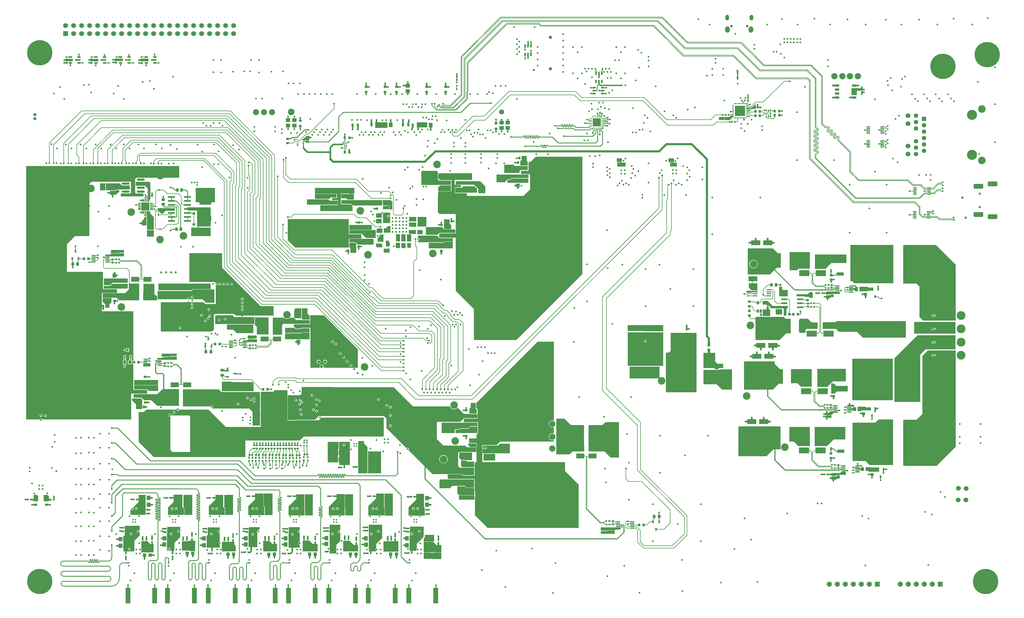
<source format=gbl>
G04*
G04 #@! TF.GenerationSoftware,Altium Limited,Altium Designer,20.2.6 (244)*
G04*
G04 Layer_Physical_Order=12*
G04 Layer_Color=16711680*
%FSLAX25Y25*%
%MOIN*%
G70*
G04*
G04 #@! TF.SameCoordinates,C0FDDEC0-252B-4CE6-8BE1-5BCEE630C73E*
G04*
G04*
G04 #@! TF.FilePolarity,Positive*
G04*
G01*
G75*
%ADD10C,0.00984*%
%ADD12C,0.00787*%
%ADD14C,0.01000*%
%ADD15C,0.00800*%
%ADD16C,0.02362*%
%ADD18C,0.01575*%
%ADD21C,0.00500*%
%ADD39R,0.02598X0.02441*%
%ADD40R,0.02441X0.02598*%
%ADD42R,0.03543X0.02953*%
%ADD46R,0.03543X0.02756*%
%ADD47R,0.03740X0.03150*%
%ADD53R,0.03150X0.03740*%
%ADD56R,0.02362X0.02165*%
%ADD58R,0.02600X0.00900*%
%ADD59R,0.06299X0.19291*%
%ADD65R,0.04528X0.05512*%
%ADD68R,0.03937X0.04134*%
%ADD73R,0.02165X0.01772*%
%ADD77R,0.02323X0.02441*%
%ADD92R,0.02441X0.02323*%
%ADD98R,0.03740X0.02362*%
%ADD99R,0.02953X0.03543*%
%ADD102R,0.05512X0.04528*%
%ADD107R,0.03937X0.03543*%
%ADD110R,0.02756X0.03543*%
%ADD111R,0.02165X0.02362*%
%ADD115R,0.03543X0.03937*%
%ADD116R,0.02362X0.03740*%
%ADD199C,0.06300*%
G04:AMPARAMS|DCode=208|XSize=45.28mil|YSize=70.87mil|CornerRadius=22.64mil|HoleSize=0mil|Usage=FLASHONLY|Rotation=180.000|XOffset=0mil|YOffset=0mil|HoleType=Round|Shape=RoundedRectangle|*
%AMROUNDEDRECTD208*
21,1,0.04528,0.02559,0,0,180.0*
21,1,0.00000,0.07087,0,0,180.0*
1,1,0.04528,0.00000,0.01280*
1,1,0.04528,0.00000,0.01280*
1,1,0.04528,0.00000,-0.01280*
1,1,0.04528,0.00000,-0.01280*
%
%ADD208ROUNDEDRECTD208*%
G04:AMPARAMS|DCode=209|XSize=57.09mil|YSize=78.74mil|CornerRadius=28.54mil|HoleSize=0mil|Usage=FLASHONLY|Rotation=180.000|XOffset=0mil|YOffset=0mil|HoleType=Round|Shape=RoundedRectangle|*
%AMROUNDEDRECTD209*
21,1,0.05709,0.02165,0,0,180.0*
21,1,0.00000,0.07874,0,0,180.0*
1,1,0.05709,0.00000,0.01083*
1,1,0.05709,0.00000,0.01083*
1,1,0.05709,0.00000,-0.01083*
1,1,0.05709,0.00000,-0.01083*
%
%ADD209ROUNDEDRECTD209*%
%ADD210C,0.03150*%
%ADD232C,0.00872*%
%ADD240C,0.01200*%
%ADD241C,0.01500*%
%ADD242C,0.01968*%
%ADD243C,0.00872*%
%ADD244C,0.01378*%
%ADD245C,0.01181*%
%ADD246C,0.00980*%
%ADD247C,0.00984*%
%ADD249C,0.00780*%
%ADD250C,0.01180*%
%ADD251C,0.00613*%
%ADD253C,0.00872*%
%ADD256C,0.00675*%
%ADD257C,0.01800*%
%ADD258C,0.02756*%
%ADD259C,0.08300*%
%ADD260C,0.02854*%
G04:AMPARAMS|DCode=261|XSize=62.99mil|YSize=120.08mil|CornerRadius=15.75mil|HoleSize=0mil|Usage=FLASHONLY|Rotation=90.000|XOffset=0mil|YOffset=0mil|HoleType=Round|Shape=RoundedRectangle|*
%AMROUNDEDRECTD261*
21,1,0.06299,0.08858,0,0,90.0*
21,1,0.03150,0.12008,0,0,90.0*
1,1,0.03150,0.04429,0.01575*
1,1,0.03150,0.04429,-0.01575*
1,1,0.03150,-0.04429,-0.01575*
1,1,0.03150,-0.04429,0.01575*
%
%ADD261ROUNDEDRECTD261*%
%ADD262C,0.09449*%
%ADD263R,0.06496X0.06496*%
%ADD264C,0.06496*%
%ADD265R,0.06201X0.06201*%
%ADD266C,0.06201*%
%ADD267C,0.11000*%
%ADD268C,0.04252*%
%ADD269C,0.05512*%
%ADD270C,0.31496*%
%ADD271C,0.06000*%
%ADD272C,0.07874*%
%ADD273R,0.05512X0.05512*%
%ADD274C,0.06024*%
%ADD275C,0.12598*%
%ADD276C,0.02000*%
%ADD277C,0.03937*%
%ADD278C,0.07480*%
%ADD279C,0.02165*%
%ADD280C,0.04000*%
%ADD281C,0.03000*%
%ADD282C,0.02500*%
%ADD283C,0.01900*%
%ADD284C,0.02756*%
%ADD285C,0.02165*%
%ADD286C,0.01800*%
%ADD288C,0.00725*%
%ADD294C,0.00673*%
%ADD295C,0.00673*%
G04:AMPARAMS|DCode=296|XSize=43.31mil|YSize=23.62mil|CornerRadius=2.01mil|HoleSize=0mil|Usage=FLASHONLY|Rotation=90.000|XOffset=0mil|YOffset=0mil|HoleType=Round|Shape=RoundedRectangle|*
%AMROUNDEDRECTD296*
21,1,0.04331,0.01961,0,0,90.0*
21,1,0.03929,0.02362,0,0,90.0*
1,1,0.00402,0.00980,0.01965*
1,1,0.00402,0.00980,-0.01965*
1,1,0.00402,-0.00980,-0.01965*
1,1,0.00402,-0.00980,0.01965*
%
%ADD296ROUNDEDRECTD296*%
%ADD297R,0.10000X0.06100*%
%ADD298R,0.07800X0.02200*%
%ADD299R,0.05315X0.01575*%
%ADD300R,0.03543X0.04134*%
%ADD301R,0.12800X0.07500*%
%ADD302O,0.05315X0.01181*%
%ADD303R,0.07008X0.13780*%
%ADD304R,0.01968X0.03937*%
%ADD305R,0.00900X0.02600*%
%ADD306R,0.03740X0.02953*%
%ADD307R,0.02559X0.02165*%
%ADD308R,0.02559X0.02165*%
%ADD309R,0.02559X0.02165*%
%ADD310R,0.02559X0.02165*%
%ADD311R,0.09000X0.02400*%
%ADD312R,0.14567X0.06890*%
%ADD313R,0.04134X0.03543*%
%ADD314R,0.04331X0.04331*%
%ADD315R,0.32677X0.41732*%
%ADD316R,0.08661X0.04134*%
%ADD317R,0.11811X0.06496*%
%ADD318R,0.09055X0.22047*%
%ADD319R,0.02365X0.04375*%
%ADD320R,0.01417X0.00984*%
%ADD321R,0.09252X0.03543*%
%ADD322R,0.35039X0.36417*%
%ADD323R,0.09843X0.09843*%
%ADD324O,0.03740X0.00984*%
%ADD325O,0.00984X0.03740*%
%ADD326R,0.12598X0.12598*%
%ADD327R,0.01181X0.01772*%
%ADD328R,0.01772X0.01181*%
%ADD329R,0.05709X0.02559*%
%ADD330R,0.06890X0.14567*%
G04:AMPARAMS|DCode=331|XSize=11.81mil|YSize=53.15mil|CornerRadius=1.95mil|HoleSize=0mil|Usage=FLASHONLY|Rotation=90.000|XOffset=0mil|YOffset=0mil|HoleType=Round|Shape=RoundedRectangle|*
%AMROUNDEDRECTD331*
21,1,0.01181,0.04925,0,0,90.0*
21,1,0.00791,0.05315,0,0,90.0*
1,1,0.00390,0.02463,0.00396*
1,1,0.00390,0.02463,-0.00396*
1,1,0.00390,-0.02463,-0.00396*
1,1,0.00390,-0.02463,0.00396*
%
%ADD331ROUNDEDRECTD331*%
G04:AMPARAMS|DCode=332|XSize=25.59mil|YSize=47.24mil|CornerRadius=1.92mil|HoleSize=0mil|Usage=FLASHONLY|Rotation=270.000|XOffset=0mil|YOffset=0mil|HoleType=Round|Shape=RoundedRectangle|*
%AMROUNDEDRECTD332*
21,1,0.02559,0.04341,0,0,270.0*
21,1,0.02175,0.04724,0,0,270.0*
1,1,0.00384,-0.02170,-0.01088*
1,1,0.00384,-0.02170,0.01088*
1,1,0.00384,0.02170,0.01088*
1,1,0.00384,0.02170,-0.01088*
%
%ADD332ROUNDEDRECTD332*%
G04:AMPARAMS|DCode=333|XSize=124.02mil|YSize=70.87mil|CornerRadius=2.13mil|HoleSize=0mil|Usage=FLASHONLY|Rotation=90.000|XOffset=0mil|YOffset=0mil|HoleType=Round|Shape=RoundedRectangle|*
%AMROUNDEDRECTD333*
21,1,0.12402,0.06661,0,0,90.0*
21,1,0.11976,0.07087,0,0,90.0*
1,1,0.00425,0.03331,0.05988*
1,1,0.00425,0.03331,-0.05988*
1,1,0.00425,-0.03331,-0.05988*
1,1,0.00425,-0.03331,0.05988*
%
%ADD333ROUNDEDRECTD333*%
G04:AMPARAMS|DCode=334|XSize=23.62mil|YSize=70.87mil|CornerRadius=2.01mil|HoleSize=0mil|Usage=FLASHONLY|Rotation=90.000|XOffset=0mil|YOffset=0mil|HoleType=Round|Shape=RoundedRectangle|*
%AMROUNDEDRECTD334*
21,1,0.02362,0.06685,0,0,90.0*
21,1,0.01961,0.07087,0,0,90.0*
1,1,0.00402,0.03343,0.00980*
1,1,0.00402,0.03343,-0.00980*
1,1,0.00402,-0.03343,-0.00980*
1,1,0.00402,-0.03343,0.00980*
%
%ADD334ROUNDEDRECTD334*%
%ADD335R,0.01575X0.02165*%
G04:AMPARAMS|DCode=336|XSize=23.62mil|YSize=82.68mil|CornerRadius=2.01mil|HoleSize=0mil|Usage=FLASHONLY|Rotation=90.000|XOffset=0mil|YOffset=0mil|HoleType=Round|Shape=RoundedRectangle|*
%AMROUNDEDRECTD336*
21,1,0.02362,0.07866,0,0,90.0*
21,1,0.01961,0.08268,0,0,90.0*
1,1,0.00402,0.03933,0.00980*
1,1,0.00402,0.03933,-0.00980*
1,1,0.00402,-0.03933,-0.00980*
1,1,0.00402,-0.03933,0.00980*
%
%ADD336ROUNDEDRECTD336*%
G04:AMPARAMS|DCode=337|XSize=125.98mil|YSize=82.68mil|CornerRadius=2.07mil|HoleSize=0mil|Usage=FLASHONLY|Rotation=90.000|XOffset=0mil|YOffset=0mil|HoleType=Round|Shape=RoundedRectangle|*
%AMROUNDEDRECTD337*
21,1,0.12598,0.07854,0,0,90.0*
21,1,0.12185,0.08268,0,0,90.0*
1,1,0.00413,0.03927,0.06093*
1,1,0.00413,0.03927,-0.06093*
1,1,0.00413,-0.03927,-0.06093*
1,1,0.00413,-0.03927,0.06093*
%
%ADD337ROUNDEDRECTD337*%
%ADD338R,0.03937X0.01968*%
%ADD339R,0.06378X0.09370*%
%ADD340R,0.02165X0.01378*%
%ADD341R,0.03937X0.04331*%
%ADD342R,0.01772X0.02953*%
%ADD343O,0.09843X0.02756*%
%ADD344R,0.01181X0.03562*%
%ADD345R,0.03562X0.01181*%
%ADD346R,0.10236X0.10236*%
%ADD347R,0.08465X0.12598*%
%ADD348R,0.08465X0.02756*%
%ADD349R,0.06890X0.04528*%
%ADD350C,0.00900*%
%ADD351C,0.00673*%
G36*
X642377Y803299D02*
X642307Y803226D01*
X642245Y803150D01*
X642190Y803070D01*
X642143Y802987D01*
X642103Y802900D01*
X642070Y802810D01*
X642044Y802717D01*
X642026Y802620D01*
X642015Y802519D01*
X642011Y802415D01*
X641224Y802419D01*
X641220Y802523D01*
X641209Y802623D01*
X641191Y802720D01*
X641166Y802814D01*
X641133Y802904D01*
X641093Y802991D01*
X641046Y803075D01*
X640992Y803155D01*
X640930Y803232D01*
X640861Y803305D01*
X642377Y803299D01*
D02*
G37*
G36*
X638672Y802573D02*
X638737Y801550D01*
X638761Y801439D01*
X638788Y801361D01*
X638819Y801314D01*
X638854Y801298D01*
X636910D01*
X636945Y801314D01*
X636977Y801361D01*
X637005Y801439D01*
X637029Y801550D01*
X637049Y801692D01*
X637079Y802069D01*
X637096Y802873D01*
X638670D01*
X638672Y802573D01*
D02*
G37*
G36*
X642015Y801933D02*
X642027Y801797D01*
X642047Y801678D01*
X642074Y801574D01*
X642110Y801486D01*
X642153Y801414D01*
X642204Y801358D01*
X642263Y801318D01*
X642330Y801294D01*
X642405Y801286D01*
X640830D01*
X640905Y801294D01*
X640972Y801318D01*
X641031Y801358D01*
X641082Y801414D01*
X641125Y801486D01*
X641161Y801574D01*
X641188Y801678D01*
X641208Y801797D01*
X641220Y801933D01*
X641224Y802085D01*
X642011D01*
X642015Y801933D01*
D02*
G37*
G36*
X634854Y797377D02*
X634787Y797353D01*
X634728Y797314D01*
X634677Y797259D01*
X634634Y797188D01*
X634598Y797101D01*
X634571Y796999D01*
X634551Y796881D01*
X634539Y796747D01*
X634535Y796597D01*
X633748D01*
X633744Y796747D01*
X633732Y796881D01*
X633713Y796999D01*
X633685Y797101D01*
X633650Y797188D01*
X633606Y797259D01*
X633555Y797314D01*
X633496Y797353D01*
X633429Y797377D01*
X633354Y797385D01*
X634929D01*
X634854Y797377D01*
D02*
G37*
G36*
X634539Y796294D02*
X634550Y796194D01*
X634568Y796097D01*
X634594Y796003D01*
X634626Y795913D01*
X634666Y795826D01*
X634714Y795743D01*
X634768Y795663D01*
X634830Y795586D01*
X634900Y795513D01*
X633384D01*
X633453Y795586D01*
X633515Y795663D01*
X633570Y795743D01*
X633617Y795826D01*
X633657Y795913D01*
X633690Y796003D01*
X633715Y796097D01*
X633734Y796194D01*
X633744Y796294D01*
X633748Y796398D01*
X634535D01*
X634539Y796294D01*
D02*
G37*
G36*
X642311Y792573D02*
X642249Y792496D01*
X642194Y792416D01*
X642147Y792333D01*
X642107Y792246D01*
X642074Y792156D01*
X642049Y792062D01*
X642030Y791965D01*
X642019Y791865D01*
X642016Y791761D01*
X641228D01*
X641225Y791865D01*
X641214Y791965D01*
X641196Y792062D01*
X641170Y792156D01*
X641137Y792246D01*
X641097Y792333D01*
X641050Y792416D01*
X640995Y792496D01*
X640933Y792573D01*
X640864Y792646D01*
X642380D01*
X642311Y792573D01*
D02*
G37*
G36*
X642020Y791303D02*
X642031Y791167D01*
X642051Y791048D01*
X642079Y790944D01*
X642114Y790856D01*
X642158Y790784D01*
X642209Y790728D01*
X642268Y790688D01*
X642335Y790664D01*
X642410Y790656D01*
X640835D01*
X640909Y790664D01*
X640976Y790688D01*
X641035Y790728D01*
X641087Y790784D01*
X641130Y790856D01*
X641165Y790944D01*
X641193Y791048D01*
X641213Y791167D01*
X641224Y791303D01*
X641228Y791455D01*
X642016D01*
X642020Y791303D01*
D02*
G37*
G36*
X171731Y787979D02*
X171660Y787894D01*
X171597Y787807D01*
X171542Y787719D01*
X171495Y787629D01*
X171458Y787538D01*
X171428Y787445D01*
X171407Y787350D01*
X171394Y787254D01*
X171392Y787203D01*
X171394Y787149D01*
X171404Y787033D01*
X171420Y786930D01*
X171444Y786841D01*
X171474Y786765D01*
X171511Y786704D01*
X171555Y786656D01*
X171606Y786622D01*
X171663Y786601D01*
X171727Y786594D01*
X170380D01*
X170444Y786601D01*
X170501Y786622D01*
X170552Y786656D01*
X170596Y786704D01*
X170633Y786765D01*
X170663Y786841D01*
X170687Y786930D01*
X170703Y787033D01*
X170713Y787149D01*
X170715Y787203D01*
X170713Y787254D01*
X170700Y787350D01*
X170679Y787445D01*
X170650Y787538D01*
X170612Y787629D01*
X170565Y787719D01*
X170510Y787807D01*
X170447Y787894D01*
X170376Y787979D01*
X170296Y788062D01*
X171811D01*
X171731Y787979D01*
D02*
G37*
G36*
X77238Y787517D02*
X77166Y787432D01*
X77103Y787346D01*
X77048Y787258D01*
X77002Y787168D01*
X76964Y787077D01*
X76935Y786983D01*
X76925Y786938D01*
X76927Y786922D01*
X76951Y786833D01*
X76981Y786758D01*
X77018Y786696D01*
X77062Y786648D01*
X77112Y786614D01*
X77169Y786593D01*
X77233Y786586D01*
X75887D01*
X75951Y786593D01*
X76008Y786614D01*
X76059Y786648D01*
X76102Y786696D01*
X76139Y786758D01*
X76170Y786833D01*
X76193Y786922D01*
X76196Y786938D01*
X76186Y786983D01*
X76156Y787077D01*
X76118Y787168D01*
X76072Y787258D01*
X76017Y787346D01*
X75954Y787432D01*
X75882Y787517D01*
X75802Y787601D01*
X77318D01*
X77238Y787517D01*
D02*
G37*
G36*
X139850Y787319D02*
X139778Y787234D01*
X139715Y787147D01*
X139661Y787059D01*
X139614Y786970D01*
X139576Y786878D01*
X139567Y786849D01*
X139593Y786784D01*
X139630Y786722D01*
X139674Y786674D01*
X139724Y786640D01*
X139782Y786620D01*
X139846Y786613D01*
X139515D01*
X139513Y786595D01*
X139509Y786497D01*
X138836D01*
X138831Y786595D01*
X138829Y786613D01*
X138499D01*
X138563Y786620D01*
X138620Y786640D01*
X138671Y786674D01*
X138715Y786722D01*
X138751Y786784D01*
X138778Y786849D01*
X138768Y786878D01*
X138730Y786970D01*
X138684Y787059D01*
X138629Y787147D01*
X138566Y787234D01*
X138495Y787319D01*
X138414Y787402D01*
X139930D01*
X139850Y787319D01*
D02*
G37*
G36*
X109128D02*
X109057Y787234D01*
X108993Y787147D01*
X108939Y787059D01*
X108892Y786970D01*
X108854Y786878D01*
X108843Y786843D01*
X108871Y786773D01*
X108908Y786711D01*
X108952Y786663D01*
X109003Y786629D01*
X109060Y786609D01*
X109124Y786602D01*
X108792D01*
X108791Y786595D01*
X108787Y786497D01*
X108114D01*
X108110Y786595D01*
X108109Y786602D01*
X107777D01*
X107841Y786609D01*
X107898Y786629D01*
X107949Y786663D01*
X107993Y786711D01*
X108030Y786773D01*
X108058Y786843D01*
X108046Y786878D01*
X108009Y786970D01*
X107962Y787059D01*
X107907Y787147D01*
X107844Y787234D01*
X107773Y787319D01*
X107693Y787402D01*
X109208D01*
X109128Y787319D01*
D02*
G37*
G36*
X634809Y786747D02*
X634742Y786723D01*
X634683Y786684D01*
X634631Y786629D01*
X634588Y786558D01*
X634553Y786471D01*
X634525Y786369D01*
X634506Y786251D01*
X634494Y786117D01*
X634490Y785967D01*
X633702D01*
X633699Y786117D01*
X633687Y786251D01*
X633667Y786369D01*
X633639Y786471D01*
X633604Y786558D01*
X633561Y786629D01*
X633509Y786684D01*
X633451Y786723D01*
X633384Y786747D01*
X633309Y786755D01*
X634883D01*
X634809Y786747D01*
D02*
G37*
G36*
X638819Y786739D02*
X638788Y786692D01*
X638760Y786613D01*
X638736Y786503D01*
X638716Y786361D01*
X638686Y785983D01*
X638669Y785180D01*
X637094D01*
X637093Y785479D01*
X637028Y786503D01*
X637004Y786613D01*
X636976Y786692D01*
X636945Y786739D01*
X636910Y786755D01*
X638854D01*
X638819Y786739D01*
D02*
G37*
G36*
X126541Y784980D02*
X126535Y785044D01*
X126514Y785102D01*
X126480Y785152D01*
X126432Y785196D01*
X126370Y785233D01*
X126295Y785263D01*
X126206Y785287D01*
X126103Y785303D01*
X125986Y785314D01*
X125856Y785317D01*
Y785990D01*
X125986Y785994D01*
X126103Y786004D01*
X126206Y786021D01*
X126295Y786044D01*
X126370Y786074D01*
X126432Y786111D01*
X126480Y786155D01*
X126514Y786206D01*
X126535Y786263D01*
X126541Y786327D01*
Y784980D01*
D02*
G37*
G36*
X95876Y784974D02*
X95869Y785038D01*
X95849Y785095D01*
X95814Y785146D01*
X95766Y785190D01*
X95705Y785227D01*
X95629Y785257D01*
X95540Y785281D01*
X95438Y785297D01*
X95321Y785307D01*
X95191Y785311D01*
Y785984D01*
X95321Y785988D01*
X95438Y785998D01*
X95540Y786014D01*
X95629Y786038D01*
X95705Y786068D01*
X95766Y786105D01*
X95814Y786149D01*
X95849Y786200D01*
X95869Y786257D01*
X95876Y786321D01*
Y784974D01*
D02*
G37*
G36*
X158896Y784961D02*
X158889Y785024D01*
X158868Y785082D01*
X158834Y785132D01*
X158786Y785176D01*
X158724Y785213D01*
X158649Y785243D01*
X158560Y785267D01*
X158457Y785284D01*
X158341Y785294D01*
X158210Y785297D01*
Y785970D01*
X158341Y785974D01*
X158457Y785984D01*
X158560Y786001D01*
X158649Y786024D01*
X158724Y786055D01*
X158786Y786092D01*
X158834Y786135D01*
X158868Y786186D01*
X158889Y786243D01*
X158896Y786307D01*
Y784961D01*
D02*
G37*
G36*
X64007Y784953D02*
X64000Y785017D01*
X63980Y785074D01*
X63945Y785124D01*
X63897Y785168D01*
X63836Y785205D01*
X63760Y785236D01*
X63671Y785259D01*
X63568Y785276D01*
X63452Y785286D01*
X63322Y785289D01*
Y785963D01*
X63452Y785966D01*
X63568Y785976D01*
X63671Y785993D01*
X63760Y786017D01*
X63836Y786047D01*
X63897Y786084D01*
X63945Y786128D01*
X63980Y786178D01*
X64000Y786235D01*
X64007Y786299D01*
Y784953D01*
D02*
G37*
G36*
X124483Y786331D02*
X124567Y786260D01*
X124654Y786197D01*
X124742Y786142D01*
X124832Y786096D01*
X124923Y786058D01*
X125016Y786028D01*
X125111Y786007D01*
X125207Y785994D01*
X125305Y785990D01*
Y785317D01*
X125207Y785313D01*
X125111Y785300D01*
X125016Y785279D01*
X124923Y785250D01*
X124832Y785212D01*
X124742Y785165D01*
X124654Y785111D01*
X124567Y785047D01*
X124483Y784976D01*
X124399Y784896D01*
Y786411D01*
X124483Y786331D01*
D02*
G37*
G36*
X93187Y786327D02*
X93271Y786255D01*
X93358Y786191D01*
X93445Y786136D01*
X93535Y786090D01*
X93626Y786052D01*
X93719Y786022D01*
X93813Y786001D01*
X93910Y785988D01*
X94007Y785984D01*
X94003Y785311D01*
X93906Y785307D01*
X93810Y785294D01*
X93715Y785273D01*
X93622Y785244D01*
X93530Y785206D01*
X93441Y785160D01*
X93352Y785105D01*
X93265Y785042D01*
X93180Y784971D01*
X93096Y784891D01*
X93104Y786407D01*
X93187Y786327D01*
D02*
G37*
G36*
X155770Y786312D02*
X155855Y786240D01*
X155941Y786177D01*
X156030Y786122D01*
X156119Y786076D01*
X156211Y786038D01*
X156304Y786008D01*
X156398Y785987D01*
X156494Y785975D01*
X156592Y785970D01*
Y785297D01*
X156494Y785293D01*
X156398Y785280D01*
X156304Y785259D01*
X156211Y785230D01*
X156119Y785192D01*
X156030Y785146D01*
X155941Y785091D01*
X155855Y785028D01*
X155770Y784956D01*
X155687Y784876D01*
Y786392D01*
X155770Y786312D01*
D02*
G37*
G36*
X61640Y786304D02*
X61725Y786232D01*
X61812Y786169D01*
X61900Y786114D01*
X61989Y786068D01*
X62081Y786030D01*
X62174Y786000D01*
X62268Y785980D01*
X62364Y785967D01*
X62462Y785963D01*
Y785289D01*
X62364Y785285D01*
X62268Y785273D01*
X62174Y785251D01*
X62081Y785222D01*
X61989Y785184D01*
X61900Y785138D01*
X61812Y785083D01*
X61725Y785020D01*
X61640Y784948D01*
X61557Y784868D01*
Y786384D01*
X61640Y786304D01*
D02*
G37*
G36*
X634490Y785024D02*
X634493Y784920D01*
X634504Y784820D01*
X634521Y784722D01*
X634546Y784628D01*
X634577Y784537D01*
X634616Y784448D01*
X634661Y784363D01*
X634714Y784280D01*
X634773Y784201D01*
X634840Y784125D01*
X633326Y784190D01*
X633397Y784260D01*
X633461Y784333D01*
X633518Y784411D01*
X633567Y784492D01*
X633608Y784577D01*
X633642Y784666D01*
X633669Y784759D01*
X633687Y784855D01*
X633699Y784956D01*
X633702Y785060D01*
X634490Y785024D01*
D02*
G37*
G36*
X137159Y780940D02*
X137150Y781030D01*
X137119Y781110D01*
X137069Y781181D01*
X136999Y781242D01*
X136909Y781294D01*
X136800Y781337D01*
X136670Y781370D01*
X136520Y781393D01*
X136483Y781396D01*
X136408Y781389D01*
X136315Y781371D01*
X136228Y781348D01*
X136147Y781320D01*
X136074Y781286D01*
X136006Y781247D01*
X135946Y781203D01*
X135892Y781154D01*
Y782670D01*
X135946Y782621D01*
X136006Y782577D01*
X136074Y782539D01*
X136147Y782505D01*
X136228Y782477D01*
X136315Y782454D01*
X136408Y782436D01*
X136472Y782427D01*
X136520Y782431D01*
X136670Y782455D01*
X136800Y782488D01*
X136909Y782530D01*
X136999Y782582D01*
X137069Y782644D01*
X137119Y782715D01*
X137150Y782795D01*
X137159Y782885D01*
Y780940D01*
D02*
G37*
G36*
X106494Y780929D02*
X106478Y780964D01*
X106431Y780996D01*
X106352Y781023D01*
X106242Y781047D01*
X106100Y781068D01*
X105722Y781097D01*
X104919Y781114D01*
Y782689D01*
X105218Y782690D01*
X106242Y782755D01*
X106352Y782779D01*
X106431Y782807D01*
X106478Y782838D01*
X106494Y782873D01*
Y780929D01*
D02*
G37*
G36*
X169514Y780922D02*
X169498Y780957D01*
X169451Y780988D01*
X169372Y781016D01*
X169262Y781040D01*
X169120Y781060D01*
X168742Y781090D01*
X167939Y781106D01*
Y782681D01*
X168238Y782683D01*
X169262Y782748D01*
X169372Y782772D01*
X169451Y782799D01*
X169498Y782831D01*
X169514Y782866D01*
Y780922D01*
D02*
G37*
G36*
X74625Y780914D02*
X74609Y780949D01*
X74562Y780980D01*
X74483Y781008D01*
X74373Y781032D01*
X74231Y781052D01*
X73853Y781082D01*
X73050Y781098D01*
Y782673D01*
X73349Y782675D01*
X74373Y782740D01*
X74483Y782764D01*
X74562Y782792D01*
X74609Y782823D01*
X74625Y782858D01*
Y780914D01*
D02*
G37*
G36*
X125632Y783354D02*
X131070D01*
X131453Y782970D01*
X131453Y780551D01*
X121494Y780551D01*
X121141Y780905D01*
X121141Y781170D01*
X121036Y781191D01*
X120831Y781218D01*
X120327Y781248D01*
X120028Y781252D01*
Y782827D01*
X120327Y782831D01*
X121036Y782888D01*
X121142Y782909D01*
X121142Y783612D01*
X125373Y783612D01*
X125632Y783354D01*
D02*
G37*
G36*
X93832Y783109D02*
X100787Y783109D01*
X100787Y780175D01*
X90968Y780175D01*
X90615Y780529D01*
X90615Y780792D01*
X90470Y780821D01*
X90265Y780848D01*
X89761Y780878D01*
X89462Y780882D01*
Y782457D01*
X89761Y782460D01*
X90470Y782518D01*
X90616Y782547D01*
X90617Y783387D01*
X93554Y783387D01*
X93832Y783109D01*
D02*
G37*
G36*
X63394Y783030D02*
X68832D01*
X68918Y782944D01*
Y780165D01*
X60262Y780165D01*
X59909Y780519D01*
X59909Y780837D01*
X59748Y780869D01*
X59543Y780896D01*
X59039Y780926D01*
X58740Y780930D01*
Y782505D01*
X59039Y782509D01*
X59748Y782566D01*
X59910Y782598D01*
X59911Y783586D01*
X62838Y783586D01*
X63394Y783030D01*
D02*
G37*
G36*
X157986Y783335D02*
X163070D01*
X163424Y782982D01*
X163424Y780027D01*
X153670D01*
X153317Y780381D01*
X153317Y780513D01*
X153193Y780529D01*
X152690Y780559D01*
X152390Y780563D01*
Y782138D01*
X152690Y782142D01*
X153318Y782192D01*
X153319Y783594D01*
X157727Y783594D01*
X157986Y783335D01*
D02*
G37*
G36*
X121602Y777524D02*
X121587Y777596D01*
X121539Y777661D01*
X121461Y777718D01*
X121351Y777768D01*
X121209Y777810D01*
X121036Y777844D01*
X120831Y777871D01*
X120327Y777902D01*
X120028Y777906D01*
Y779480D01*
X120327Y779484D01*
X121036Y779541D01*
X121209Y779576D01*
X121351Y779618D01*
X121461Y779667D01*
X121539Y779725D01*
X121587Y779789D01*
X121602Y779862D01*
Y777524D01*
D02*
G37*
G36*
X141079Y778782D02*
X141099Y778724D01*
X141133Y778674D01*
X141180Y778630D01*
X141241Y778593D01*
X141315Y778563D01*
X141402Y778539D01*
X141503Y778522D01*
X141618Y778512D01*
X141746Y778509D01*
Y777836D01*
X141618Y777832D01*
X141503Y777822D01*
X141402Y777805D01*
X141315Y777782D01*
X141241Y777751D01*
X141180Y777714D01*
X141133Y777671D01*
X141099Y777620D01*
X141079Y777563D01*
X141072Y777499D01*
Y778845D01*
X141079Y778782D01*
D02*
G37*
G36*
X110414Y778770D02*
X110434Y778713D01*
X110468Y778663D01*
X110515Y778619D01*
X110575Y778582D01*
X110649Y778551D01*
X110737Y778528D01*
X110838Y778511D01*
X110952Y778501D01*
X111080Y778498D01*
Y777824D01*
X110952Y777821D01*
X110838Y777811D01*
X110737Y777794D01*
X110649Y777771D01*
X110575Y777740D01*
X110515Y777703D01*
X110468Y777660D01*
X110434Y777609D01*
X110414Y777552D01*
X110407Y777488D01*
Y778834D01*
X110414Y778770D01*
D02*
G37*
G36*
X173433Y778755D02*
X173453Y778698D01*
X173487Y778647D01*
X173534Y778604D01*
X173595Y778567D01*
X173669Y778536D01*
X173757Y778513D01*
X173857Y778496D01*
X173972Y778486D01*
X174100Y778482D01*
Y777809D01*
X173972Y777806D01*
X173857Y777796D01*
X173757Y777779D01*
X173669Y777755D01*
X173595Y777725D01*
X173534Y777688D01*
X173487Y777644D01*
X173453Y777594D01*
X173433Y777536D01*
X173427Y777472D01*
Y778819D01*
X173433Y778755D01*
D02*
G37*
G36*
X78545D02*
X78565Y778698D01*
X78598Y778647D01*
X78646Y778604D01*
X78706Y778567D01*
X78780Y778536D01*
X78868Y778513D01*
X78969Y778496D01*
X79083Y778486D01*
X79211Y778482D01*
Y777809D01*
X79083Y777806D01*
X78969Y777796D01*
X78868Y777779D01*
X78780Y777755D01*
X78706Y777725D01*
X78646Y777688D01*
X78598Y777644D01*
X78565Y777594D01*
X78545Y777536D01*
X78538Y777472D01*
Y778819D01*
X78545Y778755D01*
D02*
G37*
G36*
X143693Y777414D02*
X143610Y777494D01*
X143525Y777566D01*
X143438Y777629D01*
X143350Y777684D01*
X143260Y777730D01*
X143169Y777768D01*
X143076Y777798D01*
X142981Y777819D01*
X142885Y777831D01*
X142788Y777836D01*
Y778509D01*
X142885Y778513D01*
X142981Y778526D01*
X143076Y778547D01*
X143169Y778576D01*
X143260Y778614D01*
X143350Y778660D01*
X143438Y778715D01*
X143525Y778778D01*
X143610Y778850D01*
X143693Y778930D01*
Y777414D01*
D02*
G37*
G36*
X113028Y777403D02*
X112944Y777483D01*
X112859Y777555D01*
X112773Y777618D01*
X112685Y777673D01*
X112595Y777719D01*
X112503Y777757D01*
X112410Y777786D01*
X112316Y777808D01*
X112220Y777820D01*
X112122Y777824D01*
Y778498D01*
X112220Y778502D01*
X112316Y778514D01*
X112410Y778536D01*
X112503Y778565D01*
X112595Y778603D01*
X112685Y778649D01*
X112773Y778704D01*
X112859Y778767D01*
X112944Y778839D01*
X113028Y778919D01*
Y777403D01*
D02*
G37*
G36*
X80416Y777388D02*
X80333Y777468D01*
X80248Y777539D01*
X80161Y777603D01*
X80073Y777657D01*
X79984Y777704D01*
X79892Y777742D01*
X79799Y777771D01*
X79705Y777792D01*
X79609Y777805D01*
X79511Y777809D01*
Y778482D01*
X79609Y778486D01*
X79705Y778499D01*
X79799Y778520D01*
X79892Y778550D01*
X79984Y778588D01*
X80073Y778634D01*
X80161Y778689D01*
X80248Y778752D01*
X80333Y778824D01*
X80416Y778903D01*
Y777388D01*
D02*
G37*
G36*
X175265Y777386D02*
X175182Y777466D01*
X175098Y777538D01*
X175012Y777601D01*
X174924Y777657D01*
X174835Y777703D01*
X174743Y777741D01*
X174651Y777771D01*
X174556Y777792D01*
X174460Y777805D01*
X174362Y777809D01*
X174367Y778482D01*
X174465Y778486D01*
X174561Y778499D01*
X174656Y778520D01*
X174749Y778549D01*
X174840Y778587D01*
X174930Y778633D01*
X175019Y778688D01*
X175106Y778750D01*
X175192Y778822D01*
X175276Y778901D01*
X175265Y777386D01*
D02*
G37*
G36*
X60315Y777202D02*
X60299Y777275D01*
X60252Y777340D01*
X60173Y777397D01*
X60063Y777446D01*
X59921Y777488D01*
X59748Y777523D01*
X59543Y777549D01*
X59039Y777580D01*
X58740Y777584D01*
Y779159D01*
X59039Y779162D01*
X59748Y779220D01*
X59921Y779254D01*
X60063Y779296D01*
X60173Y779346D01*
X60252Y779403D01*
X60299Y779468D01*
X60315Y779540D01*
Y777202D01*
D02*
G37*
G36*
X91036Y777154D02*
X91021Y777226D01*
X90974Y777291D01*
X90895Y777348D01*
X90785Y777398D01*
X90643Y777440D01*
X90470Y777474D01*
X90265Y777501D01*
X89761Y777532D01*
X89462Y777535D01*
Y779110D01*
X89761Y779114D01*
X90470Y779171D01*
X90643Y779206D01*
X90785Y779248D01*
X90895Y779297D01*
X90974Y779354D01*
X91021Y779419D01*
X91036Y779492D01*
Y777154D01*
D02*
G37*
G36*
X153965Y776835D02*
X153949Y776907D01*
X153902Y776972D01*
X153823Y777030D01*
X153713Y777079D01*
X153571Y777121D01*
X153398Y777155D01*
X153193Y777182D01*
X152690Y777213D01*
X152390Y777216D01*
Y778791D01*
X152690Y778795D01*
X153398Y778852D01*
X153571Y778887D01*
X153713Y778929D01*
X153823Y778978D01*
X153902Y779036D01*
X153949Y779101D01*
X153965Y779173D01*
Y776835D01*
D02*
G37*
G36*
X98225Y777194D02*
X98168Y777173D01*
X98117Y777139D01*
X98073Y777091D01*
X98036Y777030D01*
X98006Y776954D01*
X97982Y776865D01*
X97966Y776762D01*
X97955Y776646D01*
X97952Y776515D01*
X97279D01*
X97275Y776646D01*
X97265Y776762D01*
X97249Y776865D01*
X97225Y776954D01*
X97195Y777030D01*
X97158Y777091D01*
X97114Y777139D01*
X97063Y777173D01*
X97006Y777194D01*
X96942Y777201D01*
X98289D01*
X98225Y777194D01*
D02*
G37*
G36*
X129217Y777206D02*
X129160Y777186D01*
X129109Y777151D01*
X129065Y777103D01*
X129028Y777042D01*
X128998Y776966D01*
X128974Y776877D01*
X128973Y776870D01*
X128982Y776831D01*
X129012Y776738D01*
X129050Y776646D01*
X129096Y776556D01*
X129151Y776468D01*
X129214Y776382D01*
X129285Y776297D01*
X129366Y776214D01*
X127850D01*
X127930Y776297D01*
X128001Y776382D01*
X128065Y776468D01*
X128119Y776556D01*
X128166Y776646D01*
X128204Y776738D01*
X128233Y776831D01*
X128242Y776870D01*
X128241Y776877D01*
X128217Y776966D01*
X128187Y777042D01*
X128150Y777103D01*
X128106Y777151D01*
X128056Y777186D01*
X127998Y777206D01*
X127934Y777213D01*
X129281D01*
X129217Y777206D01*
D02*
G37*
G36*
X66592Y777179D02*
X66535Y777158D01*
X66484Y777124D01*
X66440Y777076D01*
X66403Y777014D01*
X66373Y776939D01*
X66349Y776850D01*
X66334Y776754D01*
X66336Y776737D01*
X66357Y776643D01*
X66386Y776550D01*
X66424Y776458D01*
X66471Y776369D01*
X66525Y776280D01*
X66589Y776194D01*
X66660Y776109D01*
X66740Y776025D01*
X65224D01*
X65305Y776109D01*
X65376Y776194D01*
X65439Y776280D01*
X65494Y776369D01*
X65540Y776458D01*
X65578Y776550D01*
X65608Y776643D01*
X65629Y776737D01*
X65631Y776754D01*
X65615Y776850D01*
X65592Y776939D01*
X65562Y777014D01*
X65525Y777076D01*
X65481Y777124D01*
X65430Y777158D01*
X65373Y777179D01*
X65309Y777185D01*
X66656D01*
X66592Y777179D01*
D02*
G37*
G36*
X161257Y777186D02*
X161200Y777166D01*
X161149Y777132D01*
X161106Y777084D01*
X161068Y777022D01*
X161038Y776947D01*
X161015Y776858D01*
X160998Y776755D01*
X160988Y776638D01*
X160987Y776601D01*
X160989Y776560D01*
X161001Y776464D01*
X161022Y776369D01*
X161052Y776276D01*
X161090Y776185D01*
X161136Y776095D01*
X161191Y776007D01*
X161254Y775920D01*
X161326Y775836D01*
X161406Y775752D01*
X159890D01*
X159970Y775836D01*
X160041Y775920D01*
X160105Y776007D01*
X160159Y776095D01*
X160206Y776185D01*
X160244Y776276D01*
X160273Y776369D01*
X160294Y776464D01*
X160307Y776560D01*
X160309Y776601D01*
X160308Y776638D01*
X160298Y776755D01*
X160281Y776858D01*
X160257Y776947D01*
X160227Y777022D01*
X160190Y777084D01*
X160146Y777132D01*
X160096Y777166D01*
X160038Y777186D01*
X159974Y777193D01*
X161321D01*
X161257Y777186D01*
D02*
G37*
G36*
X97956Y776384D02*
X97969Y776288D01*
X97990Y776193D01*
X98019Y776100D01*
X98057Y776009D01*
X98104Y775919D01*
X98158Y775831D01*
X98222Y775744D01*
X98293Y775660D01*
X98373Y775576D01*
X96858D01*
X96938Y775660D01*
X97009Y775744D01*
X97072Y775831D01*
X97127Y775919D01*
X97174Y776009D01*
X97211Y776100D01*
X97241Y776193D01*
X97262Y776288D01*
X97275Y776384D01*
X97279Y776482D01*
X97952D01*
X97956Y776384D01*
D02*
G37*
G36*
X900468Y767080D02*
X900536Y766198D01*
X900567Y766057D01*
X900604Y765946D01*
X900646Y765868D01*
X900694Y765821D01*
X900748Y765805D01*
X898607D01*
X898661Y765821D01*
X898709Y765868D01*
X898751Y765946D01*
X898788Y766057D01*
X898819Y766198D01*
X898845Y766372D01*
X898879Y766813D01*
X898890Y767380D01*
X900465D01*
X900468Y767080D01*
D02*
G37*
G36*
X549792Y763162D02*
X549825Y762658D01*
X549855Y762453D01*
X549893Y762280D01*
X549939Y762138D01*
X549994Y762028D01*
X550057Y761949D01*
X550129Y761902D01*
X550209Y761887D01*
X547791D01*
X547871Y761902D01*
X547943Y761949D01*
X548006Y762028D01*
X548061Y762138D01*
X548107Y762280D01*
X548145Y762453D01*
X548175Y762658D01*
X548196Y762894D01*
X548213Y763461D01*
X549787D01*
X549792Y763162D01*
D02*
G37*
G36*
X900694Y760104D02*
X900646Y760057D01*
X900604Y759978D01*
X900567Y759868D01*
X900536Y759726D01*
X900510Y759553D01*
X900476Y759112D01*
X900465Y758545D01*
X898890D01*
X898887Y758845D01*
X898819Y759726D01*
X898788Y759868D01*
X898751Y759978D01*
X898709Y760057D01*
X898661Y760104D01*
X898607Y760120D01*
X900748D01*
X900694Y760104D01*
D02*
G37*
G36*
X964047Y754560D02*
X963974Y754630D01*
X963898Y754692D01*
X963818Y754746D01*
X963734Y754793D01*
X963647Y754834D01*
X963557Y754866D01*
X963464Y754892D01*
X963367Y754910D01*
X963266Y754921D01*
X963162Y754924D01*
Y755712D01*
X963266Y755716D01*
X963367Y755726D01*
X963464Y755745D01*
X963557Y755770D01*
X963647Y755803D01*
X963734Y755843D01*
X963818Y755890D01*
X963898Y755945D01*
X963974Y756007D01*
X964047Y756076D01*
Y754560D01*
D02*
G37*
G36*
X549706Y755852D02*
X549640Y755828D01*
X549581Y755788D01*
X549530Y755733D01*
X549487Y755661D01*
X549452Y755574D01*
X549425Y755471D01*
X549406Y755353D01*
X549394Y755218D01*
X549391Y755117D01*
X549394Y755015D01*
X549406Y754880D01*
X549425Y754762D01*
X549452Y754659D01*
X549487Y754571D01*
X549530Y754500D01*
X549581Y754445D01*
X549640Y754405D01*
X549706Y754381D01*
X549780Y754374D01*
X548220D01*
X548294Y754381D01*
X548360Y754405D01*
X548419Y754445D01*
X548470Y754500D01*
X548513Y754571D01*
X548548Y754659D01*
X548575Y754762D01*
X548594Y754880D01*
X548606Y755015D01*
X548609Y755117D01*
X548606Y755218D01*
X548594Y755353D01*
X548575Y755471D01*
X548548Y755574D01*
X548513Y755661D01*
X548470Y755733D01*
X548419Y755788D01*
X548360Y755828D01*
X548294Y755852D01*
X548220Y755860D01*
X549780D01*
X549706Y755852D01*
D02*
G37*
G36*
X488467Y753057D02*
X488491Y752787D01*
X488530Y752549D01*
X488585Y752343D01*
X488656Y752168D01*
X488743Y752025D01*
X488845Y751914D01*
X488963Y751835D01*
X489097Y751787D01*
X489247Y751771D01*
X486097D01*
X486246Y751787D01*
X486380Y751835D01*
X486498Y751914D01*
X486601Y752025D01*
X486687Y752168D01*
X486758Y752343D01*
X486813Y752549D01*
X486853Y752787D01*
X486876Y753057D01*
X486884Y753358D01*
X488459D01*
X488467Y753057D01*
D02*
G37*
G36*
X511913Y751096D02*
X511937Y750828D01*
X511976Y750592D01*
X512031Y750387D01*
X512102Y750214D01*
X512189Y750072D01*
X512291Y749962D01*
X512409Y749883D01*
X512543Y749836D01*
X512693Y749820D01*
X509543D01*
X509693Y749836D01*
X509827Y749883D01*
X509945Y749962D01*
X510047Y750072D01*
X510134Y750214D01*
X510205Y750387D01*
X510260Y750592D01*
X510299Y750828D01*
X510323Y751096D01*
X510331Y751395D01*
X511905D01*
X511913Y751096D01*
D02*
G37*
G36*
X535579Y751094D02*
X535603Y750827D01*
X535642Y750590D01*
X535697Y750386D01*
X535768Y750212D01*
X535855Y750071D01*
X535957Y749960D01*
X536075Y749882D01*
X536209Y749834D01*
X536359Y749819D01*
X533209D01*
X533359Y749834D01*
X533493Y749882D01*
X533611Y749960D01*
X533713Y750071D01*
X533800Y750212D01*
X533871Y750386D01*
X533926Y750590D01*
X533965Y750827D01*
X533989Y751094D01*
X533996Y751394D01*
X535571D01*
X535579Y751094D01*
D02*
G37*
G36*
X474183Y750910D02*
X474228Y750479D01*
X474267Y750304D01*
X474317Y750155D01*
X474378Y750034D01*
X474451Y749940D01*
X474535Y749873D01*
X474630Y749832D01*
X474736Y749819D01*
X472043D01*
X472149Y749832D01*
X472244Y749873D01*
X472328Y749940D01*
X472401Y750034D01*
X472463Y750155D01*
X472513Y750304D01*
X472552Y750479D01*
X472580Y750681D01*
X472597Y750910D01*
X472602Y751165D01*
X474177D01*
X474183Y750910D01*
D02*
G37*
G36*
X460013D02*
X460058Y750479D01*
X460097Y750304D01*
X460148Y750155D01*
X460209Y750034D01*
X460282Y749940D01*
X460366Y749873D01*
X460461Y749832D01*
X460567Y749819D01*
X457874D01*
X457980Y749832D01*
X458075Y749873D01*
X458159Y749940D01*
X458232Y750034D01*
X458293Y750155D01*
X458344Y750304D01*
X458383Y750479D01*
X458411Y750681D01*
X458427Y750910D01*
X458433Y751165D01*
X460008D01*
X460013Y750910D01*
D02*
G37*
G36*
X436384Y750910D02*
X436428Y750479D01*
X436468Y750304D01*
X436518Y750156D01*
X436580Y750034D01*
X436653Y749940D01*
X436736Y749873D01*
X436832Y749832D01*
X436938Y749819D01*
X434243D01*
X434349Y749832D01*
X434445Y749873D01*
X434529Y749940D01*
X434601Y750034D01*
X434663Y750156D01*
X434714Y750304D01*
X434753Y750479D01*
X434781Y750681D01*
X434797Y750910D01*
X434803Y751166D01*
X436378D01*
X436384Y750910D01*
D02*
G37*
G36*
X1048422Y751137D02*
X1048481Y751089D01*
X1048580Y751046D01*
X1048717Y751010D01*
X1048895Y750978D01*
X1049111Y750953D01*
X1049662Y750919D01*
X1050371Y750908D01*
Y748939D01*
X1049997Y748936D01*
X1048895Y748868D01*
X1048717Y748837D01*
X1048580Y748800D01*
X1048481Y748758D01*
X1048422Y748710D01*
X1048402Y748656D01*
Y751191D01*
X1048422Y751137D01*
D02*
G37*
G36*
X1021261Y748656D02*
X1021241Y748717D01*
X1021182Y748773D01*
X1021084Y748821D01*
X1020946Y748864D01*
X1020769Y748900D01*
X1020552Y748929D01*
X1020001Y748968D01*
X1019293Y748981D01*
Y750949D01*
X1019667Y750952D01*
X1020946Y751036D01*
X1021084Y751068D01*
X1021182Y751104D01*
X1021241Y751145D01*
X1021261Y751191D01*
Y748656D01*
D02*
G37*
G36*
X549706Y749087D02*
X549640Y749063D01*
X549581Y749024D01*
X549530Y748970D01*
X549487Y748900D01*
X549452Y748814D01*
X549425Y748712D01*
X549406Y748595D01*
X549394Y748463D01*
X549390Y748315D01*
X548610D01*
X548606Y748463D01*
X548594Y748595D01*
X548575Y748712D01*
X548548Y748814D01*
X548513Y748900D01*
X548470Y748970D01*
X548419Y749024D01*
X548360Y749063D01*
X548294Y749087D01*
X548220Y749094D01*
X549780D01*
X549706Y749087D01*
D02*
G37*
G36*
X484831Y748128D02*
X484815Y748278D01*
X484768Y748412D01*
X484688Y748530D01*
X484577Y748632D01*
X484434Y748719D01*
X484260Y748790D01*
X484054Y748845D01*
X483815Y748884D01*
X483546Y748908D01*
X483244Y748916D01*
Y750490D01*
X483546Y750498D01*
X483815Y750522D01*
X484054Y750561D01*
X484260Y750616D01*
X484434Y750687D01*
X484577Y750774D01*
X484688Y750876D01*
X484768Y750994D01*
X484815Y751128D01*
X484831Y751278D01*
Y748128D01*
D02*
G37*
G36*
X513067Y749684D02*
X513114Y749563D01*
X513193Y749455D01*
X513303Y749362D01*
X513445Y749283D01*
X513618Y749219D01*
X513823Y749169D01*
X514059Y749133D01*
X514327Y749112D01*
X514626Y749104D01*
Y747530D01*
X514325Y747522D01*
X514055Y747498D01*
X513818Y747459D01*
X513612Y747404D01*
X513437Y747333D01*
X513294Y747246D01*
X513183Y747144D01*
X513103Y747026D01*
X513055Y746892D01*
X513039Y746742D01*
X513051Y749820D01*
X513067Y749684D01*
D02*
G37*
G36*
X536724Y749671D02*
X536771Y749540D01*
X536850Y749423D01*
X536960Y749322D01*
X537102Y749237D01*
X537275Y749167D01*
X537480Y749113D01*
X537716Y749074D01*
X537984Y749051D01*
X538283Y749043D01*
Y747469D01*
X537984Y747461D01*
X537716Y747437D01*
X537480Y747399D01*
X537275Y747344D01*
X537102Y747275D01*
X536960Y747189D01*
X536850Y747089D01*
X536771Y746972D01*
X536724Y746840D01*
X536708Y746693D01*
Y749819D01*
X536724Y749671D01*
D02*
G37*
G36*
X475252Y749487D02*
X475300Y749353D01*
X475380Y749235D01*
X475491Y749132D01*
X475634Y749046D01*
X475809Y748975D01*
X476015Y748920D01*
X476252Y748880D01*
X476522Y748857D01*
X476823Y748849D01*
Y747274D01*
X476523Y747268D01*
X476019Y747222D01*
X475815Y747181D01*
X475641Y747129D01*
X475500Y747065D01*
X475390Y746989D01*
X475311Y746902D01*
X475264Y746804D01*
X475248Y746693D01*
X475236Y749636D01*
X475252Y749487D01*
D02*
G37*
G36*
X461083Y749476D02*
X461131Y749342D01*
X461211Y749224D01*
X461322Y749122D01*
X461465Y749035D01*
X461639Y748965D01*
X461845Y748910D01*
X462083Y748870D01*
X462352Y748846D01*
X462653Y748839D01*
Y747264D01*
X462354Y747258D01*
X461850Y747212D01*
X461646Y747172D01*
X461472Y747121D01*
X461331Y747058D01*
X461220Y746984D01*
X461141Y746899D01*
X461094Y746802D01*
X461079Y746693D01*
X461067Y749626D01*
X461083Y749476D01*
D02*
G37*
G36*
X437461D02*
X437509Y749342D01*
X437589Y749224D01*
X437700Y749122D01*
X437843Y749035D01*
X438017Y748965D01*
X438223Y748910D01*
X438461Y748870D01*
X438730Y748846D01*
X439031Y748839D01*
Y747264D01*
X438732Y747258D01*
X438228Y747212D01*
X438023Y747172D01*
X437850Y747121D01*
X437709Y747058D01*
X437598Y746984D01*
X437520Y746899D01*
X437472Y746802D01*
X437457Y746693D01*
X437444Y749626D01*
X437461Y749476D01*
D02*
G37*
G36*
X549394Y746809D02*
X549405Y746709D01*
X549423Y746612D01*
X549449Y746518D01*
X549482Y746428D01*
X549522Y746341D01*
X549570Y746257D01*
X549625Y746177D01*
X549688Y746100D01*
X549758Y746026D01*
X548242D01*
X548312Y746100D01*
X548375Y746177D01*
X548430Y746257D01*
X548478Y746341D01*
X548518Y746428D01*
X548551Y746518D01*
X548577Y746612D01*
X548595Y746709D01*
X548606Y746809D01*
X548610Y746912D01*
X549390D01*
X549394Y746809D01*
D02*
G37*
G36*
X729288Y742532D02*
X729276Y742624D01*
X729240Y742706D01*
X729181Y742779D01*
X729099Y742842D01*
X728992Y742896D01*
X728862Y742939D01*
X728709Y742973D01*
X728532Y742998D01*
X728334Y743012D01*
X728072Y742990D01*
X727989Y742975D01*
X727916Y742957D01*
X727851Y742935D01*
X727795Y742910D01*
X727749Y742881D01*
X727711Y742850D01*
Y744365D01*
X727749Y744334D01*
X727795Y744305D01*
X727851Y744280D01*
X727916Y744258D01*
X727989Y744240D01*
X728072Y744225D01*
X728164Y744213D01*
X728343Y744202D01*
X728862Y744243D01*
X728992Y744268D01*
X729099Y744298D01*
X729181Y744334D01*
X729240Y744376D01*
X729276Y744423D01*
X729288Y744476D01*
Y742532D01*
D02*
G37*
G36*
X1055946Y747368D02*
X1056003Y746627D01*
X1056102D01*
X1056456Y746273D01*
X1056456Y745858D01*
X1056479Y745848D01*
X1056620Y745806D01*
X1056794Y745772D01*
X1056998Y745745D01*
X1057502Y745715D01*
X1057802Y745711D01*
Y744136D01*
X1057502Y744132D01*
X1056794Y744075D01*
X1056620Y744040D01*
X1056479Y743998D01*
X1056456Y743988D01*
X1056456Y743477D01*
X1049706Y743477D01*
X1048906Y742677D01*
Y737977D01*
X1042256D01*
Y746577D01*
X1053756D01*
X1053806Y746627D01*
X1054319Y746627D01*
X1054323Y746659D01*
X1054357Y747100D01*
X1054369Y747667D01*
X1055943D01*
X1055946Y747368D01*
D02*
G37*
G36*
X1056242Y742673D02*
X1056290Y742608D01*
X1056368Y742551D01*
X1056479Y742502D01*
X1056620Y742460D01*
X1056794Y742425D01*
X1056998Y742399D01*
X1057502Y742368D01*
X1057802Y742364D01*
Y740789D01*
X1057502Y740786D01*
X1056794Y740728D01*
X1056620Y740694D01*
X1056479Y740652D01*
X1056368Y740602D01*
X1056290Y740545D01*
X1056242Y740480D01*
X1056227Y740408D01*
X1056173Y740396D01*
X1056125Y740360D01*
X1056082Y740301D01*
X1056045Y740217D01*
X1056014Y740110D01*
X1055989Y739979D01*
X1055969Y739824D01*
X1055946Y739443D01*
X1055943Y739216D01*
X1054369D01*
X1054366Y739443D01*
X1054323Y739979D01*
X1054298Y740110D01*
X1054267Y740217D01*
X1054230Y740301D01*
X1054187Y740360D01*
X1054139Y740396D01*
X1054085Y740408D01*
X1056227D01*
Y742746D01*
X1056242Y742673D01*
D02*
G37*
G36*
X436191Y740248D02*
X436195Y740209D01*
X436780D01*
X436668Y740197D01*
X436567Y740161D01*
X436479Y740102D01*
X436402Y740018D01*
X436337Y739911D01*
X436284Y739780D01*
X436271Y739733D01*
X436275Y739723D01*
X436301Y739668D01*
X436330Y739622D01*
X436363Y739584D01*
X436236Y739582D01*
X436213Y739445D01*
X436195Y739243D01*
X436190Y739016D01*
X435008D01*
X435003Y739243D01*
X434985Y739445D01*
X434967Y739555D01*
X434848Y739552D01*
X434878Y739590D01*
X434906Y739636D01*
X434930Y739692D01*
X434934Y739705D01*
X434914Y739780D01*
X434861Y739911D01*
X434796Y740018D01*
X434719Y740102D01*
X434630Y740161D01*
X434530Y740197D01*
X434418Y740209D01*
X435007D01*
X435007Y740217D01*
X435008Y740337D01*
X436190Y740367D01*
X436191Y740248D01*
D02*
G37*
G36*
X488990Y740571D02*
X488856Y740523D01*
X488738Y740445D01*
X488635Y740334D01*
X488549Y740193D01*
X488478Y740019D01*
X488423Y739815D01*
X488383Y739578D01*
X488360Y739311D01*
X488352Y739012D01*
X486777D01*
X486769Y739311D01*
X486746Y739578D01*
X486706Y739815D01*
X486651Y740019D01*
X486580Y740193D01*
X486494Y740334D01*
X486391Y740445D01*
X486273Y740523D01*
X486139Y740571D01*
X485990Y740586D01*
X489139D01*
X488990Y740571D01*
D02*
G37*
G36*
X460504Y740195D02*
X460400Y740153D01*
X460308Y740082D01*
X460228Y739983D01*
X460161Y739856D01*
X460106Y739701D01*
X460063Y739517D01*
X460032Y739305D01*
X460014Y739065D01*
X460008Y738797D01*
X458433D01*
X458427Y739065D01*
X458409Y739305D01*
X458378Y739517D01*
X458335Y739701D01*
X458280Y739856D01*
X458212Y739983D01*
X458133Y740082D01*
X458041Y740153D01*
X457937Y740195D01*
X457820Y740209D01*
X460621D01*
X460504Y740195D01*
D02*
G37*
G36*
X474674Y740195D02*
X474570Y740153D01*
X474478Y740082D01*
X474398Y739983D01*
X474330Y739856D01*
X474275Y739701D01*
X474232Y739517D01*
X474202Y739305D01*
X474183Y739065D01*
X474177Y738797D01*
X472602D01*
X472596Y739065D01*
X472578Y739305D01*
X472547Y739517D01*
X472504Y739701D01*
X472449Y739856D01*
X472382Y739983D01*
X472302Y740082D01*
X472210Y740153D01*
X472106Y740195D01*
X471989Y740209D01*
X474790D01*
X474674Y740195D01*
D02*
G37*
G36*
X536088Y740195D02*
X535984Y740153D01*
X535892Y740082D01*
X535812Y739983D01*
X535744Y739856D01*
X535689Y739700D01*
X535646Y739516D01*
X535615Y739304D01*
X535597Y739064D01*
X535591Y738795D01*
X534016D01*
X534010Y739064D01*
X533991Y739304D01*
X533960Y739516D01*
X533918Y739700D01*
X533862Y739856D01*
X533795Y739983D01*
X533715Y740082D01*
X533623Y740153D01*
X533518Y740195D01*
X533401Y740209D01*
X536205D01*
X536088Y740195D01*
D02*
G37*
G36*
X512470D02*
X512365Y740153D01*
X512273Y740082D01*
X512193Y739983D01*
X512126Y739855D01*
X512070Y739700D01*
X512027Y739516D01*
X511997Y739304D01*
X511978Y739064D01*
X511972Y738795D01*
X510397D01*
X510391Y739064D01*
X510373Y739304D01*
X510342Y739516D01*
X510299Y739700D01*
X510244Y739855D01*
X510176Y739983D01*
X510096Y740082D01*
X510004Y740153D01*
X509899Y740195D01*
X509783Y740209D01*
X512587D01*
X512470Y740195D01*
D02*
G37*
G36*
X913520Y736922D02*
X913449Y736851D01*
X913385Y736776D01*
X913330Y736698D01*
X913281Y736616D01*
X913240Y736530D01*
X913207Y736441D01*
X913181Y736348D01*
X913179Y736339D01*
X913183Y736316D01*
X913210Y736214D01*
X913245Y736128D01*
X913289Y736057D01*
X913340Y736001D01*
X913399Y735962D01*
X913466Y735939D01*
X913541Y735931D01*
X911966D01*
X912041Y735939D01*
X912108Y735962D01*
X912167Y736001D01*
X912218Y736057D01*
X912261Y736128D01*
X912297Y736214D01*
X912324Y736316D01*
X912331Y736355D01*
X912328Y736371D01*
X912303Y736465D01*
X912271Y736556D01*
X912232Y736644D01*
X912186Y736729D01*
X912132Y736810D01*
X912072Y736889D01*
X912004Y736964D01*
X913520Y736922D01*
D02*
G37*
G36*
X1042718Y733656D02*
X1042698Y733713D01*
X1042639Y733765D01*
X1042541Y733810D01*
X1042403Y733850D01*
X1042226Y733883D01*
X1042009Y733910D01*
X1041458Y733947D01*
X1040749Y733959D01*
Y735927D01*
X1041123Y735930D01*
X1042403Y736022D01*
X1042541Y736056D01*
X1042639Y736096D01*
X1042698Y736141D01*
X1042718Y736191D01*
Y733656D01*
D02*
G37*
G36*
X1021261D02*
X1021241Y733710D01*
X1021182Y733758D01*
X1021084Y733800D01*
X1020946Y733837D01*
X1020769Y733868D01*
X1020552Y733894D01*
X1020001Y733928D01*
X1019293Y733939D01*
Y735908D01*
X1019667Y735910D01*
X1020769Y735978D01*
X1020946Y736010D01*
X1021084Y736046D01*
X1021182Y736089D01*
X1021241Y736137D01*
X1021261Y736191D01*
Y733656D01*
D02*
G37*
G36*
X908738Y730021D02*
X908624Y730021D01*
X908514Y730015D01*
X908409Y730000D01*
X908308Y729979D01*
X908212Y729950D01*
X908121Y729913D01*
X908035Y729869D01*
X907953Y729818D01*
X907875Y729759D01*
X907803Y729692D01*
X907340Y730184D01*
X907406Y730255D01*
X907465Y730332D01*
X907518Y730413D01*
X907564Y730500D01*
X907603Y730591D01*
X907635Y730688D01*
X907661Y730789D01*
X907680Y730895D01*
X907692Y731006D01*
X907697Y731122D01*
X908738Y730021D01*
D02*
G37*
G36*
X906238Y730678D02*
X906235Y730635D01*
X906240Y730589D01*
X906252Y730541D01*
X906273Y730490D01*
X906301Y730437D01*
X906337Y730381D01*
X906382Y730323D01*
X906434Y730263D01*
X906494Y730200D01*
X906017Y729723D01*
X905946Y729791D01*
X905815Y729903D01*
X905754Y729947D01*
X905696Y729983D01*
X905641Y730011D01*
X905590Y730031D01*
X905542Y730042D01*
X905496Y730046D01*
X905454Y730042D01*
X906249Y730719D01*
X906238Y730678D01*
D02*
G37*
G36*
X913466Y730250D02*
X913399Y730226D01*
X913340Y730186D01*
X913289Y730130D01*
X913245Y730058D01*
X913210Y729970D01*
X913183Y729866D01*
X913163Y729746D01*
X913151Y729610D01*
X913147Y729459D01*
X912360D01*
X912356Y729610D01*
X912344Y729746D01*
X912324Y729866D01*
X912297Y729970D01*
X912261Y730058D01*
X912218Y730130D01*
X912167Y730186D01*
X912108Y730226D01*
X912041Y730250D01*
X911966Y730258D01*
X913541D01*
X913466Y730250D01*
D02*
G37*
G36*
X590723Y726957D02*
X590669Y727006D01*
X590609Y727050D01*
X590542Y727088D01*
X590468Y727122D01*
X590388Y727150D01*
X590301Y727173D01*
X590207Y727191D01*
X590107Y727204D01*
X590000Y727212D01*
X589887Y727215D01*
Y728215D01*
X590000Y728217D01*
X590207Y728238D01*
X590301Y728256D01*
X590388Y728279D01*
X590468Y728307D01*
X590542Y728341D01*
X590609Y728380D01*
X590669Y728424D01*
X590723Y728473D01*
Y726957D01*
D02*
G37*
G36*
X910370Y727779D02*
X910394Y727713D01*
X910434Y727654D01*
X910490Y727602D01*
X910562Y727559D01*
X910650Y727524D01*
X910754Y727496D01*
X910874Y727476D01*
X911009Y727465D01*
X911161Y727461D01*
Y726673D01*
X911009Y726669D01*
X910874Y726657D01*
X910754Y726638D01*
X910650Y726610D01*
X910562Y726575D01*
X910490Y726532D01*
X910434Y726480D01*
X910394Y726421D01*
X910370Y726354D01*
X910362Y726279D01*
Y727854D01*
X910370Y727779D01*
D02*
G37*
G36*
X925529Y724850D02*
X925580Y724142D01*
X925611Y723968D01*
X925649Y723827D01*
X925694Y723716D01*
X925745Y723638D01*
X925803Y723590D01*
X925868Y723575D01*
X923530D01*
X923610Y723590D01*
X923682Y723638D01*
X923745Y723716D01*
X923799Y723827D01*
X923846Y723968D01*
X923883Y724142D01*
X923913Y724346D01*
X923934Y724582D01*
X923951Y725149D01*
X925525D01*
X925529Y724850D01*
D02*
G37*
G36*
X912547Y723772D02*
X912571Y723740D01*
X912610Y723713D01*
X912665Y723689D01*
X912736Y723668D01*
X912823Y723652D01*
X912925Y723639D01*
X913177Y723624D01*
X913327Y723622D01*
Y722835D01*
X913177Y722833D01*
X912823Y722805D01*
X912736Y722788D01*
X912665Y722768D01*
X912610Y722744D01*
X912571Y722716D01*
X912547Y722685D01*
X912539Y722650D01*
Y723807D01*
X912547Y723772D01*
D02*
G37*
G36*
X922144Y724834D02*
X922201Y724134D01*
X922230Y723992D01*
X922606D01*
X922959Y723639D01*
Y720784D01*
X922655Y720409D01*
X915865D01*
X915491Y720659D01*
X914873Y720782D01*
X914256Y720659D01*
X913974Y720471D01*
X913871Y720446D01*
X913834Y720419D01*
X913818Y720409D01*
X912543Y720409D01*
X912539Y720411D01*
X912535Y720409D01*
X910585D01*
X910585Y721784D01*
X910939Y722138D01*
X912398D01*
X912421Y722122D01*
X912482Y722132D01*
X912539Y722109D01*
X912560Y722117D01*
X913051Y722138D01*
D01*
X913503Y722267D01*
X917396Y722267D01*
X919121Y723992D01*
X920476Y723992D01*
X920504Y724134D01*
X920531Y724336D01*
X920562Y724834D01*
X920566Y725129D01*
X922140D01*
X922144Y724834D01*
D02*
G37*
G36*
X925884Y723512D02*
X925931Y723456D01*
X926010Y723406D01*
X926120Y723363D01*
X926262Y723327D01*
X926435Y723297D01*
X926640Y723274D01*
X927144Y723247D01*
X927443Y723244D01*
Y721669D01*
X927144Y721667D01*
X926262Y721610D01*
X926120Y721584D01*
X926010Y721554D01*
X925931Y721518D01*
X925884Y721478D01*
X925868Y721433D01*
Y723575D01*
X925884Y723512D01*
D02*
G37*
G36*
X914019Y718503D02*
X913969Y718560D01*
X913913Y718610D01*
X913849Y718654D01*
X913778Y718693D01*
X913700Y718725D01*
X913616Y718752D01*
X913524Y718773D01*
X913425Y718787D01*
X913319Y718796D01*
X913306Y718797D01*
X912628Y718757D01*
X912579Y718744D01*
X912549Y718729D01*
X912539Y718713D01*
Y719870D01*
X912549Y719853D01*
X912579Y719839D01*
X912628Y719826D01*
X912697Y719815D01*
X912785Y719805D01*
X913169Y719787D01*
X913395Y719785D01*
X913445Y719786D01*
X913653Y719804D01*
X913748Y719820D01*
X913837Y719840D01*
X913920Y719865D01*
X913997Y719894D01*
X914067Y719928D01*
X914132Y719966D01*
X914191Y720009D01*
X914019Y718503D01*
D02*
G37*
G36*
X934952Y717904D02*
X934944Y717979D01*
X934920Y718046D01*
X934880Y718105D01*
X934824Y718156D01*
X934752Y718200D01*
X934665Y718235D01*
X934561Y718263D01*
X934448Y718281D01*
X934363Y718265D01*
X934269Y718240D01*
X934179Y718207D01*
X934092Y718167D01*
X934009Y718120D01*
X933929Y718065D01*
X933853Y718003D01*
X933780Y717934D01*
Y719450D01*
X933853Y719380D01*
X933929Y719318D01*
X934009Y719264D01*
X934092Y719216D01*
X934179Y719176D01*
X934269Y719144D01*
X934363Y719118D01*
X934448Y719102D01*
X934561Y719121D01*
X934665Y719148D01*
X934752Y719184D01*
X934824Y719227D01*
X934880Y719278D01*
X934920Y719337D01*
X934944Y719404D01*
X934952Y719479D01*
Y717904D01*
D02*
G37*
G36*
X941802Y719344D02*
X941826Y719277D01*
X941866Y719218D01*
X941922Y719167D01*
X941994Y719124D01*
X942082Y719089D01*
X942186Y719061D01*
X942306Y719041D01*
X942442Y719029D01*
X942593Y719026D01*
Y718238D01*
X942442Y718234D01*
X942306Y718222D01*
X942186Y718203D01*
X942082Y718175D01*
X941994Y718140D01*
X941922Y718096D01*
X941866Y718045D01*
X941826Y717986D01*
X941802Y717919D01*
X941794Y717844D01*
Y719419D01*
X941802Y719344D01*
D02*
G37*
G36*
X953163Y718697D02*
X953187Y718630D01*
X953227Y718571D01*
X953283Y718520D01*
X953355Y718476D01*
X953443Y718441D01*
X953547Y718413D01*
X953658Y718395D01*
X953740Y718411D01*
X953834Y718436D01*
X953924Y718469D01*
X954011Y718509D01*
X954094Y718556D01*
X954174Y718611D01*
X954250Y718673D01*
X954323Y718742D01*
Y717226D01*
X954250Y717296D01*
X954174Y717357D01*
X954094Y717412D01*
X954011Y717459D01*
X953924Y717499D01*
X953834Y717532D01*
X953740Y717558D01*
X953658Y717573D01*
X953547Y717555D01*
X953443Y717527D01*
X953355Y717492D01*
X953283Y717449D01*
X953227Y717398D01*
X953187Y717339D01*
X953163Y717272D01*
X953155Y717197D01*
Y718772D01*
X953163Y718697D01*
D02*
G37*
G36*
X944924Y717176D02*
X944916Y717251D01*
X944892Y717318D01*
X944853Y717377D01*
X944798Y717428D01*
X944727Y717471D01*
X944640Y717507D01*
X944538Y717534D01*
X944420Y717554D01*
X944286Y717566D01*
X944136Y717570D01*
Y718357D01*
X944286Y718361D01*
X944420Y718373D01*
X944538Y718393D01*
X944640Y718420D01*
X944727Y718456D01*
X944798Y718499D01*
X944853Y718550D01*
X944892Y718609D01*
X944916Y718676D01*
X944924Y718751D01*
Y717176D01*
D02*
G37*
G36*
X920669Y717140D02*
X920665Y717147D01*
X920652Y717153D01*
X920630Y717158D01*
X920600Y717163D01*
X920561Y717167D01*
X920393Y717175D01*
X920239Y717176D01*
Y717964D01*
X920320Y717964D01*
X920652Y717987D01*
X920665Y717993D01*
X920669Y718000D01*
Y717140D01*
D02*
G37*
G36*
X928909Y718282D02*
X928932Y718216D01*
X928972Y718156D01*
X929028Y718105D01*
X929100Y718062D01*
X929188Y718026D01*
X929292Y717999D01*
X929412Y717979D01*
X929548Y717967D01*
X929700Y717964D01*
Y717176D01*
X929548Y717172D01*
X929412Y717160D01*
X929292Y717141D01*
X929188Y717113D01*
X929100Y717078D01*
X929028Y717034D01*
X928972Y716983D01*
X928932Y716924D01*
X928909Y716857D01*
X928901Y716782D01*
Y718357D01*
X928909Y718282D01*
D02*
G37*
G36*
X912547Y717866D02*
X912571Y717835D01*
X912610Y717807D01*
X912665Y717783D01*
X912736Y717763D01*
X912823Y717746D01*
X912925Y717733D01*
X913177Y717718D01*
X913327Y717717D01*
Y716929D01*
X913177Y716927D01*
X912823Y716900D01*
X912736Y716883D01*
X912665Y716863D01*
X912610Y716839D01*
X912571Y716811D01*
X912547Y716779D01*
X912539Y716744D01*
Y717901D01*
X912547Y717866D01*
D02*
G37*
G36*
X891991Y718028D02*
X892053Y717984D01*
X892121Y717944D01*
X892196Y717910D01*
X892277Y717881D01*
X892365Y717857D01*
X892458Y717839D01*
X892558Y717826D01*
X892594Y717823D01*
X893183Y717857D01*
X893233Y717870D01*
X893262Y717885D01*
X893272Y717901D01*
Y716744D01*
X893262Y716761D01*
X893233Y716775D01*
X893183Y716788D01*
X893114Y716800D01*
X893026Y716809D01*
X892658Y716826D01*
X892467Y716807D01*
X892373Y716788D01*
X892286Y716764D01*
X892205Y716734D01*
X892131Y716699D01*
X892063Y716659D01*
X892002Y716614D01*
X891947Y716563D01*
X891936Y718078D01*
X891991Y718028D01*
D02*
G37*
G36*
X938931Y717173D02*
X938897Y717155D01*
X938866Y717125D01*
X938840Y717082D01*
X938818Y717027D01*
X938799Y716960D01*
X938785Y716881D01*
X938775Y716790D01*
X938767Y716571D01*
X937980D01*
X937978Y716686D01*
X937961Y716881D01*
X937947Y716960D01*
X937929Y717027D01*
X937906Y717082D01*
X937880Y717125D01*
X937850Y717155D01*
X937815Y717173D01*
X937777Y717179D01*
X938970D01*
X938931Y717173D01*
D02*
G37*
G36*
X912547Y715898D02*
X912571Y715866D01*
X912610Y715839D01*
X912665Y715815D01*
X912736Y715794D01*
X912823Y715778D01*
X912925Y715765D01*
X913177Y715750D01*
X913327Y715748D01*
Y714961D01*
X913177Y714959D01*
X912823Y714931D01*
X912736Y714914D01*
X912665Y714894D01*
X912610Y714870D01*
X912571Y714842D01*
X912547Y714811D01*
X912539Y714776D01*
Y715933D01*
X912547Y715898D01*
D02*
G37*
G36*
X893272Y712807D02*
X893264Y712851D01*
X893240Y712889D01*
X893201Y712923D01*
X893146Y712953D01*
X893075Y712978D01*
X892988Y712999D01*
X892886Y713015D01*
X892768Y713026D01*
X892484Y713035D01*
Y713823D01*
X892634Y713824D01*
X893075Y713858D01*
X893146Y713874D01*
X893201Y713892D01*
X893240Y713913D01*
X893264Y713937D01*
X893272Y713964D01*
Y712807D01*
D02*
G37*
G36*
X941690Y714242D02*
X941621Y714169D01*
X941559Y714092D01*
X941505Y714013D01*
X941457Y713929D01*
X941417Y713842D01*
X941384Y713752D01*
X941359Y713659D01*
X941341Y713562D01*
X941330Y713461D01*
X941327Y713377D01*
X941330Y713254D01*
X941342Y713120D01*
X941361Y713002D01*
X941389Y712899D01*
X941424Y712813D01*
X941468Y712742D01*
X941519Y712687D01*
X941578Y712647D01*
X941645Y712624D01*
X941720Y712616D01*
X940145D01*
X940220Y712624D01*
X940287Y712647D01*
X940346Y712687D01*
X940397Y712742D01*
X940440Y712813D01*
X940476Y712899D01*
X940503Y713002D01*
X940523Y713120D01*
X940535Y713254D01*
X940538Y713377D01*
X940535Y713462D01*
X940524Y713562D01*
X940506Y713659D01*
X940480Y713753D01*
X940448Y713843D01*
X940408Y713930D01*
X940360Y714013D01*
X940306Y714093D01*
X940244Y714170D01*
X940175Y714243D01*
X941690Y714242D01*
D02*
G37*
G36*
X938769Y713121D02*
X938788Y712921D01*
X938804Y712840D01*
X938824Y712772D01*
X938850Y712716D01*
X938879Y712672D01*
X938914Y712641D01*
X938953Y712622D01*
X938997Y712616D01*
X937750D01*
X937794Y712622D01*
X937833Y712641D01*
X937867Y712672D01*
X937897Y712716D01*
X937922Y712772D01*
X937943Y712840D01*
X937959Y712921D01*
X937970Y713015D01*
X937977Y713121D01*
X937980Y713239D01*
X938767D01*
X938769Y713121D01*
D02*
G37*
G36*
X889714Y713659D02*
X889731Y713627D01*
X889760Y713598D01*
X889801Y713574D01*
X889853Y713553D01*
X889917Y713536D01*
X889993Y713523D01*
X890081Y713514D01*
X890290Y713506D01*
Y712719D01*
X890180Y712717D01*
X889993Y712702D01*
X889917Y712688D01*
X889853Y712672D01*
X889801Y712651D01*
X889760Y712626D01*
X889731Y712598D01*
X889714Y712566D01*
X889708Y712530D01*
Y713695D01*
X889714Y713659D01*
D02*
G37*
G36*
X882106Y713786D02*
X882186Y713727D01*
X882269Y713675D01*
X882355Y713630D01*
X882444Y713592D01*
X882536Y713561D01*
X882630Y713537D01*
X882728Y713520D01*
X882828Y713510D01*
X882932Y713506D01*
X882980Y712719D01*
X882876Y712715D01*
X882775Y712704D01*
X882679Y712684D01*
X882586Y712658D01*
X882498Y712624D01*
X882413Y712582D01*
X882333Y712532D01*
X882257Y712475D01*
X882184Y712410D01*
X882116Y712338D01*
X882028Y713851D01*
X882106Y713786D01*
D02*
G37*
G36*
X880484Y712338D02*
X880416Y712410D01*
X880344Y712475D01*
X880267Y712532D01*
X880186Y712582D01*
X880102Y712624D01*
X880014Y712658D01*
X879921Y712684D01*
X879825Y712704D01*
X879724Y712715D01*
X879620Y712719D01*
X879669Y713506D01*
X879772Y713510D01*
X879872Y713520D01*
X879970Y713537D01*
X880064Y713561D01*
X880156Y713592D01*
X880245Y713630D01*
X880331Y713675D01*
X880414Y713727D01*
X880494Y713786D01*
X880572Y713851D01*
X880484Y712338D01*
D02*
G37*
G36*
X884035Y712325D02*
X884027Y712400D01*
X884003Y712467D01*
X883963Y712526D01*
X883907Y712577D01*
X883835Y712620D01*
X883747Y712656D01*
X883644Y712683D01*
X883524Y712703D01*
X883388Y712715D01*
X883236Y712719D01*
Y713506D01*
X883388Y713510D01*
X883524Y713522D01*
X883644Y713542D01*
X883747Y713569D01*
X883835Y713604D01*
X883907Y713648D01*
X883963Y713699D01*
X884003Y713758D01*
X884027Y713825D01*
X884035Y713900D01*
Y712325D01*
D02*
G37*
G36*
X913388Y711911D02*
X913523Y711909D01*
Y710925D01*
X913388Y710925D01*
Y710660D01*
X913333Y710710D01*
X913272Y710755D01*
X913203Y710795D01*
X913129Y710829D01*
X913048Y710859D01*
X912961Y710883D01*
X912884Y710898D01*
X912628Y710883D01*
X912579Y710870D01*
X912549Y710855D01*
X912539Y710839D01*
Y711996D01*
X912549Y711979D01*
X912579Y711965D01*
X912628Y711952D01*
X912697Y711941D01*
X912785Y711931D01*
X912826Y711929D01*
X912867Y711933D01*
X912961Y711952D01*
X913048Y711976D01*
X913129Y712005D01*
X913203Y712040D01*
X913272Y712079D01*
X913333Y712125D01*
X913388Y712175D01*
Y711911D01*
D02*
G37*
G36*
X953163Y713381D02*
X953187Y713314D01*
X953227Y713255D01*
X953283Y713204D01*
X953355Y713160D01*
X953443Y713125D01*
X953547Y713097D01*
X953658Y713079D01*
X953740Y713095D01*
X953834Y713120D01*
X953924Y713153D01*
X954011Y713193D01*
X954094Y713240D01*
X954174Y713295D01*
X954250Y713357D01*
X954323Y713426D01*
Y711910D01*
X954250Y711980D01*
X954174Y712042D01*
X954094Y712096D01*
X954011Y712143D01*
X953924Y712184D01*
X953834Y712216D01*
X953740Y712242D01*
X953658Y712257D01*
X953547Y712239D01*
X953443Y712212D01*
X953355Y712176D01*
X953283Y712133D01*
X953227Y712082D01*
X953187Y712023D01*
X953163Y711956D01*
X953155Y711881D01*
Y713456D01*
X953163Y713381D01*
D02*
G37*
G36*
X928920Y712771D02*
X928944Y712704D01*
X928983Y712645D01*
X929038Y712593D01*
X929109Y712550D01*
X929196Y712515D01*
X929298Y712487D01*
X929416Y712467D01*
X929550Y712456D01*
X929700Y712452D01*
Y711664D01*
X929550Y711660D01*
X929416Y711649D01*
X929298Y711629D01*
X929196Y711601D01*
X929109Y711566D01*
X929038Y711523D01*
X928983Y711471D01*
X928944Y711412D01*
X928920Y711345D01*
X928912Y711271D01*
Y712845D01*
X928920Y712771D01*
D02*
G37*
G36*
X920681Y711271D02*
X920673Y711345D01*
X920649Y711412D01*
X920609Y711471D01*
X920553Y711523D01*
X920481Y711566D01*
X920393Y711601D01*
X920289Y711629D01*
X920169Y711649D01*
X920033Y711660D01*
X919881Y711664D01*
Y712452D01*
X920033Y712456D01*
X920169Y712467D01*
X920289Y712487D01*
X920393Y712515D01*
X920481Y712550D01*
X920553Y712593D01*
X920609Y712645D01*
X920649Y712704D01*
X920673Y712771D01*
X920681Y712845D01*
Y711271D01*
D02*
G37*
G36*
X892760Y712295D02*
Y712295D01*
X893251Y712275D01*
X893272Y712266D01*
X893319Y712286D01*
X893369Y712275D01*
X893400Y712295D01*
X894743D01*
X895096Y711942D01*
X895096Y710933D01*
X894925D01*
Y710851D01*
X894572Y710497D01*
X893715Y710497D01*
X889830Y706613D01*
X883934Y706613D01*
X883934Y710497D01*
X889614Y710497D01*
X891568Y712452D01*
X892322D01*
X892760Y712295D01*
D02*
G37*
G36*
X947002Y710913D02*
X946935Y710889D01*
X946876Y710849D01*
X946825Y710793D01*
X946782Y710721D01*
X946746Y710633D01*
X946719Y710529D01*
X946699Y710409D01*
X946687Y710273D01*
X946683Y710121D01*
X945896D01*
X945892Y710273D01*
X945880Y710409D01*
X945860Y710529D01*
X945833Y710633D01*
X945797Y710721D01*
X945754Y710793D01*
X945703Y710849D01*
X945644Y710889D01*
X945577Y710913D01*
X945502Y710921D01*
X947077D01*
X947002Y710913D01*
D02*
G37*
G36*
X346681Y710181D02*
X346638Y710120D01*
X346599Y710053D01*
X346565Y709979D01*
X346537Y709899D01*
X346514Y709812D01*
X346496Y709719D01*
X346483Y709618D01*
X346481Y709594D01*
X346492Y709462D01*
X346517Y709310D01*
X346552Y709179D01*
X346597Y709068D01*
X346652Y708977D01*
X346717Y708906D01*
X346792Y708855D01*
X346877Y708825D01*
X346972Y708815D01*
X344972D01*
X345067Y708825D01*
X345152Y708855D01*
X345227Y708906D01*
X345292Y708977D01*
X345347Y709068D01*
X345392Y709179D01*
X345427Y709310D01*
X345452Y709462D01*
X345463Y709582D01*
X345449Y709719D01*
X345431Y709812D01*
X345408Y709899D01*
X345380Y709979D01*
X345346Y710053D01*
X345307Y710120D01*
X345264Y710181D01*
X345215Y710235D01*
X346730D01*
X346681Y710181D01*
D02*
G37*
G36*
X338702Y710181D02*
X338658Y710121D01*
X338619Y710054D01*
X338586Y709980D01*
X338557Y709900D01*
X338534Y709813D01*
X338516Y709719D01*
X338503Y709619D01*
X338501Y709594D01*
X338513Y709462D01*
X338538Y709310D01*
X338573Y709179D01*
X338618Y709068D01*
X338673Y708977D01*
X338738Y708906D01*
X338813Y708855D01*
X338898Y708825D01*
X338993Y708815D01*
X336993D01*
X337088Y708825D01*
X337173Y708855D01*
X337248Y708906D01*
X337313Y708977D01*
X337368Y709068D01*
X337413Y709179D01*
X337448Y709310D01*
X337473Y709462D01*
X337483Y709582D01*
X337470Y709718D01*
X337452Y709812D01*
X337428Y709899D01*
X337400Y709979D01*
X337366Y710053D01*
X337328Y710120D01*
X337284Y710180D01*
X337235Y710234D01*
X338751Y710235D01*
X338702Y710181D01*
D02*
G37*
G36*
X900496Y708666D02*
X900465Y708642D01*
X900437Y708603D01*
X900413Y708547D01*
X900393Y708477D01*
X900376Y708390D01*
X900363Y708288D01*
X900348Y708036D01*
X900346Y707886D01*
X899559D01*
X899557Y708036D01*
X899529Y708390D01*
X899513Y708477D01*
X899492Y708547D01*
X899469Y708603D01*
X899441Y708642D01*
X899409Y708666D01*
X899374Y708673D01*
X900531D01*
X900496Y708666D01*
D02*
G37*
G36*
X908389Y708664D02*
X908374Y708634D01*
X908361Y708585D01*
X908350Y708516D01*
X908340Y708427D01*
X908339Y708387D01*
X908343Y708346D01*
X908361Y708252D01*
X908385Y708165D01*
X908415Y708084D01*
X908449Y708009D01*
X908489Y707941D01*
X908534Y707879D01*
X908585Y707824D01*
X908320D01*
X908319Y707689D01*
X907335D01*
X907334Y707824D01*
X907069D01*
X907119Y707879D01*
X907165Y707941D01*
X907204Y708009D01*
X907239Y708084D01*
X907268Y708165D01*
X907292Y708252D01*
X907307Y708328D01*
X907292Y708585D01*
X907279Y708634D01*
X907265Y708664D01*
X907248Y708673D01*
X908405D01*
X908389Y708664D01*
D02*
G37*
G36*
X353936Y708507D02*
X353892Y708446D01*
X353853Y708379D01*
X353819Y708305D01*
X353791Y708225D01*
X353768Y708138D01*
X353750Y708044D01*
X353744Y707996D01*
X353747Y707960D01*
X353772Y707808D01*
X353807Y707677D01*
X353852Y707566D01*
X353907Y707475D01*
X353972Y707404D01*
X354047Y707353D01*
X354132Y707323D01*
X354227Y707313D01*
X352227D01*
X352322Y707323D01*
X352407Y707353D01*
X352482Y707404D01*
X352547Y707475D01*
X352602Y707566D01*
X352647Y707677D01*
X352682Y707808D01*
X352707Y707960D01*
X352709Y707988D01*
X352703Y708044D01*
X352685Y708138D01*
X352662Y708225D01*
X352634Y708305D01*
X352600Y708379D01*
X352562Y708446D01*
X352518Y708507D01*
X352469Y708561D01*
X353984D01*
X353936Y708507D01*
D02*
G37*
G36*
X883393Y710056D02*
X883393Y706825D01*
X876986Y706811D01*
X876632Y707164D01*
X876632Y710556D01*
X882917Y710556D01*
X883393Y710056D01*
D02*
G37*
G36*
X598507Y706627D02*
X598469Y706564D01*
X598435Y706495D01*
X598406Y706419D01*
X598381Y706337D01*
X598361Y706249D01*
X598345Y706154D01*
X598334Y706053D01*
X598325Y705832D01*
X597325Y705725D01*
X597322Y705839D01*
X597313Y705945D01*
X597299Y706045D01*
X597279Y706137D01*
X597254Y706222D01*
X597223Y706300D01*
X597186Y706371D01*
X597143Y706435D01*
X597095Y706491D01*
X597041Y706541D01*
X598550Y706683D01*
X598507Y706627D01*
D02*
G37*
G36*
X612958Y706654D02*
X612971Y706506D01*
X613211D01*
X613162Y706453D01*
X613118Y706392D01*
X613079Y706325D01*
X613046Y706251D01*
X613030Y706208D01*
X613033Y706199D01*
X613078Y706087D01*
X613133Y705996D01*
X613198Y705925D01*
X613273Y705875D01*
X613358Y705844D01*
X613453Y705834D01*
X612959D01*
X612955Y705783D01*
X612953Y705670D01*
X611953D01*
X611950Y705783D01*
X611945Y705834D01*
X611453D01*
X611548Y705844D01*
X611633Y705875D01*
X611708Y705925D01*
X611773Y705996D01*
X611828Y706087D01*
X611873Y706199D01*
X611875Y706208D01*
X611860Y706251D01*
X611826Y706325D01*
X611788Y706392D01*
X611744Y706453D01*
X611695Y706506D01*
X611935D01*
X611948Y706654D01*
X611953Y706846D01*
X612953D01*
X612958Y706654D01*
D02*
G37*
G36*
X605416D02*
X605429Y706506D01*
X605669D01*
X605620Y706453D01*
X605576Y706392D01*
X605538Y706325D01*
X605504Y706251D01*
X605489Y706208D01*
X605491Y706199D01*
X605536Y706087D01*
X605591Y705996D01*
X605656Y705925D01*
X605731Y705875D01*
X605816Y705844D01*
X605911Y705834D01*
X605417D01*
X605414Y705783D01*
X605411Y705670D01*
X604411D01*
X604409Y705783D01*
X604403Y705834D01*
X603911D01*
X604006Y705844D01*
X604091Y705875D01*
X604166Y705925D01*
X604231Y705996D01*
X604286Y706087D01*
X604331Y706199D01*
X604334Y706208D01*
X604318Y706251D01*
X604285Y706325D01*
X604246Y706392D01*
X604202Y706453D01*
X604153Y706506D01*
X604393D01*
X604406Y706654D01*
X604411Y706846D01*
X605411D01*
X605416Y706654D01*
D02*
G37*
G36*
X892109Y703650D02*
X892101Y703724D01*
X892077Y703791D01*
X892037Y703850D01*
X891981Y703901D01*
X891909Y703945D01*
X891821Y703980D01*
X891718Y704008D01*
X891618Y704024D01*
X891537Y704007D01*
X891447Y703979D01*
X891362Y703942D01*
X891282Y703898D01*
X891207Y703846D01*
X891137Y703785D01*
X891072Y703716D01*
X891012Y703640D01*
X890773Y705136D01*
X890857Y705078D01*
X890943Y705026D01*
X891031Y704981D01*
X891121Y704941D01*
X891212Y704907D01*
X891306Y704880D01*
X891402Y704858D01*
X891500Y704843D01*
X891528Y704840D01*
X891598Y704846D01*
X891718Y704866D01*
X891821Y704894D01*
X891909Y704929D01*
X891981Y704972D01*
X892037Y705023D01*
X892077Y705083D01*
X892101Y705150D01*
X892109Y705224D01*
Y703650D01*
D02*
G37*
G36*
X598330Y704807D02*
X598345Y704635D01*
X598370Y704483D01*
X598405Y704352D01*
X598450Y704241D01*
X598505Y704149D01*
X598570Y704079D01*
X598645Y704028D01*
X598730Y703998D01*
X598825Y703988D01*
X596825D01*
X596920Y703998D01*
X597005Y704028D01*
X597080Y704079D01*
X597145Y704149D01*
X597200Y704241D01*
X597245Y704352D01*
X597280Y704483D01*
X597305Y704635D01*
X597320Y704807D01*
X597325Y704999D01*
X598325D01*
X598330Y704807D01*
D02*
G37*
G36*
X897790Y705151D02*
X897813Y705084D01*
X897853Y705025D01*
X897908Y704974D01*
X897979Y704930D01*
X898065Y704895D01*
X898168Y704867D01*
X898286Y704848D01*
X898420Y704836D01*
X898569Y704832D01*
Y704045D01*
X898420Y704041D01*
X898286Y704029D01*
X898168Y704009D01*
X898065Y703982D01*
X897979Y703946D01*
X897908Y703903D01*
X897853Y703852D01*
X897813Y703793D01*
X897790Y703726D01*
X897782Y703651D01*
Y705226D01*
X897790Y705151D01*
D02*
G37*
G36*
X889356Y703508D02*
X889283Y703578D01*
X889207Y703640D01*
X889126Y703694D01*
X889043Y703742D01*
X888956Y703782D01*
X888866Y703814D01*
X888772Y703840D01*
X888675Y703858D01*
X888575Y703869D01*
X888471Y703873D01*
Y704660D01*
X888575Y704664D01*
X888675Y704675D01*
X888772Y704693D01*
X888866Y704718D01*
X888956Y704751D01*
X889043Y704791D01*
X889126Y704838D01*
X889207Y704893D01*
X889283Y704955D01*
X889356Y705024D01*
Y703508D01*
D02*
G37*
G36*
X467104Y704746D02*
X467134Y704409D01*
X467183Y704112D01*
X467252Y703854D01*
X467341Y703637D01*
X467449Y703458D01*
X467577Y703320D01*
X467724Y703221D01*
X467892Y703161D01*
X468079Y703141D01*
X464142D01*
X464329Y703161D01*
X464496Y703221D01*
X464644Y703320D01*
X464772Y703458D01*
X464880Y703637D01*
X464968Y703854D01*
X465037Y704112D01*
X465087Y704409D01*
X465116Y704746D01*
X465126Y705122D01*
X467095D01*
X467104Y704746D01*
D02*
G37*
G36*
X443002Y703862D02*
X443048Y703232D01*
X443089Y702976D01*
X443141Y702760D01*
X443204Y702583D01*
X443280Y702445D01*
X443366Y702346D01*
X443465Y702287D01*
X443575Y702268D01*
X440449D01*
X440559Y702287D01*
X440657Y702346D01*
X440744Y702445D01*
X440819Y702583D01*
X440883Y702760D01*
X440935Y702976D01*
X440976Y703232D01*
X441004Y703527D01*
X441028Y704236D01*
X442996D01*
X443002Y703862D01*
D02*
G37*
G36*
X482600Y703834D02*
X482647Y703204D01*
X482687Y702949D01*
X482739Y702732D01*
X482803Y702555D01*
X482878Y702417D01*
X482965Y702319D01*
X483063Y702260D01*
X483173Y702240D01*
X480047D01*
X480157Y702260D01*
X480256Y702319D01*
X480342Y702417D01*
X480418Y702555D01*
X480481Y702732D01*
X480533Y702949D01*
X480574Y703204D01*
X480603Y703500D01*
X480626Y704209D01*
X482594D01*
X482600Y703834D01*
D02*
G37*
G36*
X489092Y703146D02*
X489140Y702409D01*
X489158Y702330D01*
X489178Y702273D01*
X489202Y702239D01*
X489228Y702228D01*
X486985D01*
X487011Y702239D01*
X487035Y702273D01*
X487055Y702330D01*
X487073Y702409D01*
X487088Y702511D01*
X487110Y702783D01*
X487122Y703361D01*
X489091D01*
X489092Y703146D01*
D02*
G37*
G36*
X1087589Y698444D02*
X1087498Y698441D01*
X1087411Y698432D01*
X1087325Y698417D01*
X1087243Y698395D01*
X1087163Y698366D01*
X1087086Y698331D01*
X1087012Y698289D01*
X1086940Y698241D01*
X1086871Y698186D01*
X1086805Y698124D01*
X1086329Y698600D01*
X1086391Y698666D01*
X1086446Y698735D01*
X1086494Y698807D01*
X1086536Y698881D01*
X1086571Y698958D01*
X1086600Y699038D01*
X1086622Y699120D01*
X1086637Y699205D01*
X1086646Y699293D01*
X1086648Y699384D01*
X1087589Y698444D01*
D02*
G37*
G36*
X1082937Y698557D02*
X1083008Y698521D01*
X1083085Y698490D01*
X1083168Y698463D01*
X1083257Y698440D01*
X1083352Y698421D01*
X1083559Y698396D01*
X1083672Y698390D01*
X1083790Y698388D01*
Y697715D01*
X1083672Y697712D01*
X1083453Y697696D01*
X1083352Y697681D01*
X1083168Y697640D01*
X1083085Y697612D01*
X1083008Y697581D01*
X1082937Y697546D01*
X1082872Y697506D01*
Y698596D01*
X1082937Y698557D01*
D02*
G37*
G36*
X511960Y697463D02*
X501508Y697463D01*
X501489Y697264D01*
X501466Y696555D01*
X499497D01*
X499491Y696929D01*
X499452Y697463D01*
X498752D01*
Y703691D01*
X511960Y703691D01*
Y697463D01*
D02*
G37*
G36*
X426421Y698536D02*
X426289Y698488D01*
X426173Y698410D01*
X426072Y698299D01*
X425987Y698158D01*
X425917Y697984D01*
X425863Y697780D01*
X425824Y697543D01*
X425801Y697276D01*
X425793Y696977D01*
X424218D01*
X424211Y697276D01*
X424187Y697543D01*
X424148Y697780D01*
X424094Y697984D01*
X424024Y698158D01*
X423939Y698299D01*
X423838Y698410D01*
X423722Y698488D01*
X423590Y698536D01*
X423443Y698551D01*
X426568D01*
X426421Y698536D01*
D02*
G37*
G36*
X419923D02*
X419792Y698488D01*
X419675Y698410D01*
X419574Y698299D01*
X419489Y698158D01*
X419419Y697984D01*
X419365Y697780D01*
X419326Y697543D01*
X419303Y697276D01*
X419295Y696977D01*
X417721D01*
X417713Y697276D01*
X417690Y697543D01*
X417651Y697780D01*
X417596Y697984D01*
X417527Y698158D01*
X417441Y698299D01*
X417341Y698410D01*
X417224Y698488D01*
X417092Y698536D01*
X416945Y698551D01*
X420071D01*
X419923Y698536D01*
D02*
G37*
G36*
X449498Y703862D02*
X449501Y703818D01*
X461945Y703818D01*
X462298Y703465D01*
X462298Y696816D01*
X446678Y696816D01*
Y703818D01*
X447510D01*
X447524Y704236D01*
X449492D01*
X449498Y703862D01*
D02*
G37*
G36*
X338898Y697620D02*
X338813Y697590D01*
X338738Y697540D01*
X338673Y697470D01*
X338618Y697380D01*
X338573Y697270D01*
X338538Y697140D01*
X338513Y696990D01*
X338511Y696974D01*
X338516Y696927D01*
X338534Y696834D01*
X338557Y696746D01*
X338586Y696666D01*
X338619Y696592D01*
X338658Y696525D01*
X338702Y696465D01*
X338751Y696411D01*
X337235Y696412D01*
X337284Y696466D01*
X337328Y696526D01*
X337366Y696593D01*
X337400Y696667D01*
X337428Y696747D01*
X337452Y696834D01*
X337470Y696928D01*
X337475Y696968D01*
X337473Y696990D01*
X337448Y697140D01*
X337413Y697270D01*
X337368Y697380D01*
X337313Y697470D01*
X337248Y697540D01*
X337173Y697590D01*
X337088Y697620D01*
X336993Y697630D01*
X338993D01*
X338898Y697620D01*
D02*
G37*
G36*
X354125Y697693D02*
X354041Y697663D01*
X353965Y697613D01*
X353901Y697543D01*
X353846Y697453D01*
X353801Y697343D01*
X353766Y697213D01*
X353741Y697063D01*
X353726Y696893D01*
X353723Y696786D01*
X353723Y696768D01*
X353744Y696561D01*
X353762Y696467D01*
X353785Y696380D01*
X353813Y696300D01*
X353847Y696226D01*
X353886Y696159D01*
X353929Y696099D01*
X353978Y696045D01*
X352463D01*
X352512Y696099D01*
X352555Y696159D01*
X352594Y696226D01*
X352628Y696300D01*
X352656Y696380D01*
X352679Y696467D01*
X352697Y696561D01*
X352710Y696661D01*
X352718Y696768D01*
X352718Y696786D01*
X352715Y696893D01*
X352700Y697063D01*
X352676Y697213D01*
X352641Y697343D01*
X352595Y697453D01*
X352540Y697543D01*
X352476Y697613D01*
X352400Y697663D01*
X352315Y697693D01*
X352221Y697703D01*
X354221D01*
X354125Y697693D01*
D02*
G37*
G36*
X346877Y697620D02*
X346792Y697590D01*
X346717Y697540D01*
X346652Y697470D01*
X346597Y697380D01*
X346552Y697270D01*
X346517Y697140D01*
X346492Y696990D01*
X346477Y696820D01*
X346476Y696760D01*
X346496Y696561D01*
X346514Y696467D01*
X346537Y696380D01*
X346565Y696300D01*
X346599Y696226D01*
X346638Y696159D01*
X346681Y696099D01*
X346730Y696045D01*
X345215D01*
X345264Y696099D01*
X345307Y696159D01*
X345346Y696226D01*
X345380Y696300D01*
X345408Y696380D01*
X345431Y696467D01*
X345449Y696561D01*
X345462Y696661D01*
X345469Y696757D01*
X345467Y696820D01*
X345452Y696990D01*
X345427Y697140D01*
X345392Y697270D01*
X345347Y697380D01*
X345292Y697470D01*
X345227Y697540D01*
X345152Y697590D01*
X345067Y697620D01*
X344972Y697630D01*
X346972D01*
X346877Y697620D01*
D02*
G37*
G36*
X518014Y697870D02*
X517846Y697811D01*
X517699Y697712D01*
X517571Y697573D01*
X517463Y697395D01*
X517374Y697177D01*
X517305Y696920D01*
X517256Y696623D01*
X517226Y696286D01*
X517216Y695910D01*
X515248D01*
X515238Y696286D01*
X515209Y696623D01*
X515160Y696920D01*
X515091Y697177D01*
X515002Y697395D01*
X514894Y697573D01*
X514766Y697712D01*
X514618Y697811D01*
X514451Y697870D01*
X514264Y697890D01*
X518201D01*
X518014Y697870D01*
D02*
G37*
G36*
X1082937Y696588D02*
X1083008Y696553D01*
X1083085Y696521D01*
X1083168Y696494D01*
X1083257Y696471D01*
X1083352Y696453D01*
X1083559Y696428D01*
X1083672Y696421D01*
X1083790Y696419D01*
Y695746D01*
X1083672Y695744D01*
X1083453Y695727D01*
X1083352Y695713D01*
X1083168Y695671D01*
X1083085Y695644D01*
X1083008Y695613D01*
X1082937Y695577D01*
X1082872Y695538D01*
Y696628D01*
X1082937Y696588D01*
D02*
G37*
G36*
X1086871Y696291D02*
X1086940Y696236D01*
X1087012Y696187D01*
X1087086Y696146D01*
X1087163Y696110D01*
X1087243Y696082D01*
X1087325Y696060D01*
X1087411Y696044D01*
X1087498Y696035D01*
X1087589Y696033D01*
X1086648Y695092D01*
X1086646Y695183D01*
X1086637Y695271D01*
X1086622Y695356D01*
X1086600Y695439D01*
X1086571Y695518D01*
X1086536Y695595D01*
X1086494Y695670D01*
X1086446Y695741D01*
X1086391Y695810D01*
X1086329Y695876D01*
X1086805Y696352D01*
X1086871Y696291D01*
D02*
G37*
G36*
X362809Y693890D02*
X362772Y693922D01*
X362726Y693950D01*
X362670Y693975D01*
X362605Y693997D01*
X362531Y694015D01*
X362449Y694030D01*
X362356Y694042D01*
X362145Y694056D01*
X362026Y694057D01*
Y695238D01*
X362145Y695240D01*
X362449Y695265D01*
X362531Y695280D01*
X362605Y695298D01*
X362670Y695320D01*
X362726Y695345D01*
X362772Y695374D01*
X362809Y695406D01*
Y693890D01*
D02*
G37*
G36*
X1059588Y694746D02*
X1059632Y694717D01*
X1059685Y694691D01*
X1059744Y694668D01*
X1059811Y694650D01*
X1059885Y694634D01*
X1059966Y694622D01*
X1059986Y694620D01*
X1060767Y694659D01*
Y693569D01*
X1060742Y693579D01*
X1060699Y693588D01*
X1060638Y693596D01*
X1060461Y693609D01*
X1060085Y693615D01*
X1059966Y693607D01*
X1059885Y693594D01*
X1059811Y693579D01*
X1059744Y693560D01*
X1059685Y693537D01*
X1059632Y693511D01*
X1059588Y693482D01*
X1059550Y693449D01*
Y694779D01*
X1059588Y694746D01*
D02*
G37*
G36*
X1077061Y694765D02*
X1077090Y694752D01*
X1077129Y694741D01*
X1077178Y694732D01*
X1077237Y694723D01*
X1077384Y694711D01*
X1077677Y694705D01*
X1077677Y693524D01*
X1077570Y693523D01*
X1077178Y693497D01*
X1077129Y693487D01*
X1077090Y693476D01*
X1077061Y693463D01*
X1077042Y693449D01*
X1077042Y694779D01*
X1077061Y694765D01*
D02*
G37*
G36*
X613358Y694640D02*
X613273Y694610D01*
X613198Y694560D01*
X613133Y694490D01*
X613078Y694400D01*
X613033Y694290D01*
X612998Y694160D01*
X612973Y694010D01*
X612958Y693840D01*
X612956Y693781D01*
X612976Y693582D01*
X612994Y693489D01*
X613017Y693402D01*
X613046Y693322D01*
X613079Y693248D01*
X613118Y693181D01*
X613162Y693120D01*
X613211Y693066D01*
X611695Y693066D01*
X611744Y693120D01*
X611788Y693181D01*
X611826Y693248D01*
X611860Y693322D01*
X611888Y693402D01*
X611911Y693489D01*
X611930Y693582D01*
X611942Y693683D01*
X611949Y693779D01*
X611948Y693840D01*
X611933Y694010D01*
X611908Y694160D01*
X611873Y694290D01*
X611828Y694400D01*
X611773Y694490D01*
X611708Y694560D01*
X611633Y694610D01*
X611548Y694640D01*
X611453Y694650D01*
X613453D01*
X613358Y694640D01*
D02*
G37*
G36*
X598628Y694368D02*
X598543Y694338D01*
X598468Y694288D01*
X598403Y694218D01*
X598348Y694128D01*
X598303Y694018D01*
X598268Y693888D01*
X598243Y693738D01*
X598237Y693673D01*
X598246Y693583D01*
X598264Y693490D01*
X598288Y693403D01*
X598316Y693322D01*
X598350Y693249D01*
X598388Y693182D01*
X598432Y693121D01*
X598481Y693067D01*
X596966Y693065D01*
X597015Y693119D01*
X597058Y693180D01*
X597097Y693247D01*
X597130Y693321D01*
X597159Y693401D01*
X597182Y693488D01*
X597200Y693582D01*
X597210Y693660D01*
X597203Y693738D01*
X597178Y693888D01*
X597143Y694018D01*
X597098Y694128D01*
X597043Y694218D01*
X596978Y694288D01*
X596903Y694338D01*
X596818Y694368D01*
X596723Y694378D01*
X598723D01*
X598628Y694368D01*
D02*
G37*
G36*
X605816Y694640D02*
X605731Y694610D01*
X605656Y694560D01*
X605591Y694490D01*
X605536Y694400D01*
X605491Y694290D01*
X605456Y694160D01*
X605431Y694010D01*
X605416Y693840D01*
X605414Y693780D01*
X605434Y693582D01*
X605452Y693488D01*
X605476Y693401D01*
X605504Y693321D01*
X605537Y693247D01*
X605576Y693180D01*
X605620Y693119D01*
X605668Y693065D01*
X604153Y693068D01*
X604202Y693121D01*
X604246Y693182D01*
X604284Y693249D01*
X604318Y693323D01*
X604347Y693403D01*
X604370Y693490D01*
X604388Y693583D01*
X604401Y693684D01*
X604408Y693779D01*
X604406Y693840D01*
X604391Y694010D01*
X604366Y694160D01*
X604331Y694290D01*
X604286Y694400D01*
X604231Y694490D01*
X604166Y694560D01*
X604091Y694610D01*
X604006Y694640D01*
X603911Y694650D01*
X605911D01*
X605816Y694640D01*
D02*
G37*
G36*
X543835Y693711D02*
X543765Y693639D01*
X543702Y693564D01*
X543646Y693485D01*
X543598Y693403D01*
X543557Y693317D01*
X543524Y693228D01*
X543498Y693134D01*
X543479Y693038D01*
X543468Y692937D01*
X543465Y692833D01*
X542677Y692851D01*
X542674Y692955D01*
X542663Y693055D01*
X542645Y693153D01*
X542620Y693247D01*
X542588Y693338D01*
X542549Y693425D01*
X542502Y693510D01*
X542449Y693591D01*
X542388Y693669D01*
X542320Y693744D01*
X543835Y693711D01*
D02*
G37*
G36*
X546357Y691991D02*
X546427Y691925D01*
X546502Y691867D01*
X546581Y691817D01*
X546665Y691774D01*
X546752Y691739D01*
X546844Y691712D01*
X546941Y691693D01*
X547041Y691681D01*
X547146Y691677D01*
X547075Y690890D01*
X546972Y690886D01*
X546871Y690876D01*
X546773Y690860D01*
X546678Y690836D01*
X546586Y690806D01*
X546496Y690769D01*
X546409Y690725D01*
X546325Y690675D01*
X546243Y690618D01*
X546164Y690554D01*
X546291Y692065D01*
X546357Y691991D01*
D02*
G37*
G36*
X409525Y687945D02*
X409496Y687899D01*
X409471Y687843D01*
X409449Y687778D01*
X409431Y687705D01*
X409416Y687622D01*
X409404Y687530D01*
X409391Y687318D01*
X409390Y687280D01*
X409395Y687097D01*
X409413Y686894D01*
X409442Y686715D01*
X409484Y686560D01*
X409537Y686429D01*
X409602Y686322D01*
X409679Y686238D01*
X409767Y686178D01*
X409868Y686143D01*
X409980Y686131D01*
X407618D01*
X407730Y686143D01*
X407830Y686178D01*
X407919Y686238D01*
X407996Y686322D01*
X408061Y686429D01*
X408114Y686560D01*
X408155Y686715D01*
X408184Y686894D01*
X408202Y687097D01*
X408207Y687280D01*
X408207Y687318D01*
X408181Y687622D01*
X408166Y687705D01*
X408148Y687778D01*
X408126Y687843D01*
X408101Y687899D01*
X408073Y687945D01*
X408041Y687983D01*
X409557D01*
X409525Y687945D01*
D02*
G37*
G36*
X415744Y685451D02*
X415780Y685350D01*
X415839Y685262D01*
X415923Y685185D01*
X416030Y685120D01*
X416161Y685067D01*
X416317Y685026D01*
X416496Y684996D01*
X416698Y684978D01*
X416786Y684976D01*
X417066Y684999D01*
X417149Y685014D01*
X417223Y685033D01*
X417288Y685054D01*
X417343Y685079D01*
X417390Y685108D01*
X417427Y685140D01*
Y683624D01*
X417390Y683656D01*
X417343Y683684D01*
X417288Y683709D01*
X417223Y683731D01*
X417149Y683749D01*
X417066Y683765D01*
X416974Y683776D01*
X416791Y683788D01*
X416698Y683785D01*
X416496Y683768D01*
X416317Y683738D01*
X416161Y683697D01*
X416030Y683644D01*
X415923Y683579D01*
X415839Y683502D01*
X415780Y683413D01*
X415744Y683313D01*
X415732Y683201D01*
Y685563D01*
X415744Y685451D01*
D02*
G37*
G36*
X364578Y685824D02*
X364605Y685818D01*
X364810Y685785D01*
X365046Y685763D01*
X365613Y685744D01*
Y684169D01*
X365314Y684162D01*
X365046Y684141D01*
X364810Y684106D01*
X364605Y684058D01*
X364578Y684048D01*
Y681265D01*
X358717D01*
X358686Y681309D01*
X358535Y681336D01*
X358490Y681355D01*
X358486Y681358D01*
X358484Y681357D01*
X358393Y681395D01*
X358338Y681372D01*
X358279Y681383D01*
X358152Y681296D01*
X358078Y681265D01*
X356068D01*
X356045Y681320D01*
Y683106D01*
X357307Y683106D01*
X360887Y686687D01*
X364578D01*
Y685824D01*
D02*
G37*
G36*
X1087643Y681051D02*
X1087552Y681044D01*
X1087464Y681030D01*
X1087378Y681011D01*
X1087296Y680986D01*
X1087216Y680955D01*
X1087139Y680917D01*
X1087065Y680874D01*
X1086994Y680825D01*
X1086925Y680769D01*
X1086860Y680708D01*
X1086354Y681155D01*
X1086416Y681222D01*
X1086471Y681291D01*
X1086518Y681363D01*
X1086559Y681437D01*
X1086592Y681514D01*
X1086618Y681593D01*
X1086637Y681675D01*
X1086648Y681760D01*
X1086653Y681847D01*
X1086651Y681936D01*
X1087643Y681051D01*
D02*
G37*
G36*
X358400Y680823D02*
X358419Y680796D01*
X358452Y680772D01*
X358499Y680751D01*
X358558Y680733D01*
X358631Y680718D01*
X358717Y680707D01*
X358929Y680694D01*
X359054Y680693D01*
Y679693D01*
X358929Y679691D01*
X358631Y679667D01*
X358558Y679652D01*
X358499Y679634D01*
X358452Y679613D01*
X358419Y679589D01*
X358400Y679562D01*
X358393Y679531D01*
Y680854D01*
X358400Y680823D01*
D02*
G37*
G36*
X360531Y678728D02*
X360525Y678746D01*
X360507Y678763D01*
X360476Y678777D01*
X360434Y678790D01*
X360379Y678800D01*
X360312Y678809D01*
X360141Y678821D01*
X359922Y678825D01*
Y679825D01*
X360038Y679826D01*
X360379Y679849D01*
X360434Y679860D01*
X360476Y679872D01*
X360507Y679887D01*
X360525Y679903D01*
X360531Y679921D01*
Y678728D01*
D02*
G37*
G36*
X364037Y680230D02*
X364067Y680145D01*
X364118Y680070D01*
X364188Y680005D01*
X364279Y679950D01*
X364391Y679905D01*
X364522Y679870D01*
X364674Y679845D01*
X364846Y679830D01*
X365038Y679825D01*
Y678825D01*
X364846Y678820D01*
X364674Y678805D01*
X364522Y678780D01*
X364391Y678745D01*
X364279Y678700D01*
X364188Y678645D01*
X364118Y678580D01*
X364067Y678505D01*
X364037Y678420D01*
X364026Y678325D01*
Y680325D01*
X364037Y680230D01*
D02*
G37*
G36*
X1086925Y678730D02*
X1086994Y678675D01*
X1087065Y678626D01*
X1087139Y678583D01*
X1087216Y678546D01*
X1087296Y678514D01*
X1087378Y678489D01*
X1087464Y678470D01*
X1087552Y678456D01*
X1087643Y678449D01*
X1086651Y677564D01*
X1086653Y677653D01*
X1086648Y677740D01*
X1086637Y677825D01*
X1086618Y677907D01*
X1086592Y677986D01*
X1086559Y678063D01*
X1086518Y678137D01*
X1086471Y678209D01*
X1086416Y678278D01*
X1086354Y678345D01*
X1086860Y678792D01*
X1086925Y678730D01*
D02*
G37*
G36*
X1059588Y677602D02*
X1059632Y677572D01*
X1059685Y677547D01*
X1059744Y677524D01*
X1059811Y677505D01*
X1059885Y677490D01*
X1059966Y677478D01*
X1059987Y677476D01*
X1060767Y677515D01*
Y676425D01*
X1060742Y676435D01*
X1060699Y676444D01*
X1060638Y676452D01*
X1060461Y676464D01*
X1060084Y676471D01*
X1059966Y676462D01*
X1059885Y676450D01*
X1059811Y676434D01*
X1059744Y676415D01*
X1059685Y676393D01*
X1059632Y676367D01*
X1059588Y676338D01*
X1059550Y676305D01*
Y677635D01*
X1059588Y677602D01*
D02*
G37*
G36*
X1077061Y677621D02*
X1077090Y677608D01*
X1077129Y677597D01*
X1077178Y677587D01*
X1077237Y677579D01*
X1077384Y677567D01*
X1077677Y677560D01*
X1077677Y676379D01*
X1077570Y676378D01*
X1077178Y676352D01*
X1077129Y676343D01*
X1077090Y676332D01*
X1077061Y676319D01*
X1077042Y676305D01*
X1077042Y677635D01*
X1077061Y677621D01*
D02*
G37*
G36*
X358302Y677523D02*
X358220Y677482D01*
X358148Y677413D01*
X358086Y677317D01*
X358033Y677193D01*
X357990Y677041D01*
X357956Y676862D01*
X357932Y676655D01*
X357917Y676421D01*
X357913Y676159D01*
X356535D01*
X356530Y676421D01*
X356492Y676862D01*
X356458Y677041D01*
X356415Y677193D01*
X356362Y677317D01*
X356299Y677413D01*
X356227Y677482D01*
X356146Y677523D01*
X356055Y677537D01*
X358393D01*
X358302Y677523D01*
D02*
G37*
G36*
X357920Y672061D02*
X356527D01*
X356529Y672082D01*
X356532Y672380D01*
X356535Y674037D01*
X357913D01*
X357920Y672061D01*
D02*
G37*
G36*
X414974Y669124D02*
X414992Y668921D01*
X415008Y668823D01*
X415136D01*
X415104Y668786D01*
X415076Y668739D01*
X415051Y668684D01*
X415043Y668662D01*
X415063Y668587D01*
X415116Y668456D01*
X415181Y668348D01*
X415258Y668265D01*
X415346Y668205D01*
X415447Y668169D01*
X415559Y668157D01*
X414970D01*
X414968Y668039D01*
X413787D01*
X413786Y668157D01*
X413197D01*
X413309Y668169D01*
X413410Y668205D01*
X413498Y668265D01*
X413575Y668348D01*
X413640Y668456D01*
X413693Y668587D01*
X413713Y668662D01*
X413705Y668684D01*
X413680Y668739D01*
X413652Y668786D01*
X413620Y668823D01*
X413748D01*
X413764Y668921D01*
X413781Y669124D01*
X413787Y669350D01*
X414968D01*
X414974Y669124D01*
D02*
G37*
G36*
X391940Y666496D02*
X389972Y663544D01*
X389952Y663918D01*
X389893Y664252D01*
X389795Y664548D01*
X389657Y664804D01*
X389480Y665020D01*
X389263Y665197D01*
X389007Y665335D01*
X388712Y665433D01*
X388377Y665492D01*
X388003Y665512D01*
Y667481D01*
X388377Y667500D01*
X388712Y667559D01*
X389007Y667658D01*
X389263Y667796D01*
X389480Y667973D01*
X389657Y668189D01*
X389795Y668445D01*
X389893Y668741D01*
X389952Y669075D01*
X389972Y669449D01*
X391940Y666496D01*
D02*
G37*
G36*
X625622Y658354D02*
X625614Y658429D01*
X625590Y658496D01*
X625551Y658555D01*
X625494Y658606D01*
X625423Y658650D01*
X625335Y658685D01*
X625231Y658713D01*
X625130Y658729D01*
X625045Y658711D01*
X624957Y658682D01*
X624874Y658644D01*
X624798Y658599D01*
X624727Y658545D01*
X624662Y658482D01*
X624603Y658412D01*
X624550Y658333D01*
X624201Y659808D01*
X624288Y659756D01*
X624377Y659710D01*
X624468Y659669D01*
X624559Y659634D01*
X624653Y659604D01*
X624748Y659579D01*
X624845Y659560D01*
X624943Y659546D01*
X625001Y659542D01*
X625111Y659551D01*
X625231Y659571D01*
X625335Y659598D01*
X625423Y659634D01*
X625494Y659677D01*
X625551Y659728D01*
X625590Y659787D01*
X625614Y659854D01*
X625622Y659929D01*
Y658354D01*
D02*
G37*
G36*
X336015Y658721D02*
X335953Y658644D01*
X335898Y658565D01*
X335851Y658481D01*
X335811Y658394D01*
X335778Y658304D01*
X335753Y658211D01*
X335734Y658113D01*
X335723Y658013D01*
X335720Y657909D01*
X334932D01*
X334929Y658013D01*
X334918Y658113D01*
X334899Y658211D01*
X334874Y658304D01*
X334841Y658394D01*
X334801Y658481D01*
X334754Y658565D01*
X334699Y658644D01*
X334637Y658721D01*
X334568Y658794D01*
X336084Y658794D01*
X336015Y658721D01*
D02*
G37*
G36*
X333012Y656444D02*
X332950Y656368D01*
X332895Y656288D01*
X332848Y656204D01*
X332808Y656118D01*
X332775Y656027D01*
X332750Y655934D01*
X332732Y655837D01*
X332721Y655736D01*
X332717Y655632D01*
X331929D01*
X331926Y655736D01*
X331915Y655837D01*
X331897Y655934D01*
X331871Y656027D01*
X331838Y656118D01*
X331798Y656204D01*
X331751Y656288D01*
X331697Y656368D01*
X331634Y656444D01*
X331565Y656517D01*
X333081Y656517D01*
X333012Y656444D01*
D02*
G37*
G36*
X623233Y652219D02*
X623221Y652331D01*
X623185Y652432D01*
X623125Y652521D01*
X623042Y652597D01*
X622934Y652662D01*
X622803Y652715D01*
X622648Y652757D01*
X622549Y652773D01*
X622505Y652764D01*
X622431Y652744D01*
X622367Y652720D01*
X622312Y652693D01*
X622266Y652661D01*
X622229Y652627D01*
X622220Y652805D01*
X622040Y652810D01*
Y653991D01*
X622153Y653994D01*
X622145Y654140D01*
X622182Y654112D01*
X622229Y654086D01*
X622284Y654064D01*
X622349Y654044D01*
X622423Y654028D01*
X622488Y654018D01*
X622648Y654044D01*
X622803Y654085D01*
X622934Y654139D01*
X623042Y654204D01*
X623125Y654280D01*
X623185Y654369D01*
X623221Y654469D01*
X623233Y654581D01*
Y652219D01*
D02*
G37*
G36*
X755167Y654416D02*
X754687Y653999D01*
X751734D01*
X751631Y654041D01*
X749553Y654041D01*
X749170Y653883D01*
X748846Y653987D01*
X748693Y654140D01*
X748693Y658826D01*
X755133Y658826D01*
X755167Y654416D01*
D02*
G37*
G36*
X820136Y654394D02*
X819650Y653961D01*
X816668D01*
X816600Y653989D01*
X815640D01*
X815257Y653831D01*
X815222Y653746D01*
X814015Y653746D01*
X813662Y654100D01*
X813662Y658786D01*
X820102Y658786D01*
X820136Y654394D01*
D02*
G37*
G36*
X45281Y654409D02*
X45292Y654309D01*
X45310Y654212D01*
X45335Y654118D01*
X45368Y654028D01*
X45408Y653941D01*
X45455Y653858D01*
X45510Y653778D01*
X45572Y653701D01*
X45641Y653628D01*
X44125D01*
X44195Y653701D01*
X44256Y653778D01*
X44311Y653858D01*
X44359Y653941D01*
X44398Y654028D01*
X44431Y654118D01*
X44457Y654212D01*
X44475Y654309D01*
X44486Y654409D01*
X44490Y654513D01*
X45277D01*
X45281Y654409D01*
D02*
G37*
G36*
X39952Y654284D02*
X39963Y654183D01*
X39981Y654086D01*
X40007Y653993D01*
X40039Y653902D01*
X40079Y653816D01*
X40127Y653732D01*
X40181Y653652D01*
X40243Y653576D01*
X40312Y653503D01*
X38797D01*
X38866Y653576D01*
X38928Y653652D01*
X38982Y653732D01*
X39030Y653816D01*
X39070Y653902D01*
X39103Y653993D01*
X39128Y654086D01*
X39146Y654183D01*
X39157Y654284D01*
X39161Y654388D01*
X39948D01*
X39952Y654284D01*
D02*
G37*
G36*
X154370Y654133D02*
X154390Y653932D01*
X154408Y653843D01*
X154431Y653761D01*
X154460Y653688D01*
X154493Y653622D01*
X154531Y653564D01*
X154575Y653513D01*
X154624Y653471D01*
X153323D01*
X153372Y653513D01*
X153415Y653564D01*
X153454Y653622D01*
X153487Y653688D01*
X153515Y653761D01*
X153539Y653843D01*
X153557Y653932D01*
X153569Y654029D01*
X153577Y654133D01*
X153580Y654246D01*
X154367D01*
X154370Y654133D01*
D02*
G37*
G36*
X759945Y648816D02*
X759593Y648461D01*
X749906Y648461D01*
X749553Y648814D01*
X749553Y653500D01*
X751631Y653500D01*
Y653457D01*
X755072D01*
Y653500D01*
X759908Y653500D01*
X759945Y648816D01*
D02*
G37*
G36*
X135957Y654160D02*
X135968Y654059D01*
X135986Y653962D01*
X136012Y653869D01*
X136045Y653778D01*
X136085Y653692D01*
X136132Y653608D01*
X136187Y653528D01*
X136249Y653452D01*
X136318Y653379D01*
X134802D01*
X134871Y653452D01*
X134933Y653528D01*
X134988Y653608D01*
X135035Y653692D01*
X135075Y653778D01*
X135108Y653869D01*
X135133Y653962D01*
X135152Y654059D01*
X135163Y654160D01*
X135166Y654264D01*
X135954D01*
X135957Y654160D01*
D02*
G37*
G36*
X82557Y654158D02*
X82568Y654058D01*
X82586Y653961D01*
X82611Y653867D01*
X82644Y653777D01*
X82684Y653690D01*
X82731Y653607D01*
X82786Y653527D01*
X82848Y653450D01*
X82917Y653377D01*
X81401D01*
X81471Y653450D01*
X81533Y653527D01*
X81587Y653607D01*
X81634Y653690D01*
X81675Y653777D01*
X81707Y653867D01*
X81733Y653961D01*
X81751Y654058D01*
X81762Y654158D01*
X81766Y654262D01*
X82553D01*
X82557Y654158D01*
D02*
G37*
G36*
X77029D02*
X77040Y654058D01*
X77058Y653961D01*
X77084Y653867D01*
X77117Y653777D01*
X77157Y653690D01*
X77204Y653607D01*
X77258Y653527D01*
X77320Y653450D01*
X77390Y653377D01*
X75874D01*
X75943Y653450D01*
X76005Y653527D01*
X76060Y653607D01*
X76107Y653690D01*
X76147Y653777D01*
X76180Y653867D01*
X76205Y653961D01*
X76223Y654058D01*
X76234Y654158D01*
X76238Y654262D01*
X77026D01*
X77029Y654158D01*
D02*
G37*
G36*
X63528Y654158D02*
X63539Y654058D01*
X63557Y653961D01*
X63583Y653867D01*
X63616Y653777D01*
X63656Y653690D01*
X63703Y653607D01*
X63757Y653527D01*
X63819Y653450D01*
X63889Y653377D01*
X62373D01*
X62442Y653450D01*
X62504Y653527D01*
X62559Y653607D01*
X62606Y653690D01*
X62646Y653777D01*
X62679Y653867D01*
X62704Y653961D01*
X62722Y654058D01*
X62733Y654158D01*
X62737Y654262D01*
X63525D01*
X63528Y654158D01*
D02*
G37*
G36*
X58000D02*
X58012Y654058D01*
X58030Y653961D01*
X58055Y653867D01*
X58088Y653777D01*
X58128Y653690D01*
X58175Y653607D01*
X58230Y653527D01*
X58292Y653450D01*
X58361Y653377D01*
X56845D01*
X56915Y653450D01*
X56976Y653527D01*
X57031Y653607D01*
X57078Y653690D01*
X57118Y653777D01*
X57151Y653867D01*
X57177Y653961D01*
X57195Y654058D01*
X57206Y654158D01*
X57209Y654262D01*
X57997D01*
X58000Y654158D01*
D02*
G37*
G36*
X148380Y654120D02*
X148390Y654020D01*
X148409Y653923D01*
X148434Y653829D01*
X148467Y653739D01*
X148507Y653652D01*
X148554Y653569D01*
X148609Y653489D01*
X148671Y653412D01*
X148740Y653339D01*
X147224D01*
X147293Y653412D01*
X147355Y653489D01*
X147410Y653569D01*
X147457Y653652D01*
X147497Y653739D01*
X147530Y653829D01*
X147556Y653923D01*
X147574Y654020D01*
X147585Y654120D01*
X147588Y654224D01*
X148376D01*
X148380Y654120D01*
D02*
G37*
G36*
X130430D02*
X130441Y654020D01*
X130459Y653923D01*
X130484Y653829D01*
X130517Y653739D01*
X130557Y653652D01*
X130605Y653569D01*
X130659Y653489D01*
X130721Y653412D01*
X130790Y653339D01*
X129274D01*
X129344Y653412D01*
X129406Y653489D01*
X129460Y653569D01*
X129508Y653652D01*
X129548Y653739D01*
X129580Y653829D01*
X129606Y653923D01*
X129624Y654020D01*
X129635Y654120D01*
X129639Y654224D01*
X130426D01*
X130430Y654120D01*
D02*
G37*
G36*
X118457D02*
X118468Y654020D01*
X118486Y653923D01*
X118512Y653829D01*
X118545Y653739D01*
X118585Y653652D01*
X118632Y653569D01*
X118687Y653489D01*
X118749Y653412D01*
X118818Y653339D01*
X117302D01*
X117371Y653412D01*
X117433Y653489D01*
X117488Y653569D01*
X117535Y653652D01*
X117575Y653739D01*
X117608Y653829D01*
X117633Y653923D01*
X117652Y654020D01*
X117663Y654120D01*
X117666Y654224D01*
X118454D01*
X118457Y654120D01*
D02*
G37*
G36*
X112930D02*
X112941Y654020D01*
X112959Y653923D01*
X112984Y653829D01*
X113017Y653739D01*
X113057Y653652D01*
X113104Y653569D01*
X113159Y653489D01*
X113221Y653412D01*
X113290Y653339D01*
X111775D01*
X111844Y653412D01*
X111906Y653489D01*
X111960Y653569D01*
X112007Y653652D01*
X112048Y653739D01*
X112080Y653829D01*
X112106Y653923D01*
X112124Y654020D01*
X112135Y654120D01*
X112139Y654224D01*
X112926D01*
X112930Y654120D01*
D02*
G37*
G36*
X100457D02*
X100468Y654020D01*
X100486Y653923D01*
X100512Y653829D01*
X100545Y653739D01*
X100585Y653652D01*
X100632Y653569D01*
X100687Y653489D01*
X100749Y653412D01*
X100818Y653339D01*
X99302D01*
X99371Y653412D01*
X99433Y653489D01*
X99488Y653569D01*
X99535Y653652D01*
X99575Y653739D01*
X99608Y653829D01*
X99633Y653923D01*
X99652Y654020D01*
X99663Y654120D01*
X99666Y654224D01*
X100454D01*
X100457Y654120D01*
D02*
G37*
G36*
X94930D02*
X94941Y654020D01*
X94959Y653923D01*
X94984Y653829D01*
X95017Y653739D01*
X95057Y653652D01*
X95104Y653569D01*
X95159Y653489D01*
X95221Y653412D01*
X95290Y653339D01*
X93774D01*
X93844Y653412D01*
X93906Y653489D01*
X93960Y653569D01*
X94007Y653652D01*
X94048Y653739D01*
X94080Y653829D01*
X94106Y653923D01*
X94124Y654020D01*
X94135Y654120D01*
X94139Y654224D01*
X94926D01*
X94930Y654120D01*
D02*
G37*
G36*
X170575Y653857D02*
X170586Y653757D01*
X170605Y653660D01*
X170630Y653566D01*
X170663Y653476D01*
X170703Y653389D01*
X170750Y653306D01*
X170805Y653226D01*
X170867Y653149D01*
X170936Y653076D01*
X169420D01*
X169489Y653149D01*
X169551Y653226D01*
X169606Y653306D01*
X169653Y653389D01*
X169693Y653476D01*
X169726Y653566D01*
X169752Y653660D01*
X169770Y653757D01*
X169781Y653857D01*
X169784Y653961D01*
X170572D01*
X170575Y653857D01*
D02*
G37*
G36*
X176066Y653871D02*
X176077Y653770D01*
X176096Y653674D01*
X176122Y653581D01*
X176156Y653491D01*
X176197Y653406D01*
X176245Y653324D01*
X176302Y653246D01*
X176365Y653172D01*
X176436Y653102D01*
X174922Y653050D01*
X174989Y653125D01*
X175049Y653204D01*
X175102Y653286D01*
X175148Y653371D01*
X175186Y653459D01*
X175218Y653550D01*
X175243Y653645D01*
X175260Y653742D01*
X175271Y653842D01*
X175275Y653946D01*
X176062Y653975D01*
X176066Y653871D01*
D02*
G37*
G36*
X289279Y654494D02*
X289356Y654433D01*
X289436Y654378D01*
X289519Y654331D01*
X289606Y654291D01*
X289696Y654258D01*
X289790Y654232D01*
X289887Y654214D01*
X289987Y654203D01*
X290091Y654200D01*
Y653412D01*
X289987Y653408D01*
X289887Y653398D01*
X289790Y653379D01*
X289696Y653354D01*
X289606Y653321D01*
X289519Y653281D01*
X289436Y653234D01*
X289356Y653179D01*
X289279Y653117D01*
X289206Y653048D01*
Y654564D01*
X289279Y654494D01*
D02*
G37*
G36*
X636169Y656228D02*
X637557Y654850D01*
X637602Y650146D01*
X637251Y649791D01*
X628187Y649791D01*
Y655648D01*
X629683Y657144D01*
Y661661D01*
X636169D01*
Y656228D01*
D02*
G37*
G36*
X816600Y653448D02*
Y653420D01*
X820041D01*
Y653448D01*
X823709D01*
X823746Y648763D01*
X823393Y648409D01*
X815640D01*
X815640Y653448D01*
X816600D01*
D02*
G37*
G36*
X289122Y648823D02*
X289060Y648746D01*
X289005Y648666D01*
X288958Y648583D01*
X288918Y648496D01*
X288885Y648406D01*
X288860Y648312D01*
X288841Y648215D01*
X288830Y648115D01*
X288827Y648011D01*
X288039D01*
X288036Y648115D01*
X288025Y648215D01*
X288007Y648312D01*
X287981Y648406D01*
X287948Y648496D01*
X287908Y648583D01*
X287861Y648666D01*
X287806Y648746D01*
X287744Y648823D01*
X287675Y648896D01*
X289191D01*
X289122Y648823D01*
D02*
G37*
G36*
X619801Y650943D02*
X621494Y649250D01*
X637616Y649250D01*
Y644663D01*
Y644152D01*
X628374D01*
X627183Y642961D01*
Y640487D01*
X608128Y640487D01*
X608128Y650458D01*
X608613Y650943D01*
X619801Y650943D01*
D02*
G37*
G36*
X806204Y636559D02*
X806143Y636483D01*
X806088Y636403D01*
X806040Y636319D01*
X806001Y636233D01*
X805968Y636142D01*
X805942Y636049D01*
X805924Y635952D01*
X805913Y635851D01*
X805910Y635747D01*
X805122D01*
X805118Y635851D01*
X805107Y635952D01*
X805089Y636049D01*
X805064Y636142D01*
X805031Y636233D01*
X804991Y636319D01*
X804944Y636403D01*
X804889Y636483D01*
X804827Y636559D01*
X804758Y636632D01*
X806274D01*
X806204Y636559D01*
D02*
G37*
G36*
X325476Y635393D02*
X325417Y635313D01*
X325365Y635230D01*
X325321Y635144D01*
X325283Y635055D01*
X325252Y634963D01*
X325228Y634868D01*
X325211Y634771D01*
X325200Y634670D01*
X325197Y634567D01*
X324410Y634515D01*
X324406Y634620D01*
X324394Y634720D01*
X324375Y634817D01*
X324348Y634909D01*
X324314Y634998D01*
X324272Y635082D01*
X324222Y635162D01*
X324165Y635239D01*
X324100Y635311D01*
X324028Y635379D01*
X325541Y635471D01*
X325476Y635393D01*
D02*
G37*
G36*
X638343Y634149D02*
X638313Y634130D01*
X617240D01*
X617240Y634130D01*
X616857Y633971D01*
X615352Y632466D01*
X612094D01*
X611712Y632308D01*
X611553Y631925D01*
Y631659D01*
X608674Y628780D01*
X598429Y628780D01*
X598429Y638571D01*
X638343D01*
Y634149D01*
D02*
G37*
G36*
X802212Y633874D02*
X802150Y633798D01*
X802096Y633718D01*
X802048Y633634D01*
X802008Y633548D01*
X801976Y633457D01*
X801950Y633364D01*
X801932Y633267D01*
X801921Y633166D01*
X801917Y633062D01*
X801130D01*
X801126Y633166D01*
X801115Y633267D01*
X801097Y633364D01*
X801072Y633457D01*
X801039Y633548D01*
X800999Y633634D01*
X800951Y633718D01*
X800897Y633798D01*
X800835Y633874D01*
X800766Y633947D01*
X802281D01*
X802212Y633874D01*
D02*
G37*
G36*
X638313Y628204D02*
X612094D01*
Y631925D01*
X615577D01*
X617240Y633588D01*
X638313D01*
Y628204D01*
D02*
G37*
G36*
X817863Y626579D02*
X817801Y626502D01*
X817747Y626422D01*
X817699Y626339D01*
X817659Y626252D01*
X817627Y626162D01*
X817601Y626068D01*
X817583Y625971D01*
X817572Y625871D01*
X817568Y625767D01*
X816781D01*
X816777Y625871D01*
X816766Y625971D01*
X816748Y626068D01*
X816723Y626162D01*
X816690Y626252D01*
X816650Y626339D01*
X816603Y626422D01*
X816548Y626502D01*
X816486Y626579D01*
X816417Y626652D01*
X817933D01*
X817863Y626579D01*
D02*
G37*
G36*
X523914Y643131D02*
X525224Y641821D01*
X525106Y632814D01*
X527111Y630810D01*
X541546D01*
Y625499D01*
X504493D01*
X504493Y643164D01*
X514756D01*
X523914Y643131D01*
D02*
G37*
G36*
X627614Y627073D02*
X627614Y622899D01*
X626492Y622899D01*
X626221Y622629D01*
X626202Y620823D01*
X624110D01*
Y622447D01*
X623657Y622899D01*
X622909D01*
Y623608D01*
X622801Y623716D01*
X621049D01*
X620931Y623834D01*
Y625803D01*
X622811D01*
X622909Y625901D01*
X622909Y627073D01*
X627614Y627073D01*
D02*
G37*
G36*
X130294Y624677D02*
X140069D01*
Y619715D01*
X126759D01*
Y619782D01*
X123318D01*
Y619715D01*
X123184D01*
X122232Y618763D01*
X110124Y618763D01*
X110124Y627472D01*
X127498Y627472D01*
X130294Y624677D01*
D02*
G37*
G36*
X109526Y618663D02*
X102908D01*
Y627472D01*
X109526D01*
Y618663D01*
D02*
G37*
G36*
X541427Y618190D02*
X541327Y617947D01*
X525480D01*
Y622306D01*
X527939Y624765D01*
X541427D01*
Y618190D01*
D02*
G37*
G36*
X126684Y619205D02*
X126684Y616548D01*
X126331Y616195D01*
X125605Y616195D01*
X122625Y613214D01*
X119711D01*
X119630Y613080D01*
X119559Y612906D01*
X119504Y612699D01*
X119465Y612461D01*
X119441Y612191D01*
X119433Y611890D01*
X117858D01*
X117850Y612191D01*
X117827Y612461D01*
X117787Y612699D01*
X117732Y612906D01*
X117661Y613080D01*
X117580Y613214D01*
X115120D01*
Y614861D01*
X114898Y614898D01*
X114629Y614921D01*
X114327Y614929D01*
Y616504D01*
X114629Y616512D01*
X114898Y616535D01*
X115120Y616572D01*
Y618199D01*
X122403Y618200D01*
X122562Y618359D01*
X122614Y618380D01*
X122614Y618380D01*
X123472Y619238D01*
X123479Y619241D01*
X126597D01*
X126684Y619205D01*
D02*
G37*
G36*
X574111Y620884D02*
Y615855D01*
X574074Y615817D01*
X546890D01*
Y622093D01*
X555132D01*
X556909Y623871D01*
X571125D01*
X574111Y620884D01*
D02*
G37*
G36*
X577986Y630140D02*
X584400Y623673D01*
X584400Y615000D01*
X575825Y615000D01*
Y620341D01*
X570483Y625683D01*
X552912D01*
X552904Y625695D01*
X552675Y625848D01*
X552405Y625901D01*
X548065D01*
X547847Y625858D01*
X547747Y625880D01*
X547347Y626150D01*
Y630140D01*
X577986Y630140D01*
D02*
G37*
G36*
X421004Y614884D02*
X420893Y614772D01*
X420505Y614612D01*
X420213Y614733D01*
X418404D01*
X418198Y614647D01*
X414067D01*
X413861Y614733D01*
X404273D01*
X403890Y614574D01*
X403847Y614566D01*
X403819Y614593D01*
X403732Y614192D01*
X403732Y614114D01*
Y608923D01*
X403819Y608712D01*
Y601127D01*
X403756Y601064D01*
X416461D01*
X418484Y599041D01*
Y592807D01*
X378281Y592807D01*
X378281Y600183D01*
X399700D01*
X399836Y600240D01*
X399971Y600240D01*
X399971Y600296D01*
X400083Y600342D01*
X400241Y600725D01*
Y605851D01*
X400200Y605950D01*
X400200Y606058D01*
X400200Y606059D01*
X400124Y606134D01*
X400083Y606234D01*
X399983Y606275D01*
X399907Y606351D01*
X399852Y606374D01*
X399852Y606374D01*
X399831Y606374D01*
X399744D01*
X399645Y606415D01*
X393154Y606415D01*
X393139Y608857D01*
X393491Y609211D01*
X398572Y609211D01*
X398705Y609266D01*
X398967D01*
X398968Y609403D01*
X399033Y609560D01*
X399113Y609751D01*
X399128Y613656D01*
X399128Y613657D01*
X399128Y613657D01*
X399050Y613847D01*
X398998Y613975D01*
X399000Y614277D01*
X398951Y614325D01*
X398687Y614325D01*
X398618Y614395D01*
X398618Y614395D01*
X398618Y614395D01*
X398425Y614475D01*
X398236Y614554D01*
X398235Y614554D01*
X398235Y614554D01*
X371789Y614581D01*
X371788Y614582D01*
X371444Y614980D01*
Y621761D01*
X420980D01*
X421004Y614884D01*
D02*
G37*
G36*
X420213Y607097D02*
X412204D01*
X410377Y608923D01*
X404273D01*
Y614192D01*
X413861D01*
Y614106D01*
X418404D01*
Y614192D01*
X420213D01*
Y607097D01*
D02*
G37*
G36*
X168668Y614001D02*
X168724Y613293D01*
X168757Y613120D01*
X168798Y612978D01*
X168846Y612867D01*
X168902Y612789D01*
X168965Y612742D01*
X169035Y612726D01*
X166697D01*
X166772Y612742D01*
X166838Y612789D01*
X166897Y612867D01*
X166948Y612978D01*
X166991Y613120D01*
X167027Y613293D01*
X167054Y613497D01*
X167086Y614001D01*
X167089Y614301D01*
X168664D01*
X168668Y614001D01*
D02*
G37*
G36*
X705692Y594301D02*
Y514019D01*
X623188Y431516D01*
X570117Y431516D01*
Y470564D01*
X547654Y493026D01*
Y508046D01*
X547654Y559094D01*
X547654Y559137D01*
X547331Y559460D01*
X547288Y559460D01*
X532150D01*
X526977Y559552D01*
Y564974D01*
X547654D01*
X547654Y589095D01*
X527454Y589070D01*
X525014Y591510D01*
X525014Y611925D01*
X525588D01*
X525570Y616972D01*
X526069Y617406D01*
X541327D01*
X541397Y617435D01*
X542078Y617437D01*
X542173Y617342D01*
Y630808D01*
X542728Y631363D01*
X528152Y631363D01*
X525661Y633853D01*
X525745Y640319D01*
X567711Y640319D01*
X567711Y631727D01*
X546021Y631695D01*
X546010Y625858D01*
X546927D01*
X546964Y625767D01*
X547014Y625747D01*
X547044Y625702D01*
X547444Y625431D01*
X547545Y625411D01*
X547546Y625408D01*
X547551Y625407D01*
X547633Y625351D01*
X547733Y625329D01*
X547843Y625349D01*
X547953Y625327D01*
X548118Y625360D01*
X552352D01*
X552464Y625338D01*
X552603Y625245D01*
X552695Y625226D01*
X552806Y625152D01*
X552860Y625163D01*
X552912Y625142D01*
X554263D01*
X554274Y623248D01*
X553694Y622669D01*
X547025D01*
X547024Y622634D01*
X546890D01*
X546507Y622476D01*
X546349Y622093D01*
Y615817D01*
X546507Y615435D01*
X546890Y615276D01*
X561559D01*
Y611925D01*
X632055D01*
X640402Y620272D01*
Y638029D01*
X639309Y639122D01*
X629241Y639122D01*
Y643305D01*
X638089Y643305D01*
X638630Y643847D01*
Y653775D01*
X639270Y654415D01*
X641049D01*
X647363Y660729D01*
X705692D01*
Y594301D01*
D02*
G37*
G36*
X160545Y612735D02*
X160557Y612659D01*
X160577Y612583D01*
X160605Y612506D01*
X160642Y612428D01*
X160686Y612350D01*
X160740Y612270D01*
X160801Y612190D01*
X160871Y612109D01*
X160948Y612027D01*
X160252Y611331D01*
X160171Y611409D01*
X160010Y611540D01*
X159930Y611593D01*
X159852Y611638D01*
X159774Y611675D01*
X159697Y611703D01*
X159620Y611723D01*
X159545Y611735D01*
X159470Y611738D01*
X160542Y612810D01*
X160545Y612735D01*
D02*
G37*
G36*
X201801Y634432D02*
X148130D01*
X146952Y633255D01*
Y629923D01*
X146831Y629629D01*
Y624445D01*
X146952Y624152D01*
Y615916D01*
X147968Y614900D01*
X157104D01*
X157185Y614819D01*
Y611510D01*
X156719Y611044D01*
X128801Y611124D01*
Y614900D01*
X140798Y614900D01*
X141633Y615736D01*
X141633Y629559D01*
X92529D01*
X89636Y626666D01*
Y561451D01*
X71674D01*
X61555Y551332D01*
Y516848D01*
X106354D01*
Y495847D01*
X106810Y495391D01*
X106966D01*
X106998Y495313D01*
X107381Y495154D01*
X124213D01*
Y490596D01*
X106365Y490588D01*
X106365Y490588D01*
X106365Y490588D01*
X106165Y490505D01*
X106103Y490479D01*
X105176D01*
X105054Y490357D01*
X105054Y474904D01*
X105174Y474977D01*
X105285Y475079D01*
X105365Y475197D01*
X105412Y475331D01*
X105428Y475481D01*
Y472331D01*
X105412Y472481D01*
X105365Y472614D01*
X105285Y472733D01*
X105174Y472835D01*
X105054Y472908D01*
Y467611D01*
X144408Y467611D01*
X144409Y406055D01*
X143477D01*
Y404623D01*
X143417Y404613D01*
X143320Y404604D01*
X143187Y404601D01*
X143135Y404577D01*
X142791D01*
X142738Y404601D01*
X142605Y404604D01*
X142509Y404613D01*
X142449Y404623D01*
Y406135D01*
X142135D01*
X141970Y406635D01*
X142102Y406832D01*
X142171Y407180D01*
Y407289D01*
X142194Y407341D01*
X142198Y407474D01*
X142206Y407571D01*
X142217Y407631D01*
X142941D01*
Y412371D01*
X139579D01*
Y407631D01*
X139715D01*
X139922Y407131D01*
X139533Y406742D01*
X139335Y406446D01*
X139289Y406215D01*
X139254Y406135D01*
X137905D01*
Y401197D01*
X142449D01*
Y402709D01*
X142509Y402719D01*
X142605Y402728D01*
X142738Y402731D01*
X142791Y402755D01*
X143135D01*
X143187Y402731D01*
X143320Y402728D01*
X143417Y402719D01*
X143477Y402709D01*
Y401512D01*
X144409D01*
X144409Y370128D01*
X145312Y369225D01*
X145727D01*
X145731Y369223D01*
X145731Y369223D01*
X161751D01*
Y364877D01*
X161397Y364524D01*
X160895Y364524D01*
X141755D01*
X141674Y332044D01*
X30385Y332044D01*
X30062Y332527D01*
X29539Y332877D01*
X28921Y332999D01*
X28304Y332877D01*
X27780Y332527D01*
X27458Y332044D01*
X10539Y332044D01*
X10539Y403526D01*
X10539Y516848D01*
X10668Y517792D01*
Y629559D01*
X10668Y649247D01*
X201801Y649247D01*
Y634432D01*
D02*
G37*
G36*
X465392Y608137D02*
X465319Y608206D01*
X465242Y608268D01*
X465163Y608323D01*
X465079Y608370D01*
X464992Y608410D01*
X464902Y608443D01*
X464809Y608468D01*
X464712Y608487D01*
X464611Y608497D01*
X464507Y608501D01*
Y609289D01*
X464611Y609292D01*
X464712Y609303D01*
X464809Y609321D01*
X464902Y609347D01*
X464992Y609380D01*
X465079Y609420D01*
X465163Y609467D01*
X465242Y609522D01*
X465319Y609584D01*
X465392Y609653D01*
Y608137D01*
D02*
G37*
G36*
X398234Y614013D02*
X398587Y613659D01*
X398572Y609753D01*
X391146Y609753D01*
X389520Y608127D01*
X371434Y608127D01*
X371434Y613687D01*
X371788Y614040D01*
X398234Y614013D01*
D02*
G37*
G36*
X162089Y608654D02*
X162131Y607946D01*
X162144Y607897D01*
X162159Y607867D01*
X162175Y607857D01*
X161018D01*
X161034Y607867D01*
X161049Y607897D01*
X161062Y607946D01*
X161073Y608015D01*
X161083Y608103D01*
X161101Y608487D01*
X161104Y608842D01*
X162089D01*
X162089Y608654D01*
D02*
G37*
G36*
X160261Y609202D02*
X160231Y609138D01*
X160205Y609067D01*
X160183Y608990D01*
X160163Y608907D01*
X160148Y608818D01*
X160127Y608621D01*
X160125Y608582D01*
X160162Y607946D01*
X160175Y607897D01*
X160190Y607867D01*
X160206Y607857D01*
X159049D01*
X159066Y607867D01*
X159081Y607897D01*
X159093Y607946D01*
X159105Y608015D01*
X159114Y608103D01*
X159125Y608332D01*
X159123Y608352D01*
X159107Y608450D01*
X159085Y608539D01*
X159057Y608621D01*
X159022Y608695D01*
X158981Y608761D01*
X158933Y608819D01*
X158879Y608869D01*
X158819Y608911D01*
X160294Y609260D01*
X160261Y609202D01*
D02*
G37*
G36*
X155124Y606486D02*
X155132Y606486D01*
X155236Y606482D01*
X155237Y605694D01*
X155134Y605691D01*
X155124Y605690D01*
Y605301D01*
X155116Y605376D01*
X155092Y605442D01*
X155052Y605502D01*
X154996Y605553D01*
X154924Y605596D01*
X154837Y605631D01*
X154833Y605632D01*
X154752Y605603D01*
X154666Y605563D01*
X154582Y605516D01*
X154502Y605461D01*
X154426Y605399D01*
X154353Y605330D01*
X154352Y605694D01*
X154325Y605694D01*
Y606482D01*
X154351Y606483D01*
X154351Y606846D01*
X154424Y606777D01*
X154501Y606715D01*
X154581Y606660D01*
X154664Y606613D01*
X154751Y606573D01*
X154832Y606544D01*
X154837Y606545D01*
X154924Y606580D01*
X154996Y606624D01*
X155052Y606675D01*
X155092Y606734D01*
X155116Y606801D01*
X155124Y606876D01*
Y606486D01*
D02*
G37*
G36*
X157093Y605301D02*
X157085Y605376D01*
X157061Y605442D01*
X157021Y605502D01*
X156965Y605553D01*
X156893Y605596D01*
X156805Y605631D01*
X156701Y605659D01*
X156675Y605663D01*
X156649Y605659D01*
X156545Y605631D01*
X156457Y605596D01*
X156385Y605553D01*
X156329Y605502D01*
X156289Y605442D01*
X156265Y605376D01*
X156257Y605301D01*
Y606876D01*
X156265Y606801D01*
X156289Y606734D01*
X156329Y606675D01*
X156385Y606624D01*
X156457Y606580D01*
X156545Y606545D01*
X156649Y606517D01*
X156675Y606513D01*
X156701Y606517D01*
X156805Y606545D01*
X156893Y606580D01*
X156965Y606624D01*
X157021Y606675D01*
X157061Y606734D01*
X157085Y606801D01*
X157093Y606876D01*
Y605301D01*
D02*
G37*
G36*
X165939Y628070D02*
Y608024D01*
X164361Y606446D01*
Y604258D01*
X162687D01*
Y607787D01*
X162716Y607857D01*
X162690Y607921D01*
X162700Y607989D01*
X162687Y608369D01*
X162648D01*
X162630Y608672D01*
X162630Y608844D01*
X162610Y608890D01*
Y620986D01*
X159151Y624445D01*
X147372D01*
Y629629D01*
X164379D01*
X165939Y628070D01*
D02*
G37*
G36*
X246378Y621320D02*
X246378Y603800D01*
X222622D01*
Y621637D01*
X222672Y621758D01*
X245878D01*
X246378Y621320D01*
D02*
G37*
G36*
X389696Y605874D02*
X399645Y605874D01*
X399700Y605851D01*
Y600725D01*
X361433D01*
Y607509D01*
X388060D01*
X389696Y605874D01*
D02*
G37*
G36*
X150369Y599988D02*
X150361Y600024D01*
X150338Y600055D01*
X150298Y600083D01*
X150243Y600107D01*
X150172Y600127D01*
X150086Y600144D01*
X149983Y600157D01*
X149731Y600171D01*
X149582Y600173D01*
Y600961D01*
X149731Y600962D01*
X150086Y600990D01*
X150172Y601007D01*
X150243Y601027D01*
X150298Y601051D01*
X150338Y601079D01*
X150361Y601110D01*
X150369Y601145D01*
Y599988D01*
D02*
G37*
G36*
X148714Y601256D02*
X148791Y601194D01*
X148871Y601139D01*
X148954Y601092D01*
X149041Y601052D01*
X149131Y601019D01*
X149225Y600993D01*
X149322Y600975D01*
X149422Y600964D01*
X149526Y600961D01*
Y600173D01*
X149422Y600170D01*
X149322Y600159D01*
X149225Y600140D01*
X149131Y600115D01*
X149041Y600082D01*
X148954Y600042D01*
X148871Y599995D01*
X148791Y599940D01*
X148714Y599878D01*
X148641Y599809D01*
Y601325D01*
X148714Y601256D01*
D02*
G37*
G36*
X455671Y606556D02*
X455671Y599720D01*
X418681Y599720D01*
X416691Y601736D01*
X404394D01*
X404394Y606556D01*
X413908D01*
X455671Y606556D01*
D02*
G37*
G36*
X168895Y599142D02*
X168918Y599110D01*
X168958Y599083D01*
X169013Y599059D01*
X169084Y599038D01*
X169170Y599022D01*
X169273Y599009D01*
X169525Y598994D01*
X169674Y598992D01*
Y598205D01*
X169525Y598203D01*
X169170Y598175D01*
X169084Y598159D01*
X169013Y598138D01*
X168958Y598114D01*
X168918Y598086D01*
X168895Y598055D01*
X168887Y598020D01*
Y599177D01*
X168895Y599142D01*
D02*
G37*
G36*
X171466Y597930D02*
X171379Y597982D01*
X171290Y598029D01*
X171200Y598070D01*
X171108Y598106D01*
X171015Y598136D01*
X170920Y598161D01*
X170823Y598180D01*
X170725Y598194D01*
X170625Y598202D01*
X170523Y598205D01*
X170326Y598992D01*
X170432Y598996D01*
X170532Y599009D01*
X170627Y599029D01*
X170715Y599058D01*
X170798Y599096D01*
X170875Y599141D01*
X170946Y599195D01*
X171011Y599257D01*
X171070Y599328D01*
X171124Y599407D01*
X171466Y597930D01*
D02*
G37*
G36*
X196405Y593007D02*
X184600Y593007D01*
Y592900D01*
X181200Y589500D01*
X179477D01*
X174800Y594200D01*
Y596276D01*
X175154Y596630D01*
X178200Y596630D01*
X196405Y596630D01*
Y593007D01*
D02*
G37*
G36*
X446966Y596335D02*
X446973Y596335D01*
Y595154D01*
X446966Y595153D01*
Y594563D01*
X446954Y594675D01*
X446919Y594776D01*
X446859Y594864D01*
X446775Y594941D01*
X446668Y595006D01*
X446537Y595059D01*
X446401Y595095D01*
X446393Y595093D01*
X446328Y595072D01*
X446273Y595047D01*
X446226Y595018D01*
X446189Y594986D01*
Y595131D01*
X446000Y595148D01*
X445773Y595154D01*
Y596335D01*
X446000Y596341D01*
X446189Y596357D01*
Y596502D01*
X446226Y596470D01*
X446273Y596442D01*
X446328Y596417D01*
X446393Y596395D01*
X446401Y596393D01*
X446537Y596429D01*
X446668Y596482D01*
X446775Y596547D01*
X446859Y596624D01*
X446919Y596713D01*
X446954Y596813D01*
X446966Y596925D01*
Y596335D01*
D02*
G37*
G36*
X463865Y599104D02*
X464069Y598900D01*
Y594994D01*
X456454D01*
Y599239D01*
X456467Y599247D01*
X460807D01*
X460821Y599253D01*
X463803D01*
X463865Y599104D01*
D02*
G37*
G36*
X468165Y604902D02*
Y594964D01*
X464630D01*
X464610Y594983D01*
Y599124D01*
X464248Y599487D01*
Y599794D01*
X460807D01*
Y599788D01*
X456466D01*
X456466Y599788D01*
X456319Y606199D01*
X456669Y606556D01*
X466510D01*
X468165Y604902D01*
D02*
G37*
G36*
X482807Y595610D02*
X482745Y595534D01*
X482690Y595454D01*
X482643Y595371D01*
X482603Y595284D01*
X482570Y595194D01*
X482545Y595100D01*
X482526Y595003D01*
X482515Y594902D01*
X482512Y594799D01*
X481724D01*
X481721Y594902D01*
X481710Y595003D01*
X481692Y595100D01*
X481666Y595194D01*
X481633Y595284D01*
X481593Y595371D01*
X481546Y595454D01*
X481491Y595534D01*
X481429Y595610D01*
X481360Y595683D01*
X482876D01*
X482807Y595610D01*
D02*
G37*
G36*
X155124Y591507D02*
X155134Y591506D01*
X155237Y591502D01*
X155236Y590715D01*
X155132Y590711D01*
X155124Y590710D01*
Y590321D01*
X155116Y590396D01*
X155092Y590463D01*
X155052Y590522D01*
X154996Y590573D01*
X154924Y590617D01*
X154837Y590652D01*
X154832Y590653D01*
X154751Y590624D01*
X154664Y590584D01*
X154581Y590537D01*
X154501Y590482D01*
X154424Y590420D01*
X154351Y590351D01*
X154351Y590714D01*
X154325Y590715D01*
Y591502D01*
X154352Y591503D01*
X154353Y591867D01*
X154426Y591798D01*
X154502Y591736D01*
X154582Y591681D01*
X154666Y591634D01*
X154752Y591594D01*
X154833Y591564D01*
X154837Y591565D01*
X154924Y591601D01*
X154996Y591644D01*
X155052Y591695D01*
X155092Y591754D01*
X155116Y591821D01*
X155124Y591896D01*
Y591507D01*
D02*
G37*
G36*
X157093Y590321D02*
X157085Y590396D01*
X157061Y590463D01*
X157021Y590522D01*
X156965Y590573D01*
X156893Y590617D01*
X156805Y590652D01*
X156701Y590680D01*
X156675Y590684D01*
X156649Y590680D01*
X156545Y590652D01*
X156457Y590617D01*
X156385Y590573D01*
X156329Y590522D01*
X156289Y590463D01*
X156265Y590396D01*
X156257Y590321D01*
Y591896D01*
X156265Y591821D01*
X156289Y591754D01*
X156329Y591695D01*
X156385Y591644D01*
X156457Y591601D01*
X156545Y591565D01*
X156649Y591538D01*
X156675Y591534D01*
X156701Y591538D01*
X156805Y591565D01*
X156893Y591601D01*
X156965Y591644D01*
X157021Y591695D01*
X157061Y591754D01*
X157085Y591821D01*
X157093Y591896D01*
Y590321D01*
D02*
G37*
G36*
X160190Y589330D02*
X160175Y589300D01*
X160162Y589251D01*
X160151Y589182D01*
X160142Y589093D01*
X160124Y588710D01*
X160123Y588630D01*
X160151Y588190D01*
X160162Y588121D01*
X160190Y588006D01*
X160207Y587961D01*
X159268Y588355D01*
X159136D01*
X159135Y588411D01*
X158809Y588548D01*
X158871Y588579D01*
X158927Y588619D01*
X158976Y588668D01*
X159018Y588726D01*
X159054Y588794D01*
X159083Y588871D01*
X159106Y588957D01*
X159109Y588975D01*
X159093Y589251D01*
X159081Y589300D01*
X159066Y589330D01*
X159049Y589339D01*
X160206D01*
X160190Y589330D01*
D02*
G37*
G36*
X338270Y585997D02*
X338347Y585935D01*
X338427Y585880D01*
X338510Y585833D01*
X338597Y585793D01*
X338687Y585760D01*
X338780Y585734D01*
X338878Y585716D01*
X338978Y585705D01*
X339082Y585702D01*
Y584914D01*
X338978Y584911D01*
X338878Y584900D01*
X338780Y584881D01*
X338687Y584856D01*
X338597Y584823D01*
X338510Y584783D01*
X338427Y584736D01*
X338347Y584681D01*
X338270Y584619D01*
X338197Y584550D01*
Y586066D01*
X338270Y585997D01*
D02*
G37*
G36*
X455158Y584435D02*
X448678Y584415D01*
X447924Y585170D01*
X447924Y589026D01*
X449487Y589989D01*
X455158Y589989D01*
X455158Y584435D01*
D02*
G37*
G36*
X542731Y582719D02*
X542745Y582552D01*
X542877Y582558D01*
X542848Y582520D01*
X542823Y582474D01*
X542800Y582418D01*
X542780Y582353D01*
X542777Y582342D01*
X542778Y582337D01*
X542819Y582182D01*
X542873Y582051D01*
X542938Y581944D01*
X543014Y581860D01*
X543103Y581800D01*
X543203Y581765D01*
X543316Y581753D01*
X542360D01*
X541544Y581708D01*
X541543Y581753D01*
X540953D01*
X541066Y581765D01*
X541166Y581800D01*
X541255Y581860D01*
X541331Y581944D01*
X541396Y582051D01*
X541449Y582182D01*
X541478Y582289D01*
X541455Y582351D01*
X541428Y582406D01*
X541397Y582452D01*
X541363Y582489D01*
X541517Y582496D01*
X541520Y582516D01*
X541538Y582719D01*
X541544Y582946D01*
X542725D01*
X542731Y582719D01*
D02*
G37*
G36*
X498083Y579979D02*
X489081D01*
X489081Y585347D01*
X498083D01*
X498083Y579979D01*
D02*
G37*
G36*
X543599Y581074D02*
X543635Y580973D01*
X543694Y580885D01*
X543778Y580808D01*
X543885Y580743D01*
X544016Y580690D01*
X544087Y580671D01*
X544119Y580683D01*
X544174Y580710D01*
X544220Y580740D01*
X544257Y580774D01*
X544263Y580634D01*
X544350Y580619D01*
X544553Y580602D01*
X544780Y580596D01*
Y579415D01*
X544553Y579409D01*
X544350Y579391D01*
X544308Y579384D01*
X544312Y579259D01*
X544275Y579288D01*
X544229Y579315D01*
X544173Y579338D01*
X544132Y579351D01*
X544016Y579320D01*
X543885Y579267D01*
X543778Y579202D01*
X543694Y579125D01*
X543635Y579037D01*
X543599Y578936D01*
X543587Y578824D01*
Y579414D01*
X543527Y579415D01*
X543476Y580596D01*
X543587Y580597D01*
Y581186D01*
X543599Y581074D01*
D02*
G37*
G36*
X424678Y577445D02*
X424666Y577557D01*
X424631Y577658D01*
X424571Y577746D01*
X424487Y577823D01*
X424380Y577888D01*
X424249Y577941D01*
X424094Y577982D01*
X423915Y578012D01*
X423899Y578013D01*
X423843Y578009D01*
X423761Y577994D01*
X423687Y577975D01*
X423622Y577953D01*
X423566Y577928D01*
X423520Y577900D01*
X423483Y577868D01*
Y579384D01*
X423520Y579352D01*
X423566Y579324D01*
X423622Y579298D01*
X423687Y579277D01*
X423761Y579258D01*
X423843Y579243D01*
X423887Y579238D01*
X423915Y579240D01*
X424094Y579270D01*
X424249Y579311D01*
X424380Y579364D01*
X424487Y579429D01*
X424571Y579506D01*
X424631Y579595D01*
X424666Y579695D01*
X424678Y579807D01*
Y577445D01*
D02*
G37*
G36*
X428382Y579695D02*
X428418Y579595D01*
X428478Y579506D01*
X428561Y579429D01*
X428669Y579364D01*
X428800Y579311D01*
X428955Y579270D01*
X429134Y579240D01*
X429164Y579238D01*
X429234Y579243D01*
X429317Y579258D01*
X429391Y579277D01*
X429456Y579298D01*
X429511Y579324D01*
X429558Y579352D01*
X429595Y579384D01*
Y577868D01*
X429558Y577900D01*
X429511Y577928D01*
X429456Y577953D01*
X429391Y577975D01*
X429317Y577994D01*
X429234Y578009D01*
X429179Y578016D01*
X429134Y578012D01*
X428955Y577982D01*
X428800Y577941D01*
X428669Y577888D01*
X428561Y577823D01*
X428478Y577746D01*
X428418Y577658D01*
X428382Y577557D01*
X428371Y577445D01*
Y579807D01*
X428382Y579695D01*
D02*
G37*
G36*
X465619Y577725D02*
X456617D01*
X456617Y589479D01*
X456988Y589727D01*
X457338Y590251D01*
X457424Y590684D01*
X465619D01*
X465619Y577725D01*
D02*
G37*
G36*
X454989Y577446D02*
X448510Y577427D01*
X447755Y578182D01*
X447755Y582038D01*
X449318Y583000D01*
X454989Y583000D01*
X454989Y577446D01*
D02*
G37*
G36*
X530033Y578135D02*
X530051Y577934D01*
X530075Y577790D01*
X530183Y577794D01*
X530153Y577756D01*
X530127Y577710D01*
X530106Y577661D01*
X530122Y577604D01*
X530175Y577474D01*
X530240Y577367D01*
X530316Y577285D01*
X530405Y577226D01*
X530505Y577190D01*
X530618Y577178D01*
X530031D01*
X530029Y577128D01*
X530027Y577009D01*
X528846Y576957D01*
X528844Y577077D01*
X528837Y577178D01*
X528255D01*
X528368Y577190D01*
X528468Y577226D01*
X528557Y577285D01*
X528633Y577367D01*
X528698Y577474D01*
X528752Y577604D01*
X528754Y577611D01*
X528732Y577655D01*
X528702Y577702D01*
X528668Y577739D01*
X528789Y577743D01*
X528793Y577757D01*
X528822Y577934D01*
X528840Y578135D01*
X528846Y578360D01*
X530027D01*
X530033Y578135D01*
D02*
G37*
G36*
X527591Y576207D02*
X527669Y576206D01*
X527733Y575025D01*
X527614Y575023D01*
X527591Y575022D01*
Y574435D01*
X527578Y574547D01*
X527543Y574647D01*
X527483Y574736D01*
X527400Y574813D01*
X527292Y574877D01*
X527161Y574931D01*
X527111Y574944D01*
X527091Y574937D01*
X527036Y574909D01*
X526990Y574879D01*
X526953Y574845D01*
X526947Y574982D01*
X526827Y575001D01*
X526624Y575019D01*
X526397Y575025D01*
Y576206D01*
X526624Y576212D01*
X526827Y576230D01*
X526889Y576240D01*
X526884Y576359D01*
X526921Y576330D01*
X526968Y576304D01*
X527023Y576281D01*
X527053Y576272D01*
X527161Y576301D01*
X527292Y576354D01*
X527400Y576419D01*
X527483Y576496D01*
X527543Y576584D01*
X527578Y576685D01*
X527591Y576797D01*
Y576207D01*
D02*
G37*
G36*
X160788Y585156D02*
X160788Y574677D01*
X155187Y574677D01*
Y576631D01*
X155163Y576646D01*
X154989Y576717D01*
X154782Y576772D01*
X154544Y576811D01*
X154275Y576835D01*
X153973Y576842D01*
Y578417D01*
X154275Y578425D01*
X154544Y578449D01*
X154782Y578488D01*
X154989Y578543D01*
X155163Y578614D01*
X155187Y578628D01*
Y580328D01*
X158194Y583335D01*
X158194Y585510D01*
X160434Y585510D01*
X160788Y585156D01*
D02*
G37*
G36*
X332204Y575110D02*
X332142Y575034D01*
X332088Y574954D01*
X332041Y574871D01*
X332000Y574784D01*
X331968Y574694D01*
X331942Y574600D01*
X331924Y574503D01*
X331913Y574402D01*
X331909Y574298D01*
X331122D01*
X331118Y574402D01*
X331107Y574503D01*
X331089Y574600D01*
X331064Y574694D01*
X331031Y574784D01*
X330991Y574871D01*
X330944Y574954D01*
X330889Y575034D01*
X330827Y575110D01*
X330758Y575183D01*
X332274D01*
X332204Y575110D01*
D02*
G37*
G36*
X241100Y573600D02*
X224069D01*
Y593500D01*
X212200D01*
Y597500D01*
X241100D01*
Y573600D01*
D02*
G37*
G36*
X510980Y584844D02*
X510980Y574141D01*
X510393Y573554D01*
X499965D01*
Y585434D01*
X510391D01*
X510980Y584844D01*
D02*
G37*
G36*
X498083Y573305D02*
X489081D01*
X489081Y578404D01*
X498083D01*
X498083Y573305D01*
D02*
G37*
G36*
X452740Y572343D02*
X452667Y572412D01*
X452590Y572474D01*
X452510Y572529D01*
X452427Y572576D01*
X452340Y572616D01*
X452250Y572649D01*
X452156Y572674D01*
X452059Y572692D01*
X451959Y572703D01*
X451855Y572707D01*
Y573494D01*
X451959Y573498D01*
X452059Y573509D01*
X452156Y573527D01*
X452250Y573553D01*
X452340Y573585D01*
X452427Y573625D01*
X452510Y573673D01*
X452590Y573727D01*
X452667Y573789D01*
X452740Y573858D01*
Y572343D01*
D02*
G37*
G36*
X539699Y577183D02*
X541836Y575046D01*
X541817Y570305D01*
X533798Y570305D01*
X532717Y571386D01*
Y582616D01*
X539699Y582616D01*
Y577183D01*
D02*
G37*
G36*
X165246Y592980D02*
X165604Y592638D01*
Y590150D01*
X170281Y585474D01*
X170264Y569586D01*
X161543D01*
X161543Y585699D01*
X161543Y585720D01*
X161225Y586067D01*
X161196Y586067D01*
X160731Y586533D01*
Y587084D01*
X160822Y587542D01*
X160731Y587999D01*
Y589208D01*
X160731Y589208D01*
X160731Y589211D01*
Y589299D01*
X160748Y589339D01*
X160731Y589380D01*
Y592980D01*
X165246D01*
D02*
G37*
G36*
X442512Y575285D02*
X442501Y569557D01*
X414453Y569557D01*
Y575639D01*
X442158D01*
X442512Y575285D01*
D02*
G37*
G36*
X463039Y574131D02*
X465741Y574131D01*
X465741Y565821D01*
X457474Y565821D01*
X457474Y571085D01*
X459684D01*
X462748Y574149D01*
X463039Y574131D01*
D02*
G37*
G36*
X455847Y565542D02*
X449367Y565523D01*
X448612Y566277D01*
X448612Y570133D01*
X450175Y571096D01*
X455847Y571096D01*
X455847Y565542D01*
D02*
G37*
G36*
X497823Y564026D02*
X492351D01*
X492274Y564211D01*
X491892Y564370D01*
X488821Y564370D01*
X488821Y569125D01*
X497823D01*
X497823Y564026D01*
D02*
G37*
G36*
X506014Y568355D02*
X506014Y564397D01*
X505122Y563848D01*
X499804Y563848D01*
X499451Y564201D01*
X499451Y569098D01*
X505254Y569115D01*
X506014Y568355D01*
D02*
G37*
G36*
X533573Y569764D02*
X546711Y569764D01*
Y565515D01*
X526977D01*
X526594Y565356D01*
X526536Y565215D01*
X526438D01*
X524425Y563202D01*
X510030Y563223D01*
X510030Y572719D01*
X530618Y572719D01*
X533573Y569764D01*
D02*
G37*
G36*
X241100Y561600D02*
X216900D01*
Y572100D01*
X241100D01*
Y561600D01*
D02*
G37*
G36*
X170264Y560798D02*
X161543D01*
Y568910D01*
X170264D01*
Y560798D01*
D02*
G37*
G36*
X447590Y569016D02*
X447590Y559493D01*
X447237Y559140D01*
X435276Y559140D01*
X430050Y564366D01*
X429758D01*
X429719Y564382D01*
X429643Y564458D01*
X429599Y564476D01*
X429492D01*
X429392Y564518D01*
X414435D01*
X414430Y564523D01*
Y569016D01*
X447590Y569016D01*
D02*
G37*
G36*
X413888Y582435D02*
X413888Y564342D01*
X413888Y564299D01*
X414211Y563976D01*
X414254Y563976D01*
X429392D01*
X429436Y563958D01*
Y558590D01*
X414459Y558590D01*
X414151Y558462D01*
X413888D01*
Y553291D01*
X413882Y553276D01*
X413882Y548086D01*
X413888Y548072D01*
Y547067D01*
X346817Y547067D01*
X338023Y555860D01*
X337610D01*
X337610Y582788D01*
X413534Y582789D01*
X413888Y582435D01*
D02*
G37*
G36*
X923401Y557985D02*
X923429Y557662D01*
X923474Y557377D01*
X923537Y557130D01*
X923619Y556920D01*
X923718Y556749D01*
X923836Y556616D01*
X923972Y556521D01*
X924126Y556464D01*
X924298Y556445D01*
X920518D01*
X920690Y556464D01*
X920844Y556521D01*
X920980Y556616D01*
X921098Y556749D01*
X921197Y556920D01*
X921279Y557130D01*
X921342Y557377D01*
X921388Y557662D01*
X921415Y557985D01*
X921424Y558347D01*
X923392D01*
X923401Y557985D01*
D02*
G37*
G36*
X938344Y558005D02*
X938373Y557668D01*
X938423Y557371D01*
X938492Y557114D01*
X938580Y556896D01*
X938688Y556718D01*
X938816Y556579D01*
X938964Y556480D01*
X939131Y556421D01*
X939318Y556401D01*
X935381D01*
X935568Y556421D01*
X935736Y556480D01*
X935883Y556579D01*
X936011Y556718D01*
X936119Y556896D01*
X936208Y557114D01*
X936277Y557371D01*
X936326Y557668D01*
X936356Y558005D01*
X936366Y558381D01*
X938334D01*
X938344Y558005D01*
D02*
G37*
G36*
X497820Y556929D02*
X497758Y556853D01*
X497704Y556773D01*
X497656Y556690D01*
X497616Y556603D01*
X497584Y556512D01*
X497558Y556419D01*
X497540Y556322D01*
X497529Y556221D01*
X497525Y556117D01*
X496738D01*
X496734Y556221D01*
X496723Y556322D01*
X496705Y556419D01*
X496680Y556512D01*
X496647Y556603D01*
X496607Y556690D01*
X496560Y556773D01*
X496505Y556853D01*
X496443Y556929D01*
X496374Y557002D01*
X497890D01*
X497820Y556929D01*
D02*
G37*
G36*
X477877Y563837D02*
Y554835D01*
X472778Y554835D01*
Y563837D01*
X477877Y563837D01*
D02*
G37*
G36*
X484768Y563829D02*
Y554826D01*
X479669Y554826D01*
Y563829D01*
X484768Y563829D01*
D02*
G37*
G36*
X491892D02*
Y554826D01*
X486398Y554826D01*
Y563829D01*
X491892Y563829D01*
D02*
G37*
G36*
X457068Y563594D02*
Y554592D01*
X449894Y554592D01*
Y559093D01*
X452388Y561587D01*
Y563594D01*
X457068Y563594D01*
D02*
G37*
G36*
X526436Y559702D02*
Y559552D01*
X526513Y559365D01*
X526588Y559177D01*
X526592Y559175D01*
X526594Y559170D01*
X526782Y559092D01*
X526967Y559011D01*
X527130Y559008D01*
X527381Y558758D01*
X533317Y558758D01*
X543875D01*
Y554966D01*
X533685D01*
X532559Y553840D01*
X500233D01*
Y555896D01*
X500557Y556162D01*
X501174Y556285D01*
X501698Y556635D01*
X502048Y557158D01*
X502171Y557776D01*
X502048Y558393D01*
X501698Y558917D01*
X501174Y559266D01*
X500557Y559389D01*
X500233Y559655D01*
Y562169D01*
X500248Y562207D01*
X523931D01*
X526436Y559702D01*
D02*
G37*
G36*
X543985Y546422D02*
X543630Y546070D01*
X513704Y546204D01*
X513704Y553212D01*
X532714Y553212D01*
X533888Y554387D01*
X543985D01*
Y546422D01*
D02*
G37*
G36*
X916527Y551346D02*
X916507Y551533D01*
X916447Y551701D01*
X916348Y551848D01*
X916210Y551976D01*
X916031Y552085D01*
X915814Y552173D01*
X915556Y552242D01*
X915259Y552291D01*
X914922Y552321D01*
X914546Y552331D01*
Y554299D01*
X914922Y554309D01*
X915259Y554339D01*
X915556Y554388D01*
X915814Y554457D01*
X916031Y554545D01*
X916210Y554654D01*
X916348Y554781D01*
X916447Y554929D01*
X916507Y555096D01*
X916527Y555283D01*
Y551346D01*
D02*
G37*
G36*
X943367Y554894D02*
X943425Y554740D01*
X943520Y554605D01*
X943653Y554487D01*
X943824Y554387D01*
X944033Y554306D01*
X944280Y554242D01*
X944565Y554197D01*
X944889Y554170D01*
X945250Y554161D01*
Y552192D01*
X944889Y552183D01*
X944565Y552156D01*
X944280Y552111D01*
X944033Y552048D01*
X943824Y551966D01*
X943653Y551866D01*
X943520Y551749D01*
X943425Y551613D01*
X943367Y551459D01*
X943348Y551287D01*
Y555066D01*
X943367Y554894D01*
D02*
G37*
G36*
X444043Y558049D02*
X444759Y557392D01*
X444759Y551426D01*
X444321Y550987D01*
X424985Y550988D01*
X422039Y553934D01*
X414459D01*
Y558049D01*
X444043Y558049D01*
D02*
G37*
G36*
X464154Y555891D02*
X464154Y554202D01*
X465152Y553204D01*
Y549199D01*
X465106Y549153D01*
X460131D01*
X460131Y555891D01*
X464154Y555891D01*
D02*
G37*
G36*
X428148Y549500D02*
X428184Y549400D01*
X428243Y549311D01*
X428327Y549235D01*
X428434Y549170D01*
X428565Y549117D01*
X428615Y549103D01*
X428635Y549111D01*
X428690Y549138D01*
X428736Y549168D01*
X428773Y549203D01*
X428780Y549065D01*
X428899Y549046D01*
X429102Y549028D01*
X429329Y549022D01*
Y547841D01*
X429102Y547835D01*
X428899Y547817D01*
X428837Y547807D01*
X428842Y547688D01*
X428805Y547717D01*
X428758Y547743D01*
X428703Y547766D01*
X428673Y547775D01*
X428565Y547746D01*
X428434Y547693D01*
X428327Y547628D01*
X428243Y547551D01*
X428184Y547463D01*
X428148Y547363D01*
X428136Y547250D01*
Y547840D01*
X428057Y547841D01*
X427993Y549022D01*
X428112Y549024D01*
X428136Y549025D01*
Y549613D01*
X428148Y549500D01*
D02*
G37*
G36*
X455671Y552231D02*
X455684Y547725D01*
X455331Y547371D01*
X448534Y547370D01*
X447833Y548510D01*
Y552231D01*
X455671Y552231D01*
D02*
G37*
G36*
X72756Y548123D02*
X72694Y548046D01*
X72640Y547966D01*
X72593Y547883D01*
X72553Y547796D01*
X72520Y547706D01*
X72494Y547612D01*
X72476Y547515D01*
X72465Y547415D01*
X72462Y547311D01*
X71674Y547310D01*
X71671Y547414D01*
X71660Y547514D01*
X71641Y547611D01*
X71616Y547705D01*
X71583Y547795D01*
X71543Y547882D01*
X71496Y547965D01*
X71441Y548045D01*
X71379Y548122D01*
X71310Y548195D01*
X72825Y548196D01*
X72756Y548123D01*
D02*
G37*
G36*
X491505Y552836D02*
X491521Y547542D01*
X490831Y546852D01*
X487454Y546852D01*
X486958Y547657D01*
X486958Y552483D01*
X487312Y552836D01*
X491505Y552836D01*
D02*
G37*
G36*
X477852Y553207D02*
X477870Y547092D01*
X477278Y546499D01*
X473240Y546499D01*
X472602Y547536D01*
X472602Y552853D01*
X472955Y553207D01*
X477852Y553207D01*
D02*
G37*
G36*
X484763Y552970D02*
X484780Y547167D01*
X484020Y546406D01*
X480062Y546406D01*
X479513Y547299D01*
X479513Y552616D01*
X479866Y552970D01*
X484763Y552970D01*
D02*
G37*
G36*
X426882Y546971D02*
X426889Y546869D01*
X427471D01*
X427359Y546857D01*
X427258Y546821D01*
X427170Y546762D01*
X427093Y546680D01*
X427028Y546573D01*
X426975Y546444D01*
X426973Y546436D01*
X426994Y546392D01*
X427025Y546346D01*
X427058Y546308D01*
X426937Y546304D01*
X426933Y546290D01*
X426904Y546113D01*
X426886Y545912D01*
X426880Y545688D01*
X425699D01*
X425693Y545912D01*
X425675Y546113D01*
X425651Y546257D01*
X425544Y546253D01*
X425573Y546291D01*
X425600Y546337D01*
X425620Y546386D01*
X425605Y546444D01*
X425552Y546573D01*
X425487Y546680D01*
X425410Y546762D01*
X425321Y546821D01*
X425221Y546857D01*
X425109Y546869D01*
X425696D01*
X425698Y546919D01*
X425699Y547038D01*
X426880Y547090D01*
X426882Y546971D01*
D02*
G37*
G36*
X72466Y545127D02*
X72477Y544991D01*
X72497Y544871D01*
X72525Y544767D01*
X72560Y544679D01*
X72603Y544607D01*
X72654Y544551D01*
X72714Y544511D01*
X72781Y544487D01*
X72855Y544479D01*
X71280D01*
X71355Y544487D01*
X71422Y544511D01*
X71481Y544551D01*
X71532Y544607D01*
X71576Y544679D01*
X71611Y544767D01*
X71639Y544871D01*
X71658Y544991D01*
X71670Y545127D01*
X71674Y545279D01*
X72462D01*
X72466Y545127D01*
D02*
G37*
G36*
X411568Y543587D02*
X411627Y543586D01*
X411679Y542405D01*
X411568Y542404D01*
Y541815D01*
X411556Y541927D01*
X411520Y542027D01*
X411461Y542116D01*
X411377Y542193D01*
X411270Y542258D01*
X411139Y542311D01*
X411068Y542330D01*
X411036Y542318D01*
X410981Y542291D01*
X410934Y542261D01*
X410897Y542227D01*
X410892Y542367D01*
X410805Y542382D01*
X410602Y542399D01*
X410375Y542405D01*
Y543586D01*
X410602Y543592D01*
X410805Y543610D01*
X410847Y543617D01*
X410842Y543742D01*
X410880Y543712D01*
X410926Y543686D01*
X410982Y543663D01*
X411023Y543650D01*
X411139Y543681D01*
X411270Y543734D01*
X411377Y543799D01*
X411461Y543876D01*
X411520Y543964D01*
X411556Y544065D01*
X411568Y544177D01*
Y543587D01*
D02*
G37*
G36*
X132921Y544099D02*
Y540732D01*
X126428D01*
X126382Y540751D01*
X126336Y540732D01*
X126255D01*
X126198Y540675D01*
X125999Y540592D01*
X125999Y540592D01*
X125758Y540351D01*
X124908D01*
X124683Y540258D01*
X121692D01*
X121467Y540351D01*
X120380D01*
X120296Y540317D01*
X116939D01*
X116529Y540601D01*
Y543762D01*
X116897Y544131D01*
X132921Y544099D01*
D02*
G37*
G36*
X464738Y540738D02*
X458191Y540719D01*
X457463Y541447D01*
X457463Y545453D01*
X458332Y545988D01*
X464738Y545988D01*
X464738Y540738D01*
D02*
G37*
G36*
X423252Y551956D02*
X423252Y540578D01*
X415674Y540578D01*
Y546835D01*
X414423Y548086D01*
X414423Y553276D01*
X421931D01*
X423252Y551956D01*
D02*
G37*
G36*
X413612Y541248D02*
X414202D01*
X414089Y541236D01*
X413989Y541200D01*
X413900Y541141D01*
X413824Y541057D01*
X413759Y540950D01*
X413705Y540819D01*
X413677Y540712D01*
X413699Y540650D01*
X413727Y540595D01*
X413757Y540549D01*
X413792Y540512D01*
X413638Y540505D01*
X413635Y540485D01*
X413617Y540282D01*
X413611Y540055D01*
X412430D01*
X412424Y540282D01*
X412409Y540449D01*
X412278Y540443D01*
X412306Y540481D01*
X412332Y540527D01*
X412355Y540583D01*
X412375Y540647D01*
X412378Y540659D01*
X412377Y540663D01*
X412335Y540819D01*
X412282Y540950D01*
X412217Y541057D01*
X412141Y541141D01*
X412052Y541200D01*
X411952Y541236D01*
X411839Y541248D01*
X412794D01*
X413611Y541292D01*
X413612Y541248D01*
D02*
G37*
G36*
X126419Y540172D02*
X132600Y540172D01*
X132954Y539818D01*
X132953Y536174D01*
X126019Y536174D01*
X125982Y536211D01*
X109464D01*
Y538637D01*
X115472D01*
X116489Y539654D01*
X116939Y539776D01*
X116939Y539776D01*
Y539776D01*
X116939Y539776D01*
X120380D01*
Y539810D01*
X121467D01*
Y539717D01*
X124908D01*
Y539810D01*
X125982D01*
X126382Y540210D01*
X126419Y540172D01*
D02*
G37*
G36*
X531129Y541478D02*
X530980Y541419D01*
X530849Y541321D01*
X530736Y541183D01*
X530640Y541006D01*
X530561Y540790D01*
X530500Y540534D01*
X530456Y540238D01*
X530430Y539904D01*
X530421Y539530D01*
X528453D01*
X528444Y539904D01*
X528418Y540238D01*
X528374Y540534D01*
X528313Y540790D01*
X528234Y541006D01*
X528138Y541183D01*
X528025Y541321D01*
X527893Y541419D01*
X527745Y541478D01*
X527579Y541498D01*
X531295D01*
X531129Y541478D01*
D02*
G37*
G36*
X97363Y537516D02*
X97396Y537492D01*
X97444Y537471D01*
X97507Y537453D01*
X97584Y537437D01*
X97676Y537424D01*
X97903Y537407D01*
X98189Y537402D01*
Y536614D01*
X98039Y536613D01*
X97584Y536579D01*
X97507Y536563D01*
X97444Y536545D01*
X97396Y536523D01*
X97363Y536499D01*
X97343Y536472D01*
Y537543D01*
X97363Y537516D01*
D02*
G37*
G36*
X108350Y535728D02*
X108426Y535666D01*
X108506Y535611D01*
X108590Y535564D01*
X108676Y535524D01*
X108767Y535491D01*
X108860Y535466D01*
X108957Y535448D01*
X109031Y535440D01*
X109417Y535469D01*
X109494Y535484D01*
X109557Y535503D01*
X109605Y535524D01*
X109639Y535548D01*
X109658Y535575D01*
Y534504D01*
X109639Y534531D01*
X109605Y534555D01*
X109557Y534576D01*
X109494Y534595D01*
X109417Y534610D01*
X109326Y534623D01*
X109098Y534640D01*
X109048Y534641D01*
X108957Y534631D01*
X108860Y534613D01*
X108767Y534587D01*
X108676Y534555D01*
X108590Y534515D01*
X108506Y534467D01*
X108426Y534413D01*
X108350Y534351D01*
X108277Y534281D01*
Y535797D01*
X108350Y535728D01*
D02*
G37*
G36*
X97363Y535548D02*
X97396Y535524D01*
X97444Y535503D01*
X97507Y535484D01*
X97584Y535468D01*
X97676Y535456D01*
X97903Y535439D01*
X98189Y535433D01*
Y534646D01*
X98039Y534644D01*
X97584Y534610D01*
X97507Y534594D01*
X97444Y534576D01*
X97396Y534555D01*
X97363Y534531D01*
X97343Y534504D01*
Y535575D01*
X97363Y535548D01*
D02*
G37*
G36*
X99103Y534230D02*
X99078Y534309D01*
X99043Y534379D01*
X99000Y534442D01*
X98947Y534496D01*
X98884Y534542D01*
X98813Y534579D01*
X98732Y534608D01*
X98642Y534629D01*
X98542Y534642D01*
X98433Y534646D01*
X98573Y535433D01*
X98762Y535434D01*
X99688Y535488D01*
X99763Y535503D01*
X99824Y535519D01*
X99103Y534230D01*
D02*
G37*
G36*
X100843Y533642D02*
X100781Y533565D01*
X100726Y533485D01*
X100679Y533402D01*
X100639Y533315D01*
X100606Y533225D01*
X100581Y533131D01*
X100562Y533034D01*
X100551Y532934D01*
X100548Y532830D01*
X99761D01*
X99757Y532934D01*
X99746Y533034D01*
X99728Y533131D01*
X99702Y533225D01*
X99669Y533315D01*
X99629Y533402D01*
X99582Y533485D01*
X99527Y533565D01*
X99466Y533642D01*
X99396Y533715D01*
X100912D01*
X100843Y533642D01*
D02*
G37*
G36*
X109658Y532535D02*
X109639Y532562D01*
X109605Y532586D01*
X109557Y532608D01*
X109494Y532626D01*
X109417Y532642D01*
X109326Y532654D01*
X109098Y532671D01*
X108813Y532677D01*
Y533464D01*
X108963Y533466D01*
X109417Y533500D01*
X109494Y533516D01*
X109557Y533534D01*
X109605Y533555D01*
X109639Y533579D01*
X109658Y533606D01*
Y532535D01*
D02*
G37*
G36*
X92138D02*
X92119Y532562D01*
X92086Y532586D01*
X92037Y532608D01*
X91975Y532626D01*
X91898Y532642D01*
X91806Y532654D01*
X91579Y532671D01*
X91293Y532677D01*
Y533464D01*
X91443Y533466D01*
X91898Y533500D01*
X91975Y533516D01*
X92037Y533534D01*
X92086Y533555D01*
X92119Y533579D01*
X92138Y533606D01*
Y532535D01*
D02*
G37*
G36*
X89671Y533783D02*
X89695Y533716D01*
X89735Y533658D01*
X89791Y533606D01*
X89863Y533563D01*
X89951Y533528D01*
X90055Y533500D01*
X90175Y533480D01*
X90311Y533468D01*
X90462Y533464D01*
Y532677D01*
X90311Y532673D01*
X90175Y532661D01*
X90055Y532642D01*
X89951Y532614D01*
X89863Y532579D01*
X89791Y532535D01*
X89735Y532484D01*
X89695Y532425D01*
X89671Y532358D01*
X89663Y532283D01*
Y533858D01*
X89671Y533783D01*
D02*
G37*
G36*
X81431Y532280D02*
X81423Y532355D01*
X81400Y532422D01*
X81361Y532481D01*
X81305Y532532D01*
X81235Y532575D01*
X81148Y532611D01*
X81046Y532638D01*
X80927Y532658D01*
X80794Y532670D01*
X80644Y532674D01*
Y533461D01*
X80794Y533465D01*
X80927Y533477D01*
X81046Y533497D01*
X81148Y533524D01*
X81235Y533560D01*
X81305Y533603D01*
X81361Y533654D01*
X81400Y533713D01*
X81423Y533780D01*
X81431Y533855D01*
Y532280D01*
D02*
G37*
G36*
X76973Y533780D02*
X76997Y533713D01*
X77037Y533654D01*
X77093Y533603D01*
X77165Y533560D01*
X77253Y533524D01*
X77357Y533497D01*
X77477Y533477D01*
X77613Y533465D01*
X77765Y533461D01*
Y532674D01*
X77613Y532670D01*
X77477Y532658D01*
X77357Y532638D01*
X77253Y532611D01*
X77165Y532575D01*
X77093Y532532D01*
X77037Y532481D01*
X76997Y532422D01*
X76973Y532355D01*
X76965Y532280D01*
Y533855D01*
X76973Y533780D01*
D02*
G37*
G36*
X122129Y531757D02*
X122121Y531832D01*
X122097Y531899D01*
X122057Y531958D01*
X122001Y532009D01*
X121929Y532052D01*
X121841Y532088D01*
X121737Y532115D01*
X121617Y532135D01*
X121482Y532147D01*
X121330Y532151D01*
Y532938D01*
X121482Y532942D01*
X121617Y532954D01*
X121737Y532974D01*
X121841Y533001D01*
X121929Y533037D01*
X122001Y533080D01*
X122057Y533131D01*
X122097Y533190D01*
X122121Y533257D01*
X122129Y533332D01*
Y531757D01*
D02*
G37*
G36*
X119726Y532703D02*
X119750Y532636D01*
X119790Y532577D01*
X119846Y532526D01*
X119918Y532482D01*
X120006Y532447D01*
X120110Y532419D01*
X120229Y532400D01*
X120365Y532388D01*
X120517Y532384D01*
Y531597D01*
X120365Y531593D01*
X120229Y531581D01*
X120110Y531561D01*
X120006Y531534D01*
X119918Y531498D01*
X119846Y531455D01*
X119790Y531404D01*
X119750Y531345D01*
X119726Y531278D01*
X119718Y531203D01*
Y532778D01*
X119726Y532703D01*
D02*
G37*
G36*
X117601Y531203D02*
X117593Y531278D01*
X117569Y531345D01*
X117529Y531404D01*
X117473Y531455D01*
X117401Y531498D01*
X117313Y531534D01*
X117209Y531561D01*
X117089Y531581D01*
X116953Y531593D01*
X116801Y531597D01*
Y532384D01*
X116953Y532388D01*
X117089Y532400D01*
X117209Y532419D01*
X117313Y532447D01*
X117401Y532482D01*
X117473Y532526D01*
X117529Y532577D01*
X117569Y532636D01*
X117593Y532703D01*
X117601Y532778D01*
Y531203D01*
D02*
G37*
G36*
X76521Y531515D02*
X76454Y531492D01*
X76395Y531452D01*
X76344Y531397D01*
X76300Y531326D01*
X76265Y531240D01*
X76237Y531137D01*
X76218Y531019D01*
X76206Y530885D01*
X76202Y530736D01*
X75414D01*
X75410Y530885D01*
X75399Y531019D01*
X75379Y531137D01*
X75351Y531240D01*
X75316Y531326D01*
X75273Y531397D01*
X75222Y531452D01*
X75162Y531492D01*
X75095Y531515D01*
X75021Y531523D01*
X76595D01*
X76521Y531515D01*
D02*
G37*
G36*
X69040D02*
X68973Y531492D01*
X68914Y531452D01*
X68863Y531397D01*
X68820Y531326D01*
X68784Y531240D01*
X68757Y531137D01*
X68737Y531019D01*
X68725Y530885D01*
X68721Y530736D01*
X67934D01*
X67930Y530885D01*
X67918Y531019D01*
X67899Y531137D01*
X67871Y531240D01*
X67836Y531326D01*
X67792Y531397D01*
X67741Y531452D01*
X67682Y531492D01*
X67615Y531515D01*
X67540Y531523D01*
X69115D01*
X69040Y531515D01*
D02*
G37*
G36*
X114882Y531611D02*
X114916Y531587D01*
X114964Y531566D01*
X115027Y531547D01*
X115104Y531531D01*
X115196Y531519D01*
X115423Y531502D01*
X115708Y531496D01*
Y530709D01*
X115559Y530707D01*
X115104Y530673D01*
X115027Y530657D01*
X114964Y530639D01*
X114916Y530618D01*
X114882Y530594D01*
X114863Y530567D01*
Y531638D01*
X114882Y531611D01*
D02*
G37*
G36*
X97363D02*
X97396Y531587D01*
X97444Y531566D01*
X97507Y531547D01*
X97584Y531531D01*
X97676Y531519D01*
X97903Y531502D01*
X98189Y531496D01*
Y530709D01*
X98039Y530707D01*
X97584Y530673D01*
X97507Y530657D01*
X97444Y530639D01*
X97396Y530618D01*
X97363Y530594D01*
X97343Y530567D01*
Y531638D01*
X97363Y531611D01*
D02*
G37*
G36*
X114882Y529642D02*
X114916Y529618D01*
X114964Y529597D01*
X115027Y529579D01*
X115104Y529563D01*
X115196Y529550D01*
X115423Y529533D01*
X115708Y529528D01*
Y528740D01*
X115559Y528739D01*
X115104Y528705D01*
X115027Y528689D01*
X114964Y528671D01*
X114916Y528649D01*
X114882Y528625D01*
X114863Y528598D01*
Y529670D01*
X114882Y529642D01*
D02*
G37*
G36*
X92138Y528598D02*
X92119Y528625D01*
X92086Y528649D01*
X92037Y528671D01*
X91975Y528689D01*
X91898Y528705D01*
X91806Y528717D01*
X91579Y528734D01*
X91293Y528740D01*
Y529528D01*
X91443Y529529D01*
X91898Y529563D01*
X91975Y529579D01*
X92037Y529597D01*
X92086Y529618D01*
X92119Y529642D01*
X92138Y529670D01*
Y528598D01*
D02*
G37*
G36*
X75372Y529181D02*
X75384Y529045D01*
X75403Y528925D01*
X75431Y528821D01*
X75466Y528733D01*
X75510Y528661D01*
X75561Y528605D01*
X75620Y528565D01*
X75687Y528541D01*
X75762Y528533D01*
X74187D01*
X74262Y528541D01*
X74329Y528565D01*
X74388Y528605D01*
X74439Y528661D01*
X74482Y528733D01*
X74518Y528821D01*
X74545Y528925D01*
X74565Y529045D01*
X74577Y529181D01*
X74581Y529333D01*
X75368D01*
X75372Y529181D01*
D02*
G37*
G36*
X69071D02*
X69083Y529045D01*
X69102Y528925D01*
X69130Y528821D01*
X69165Y528733D01*
X69209Y528661D01*
X69260Y528605D01*
X69319Y528565D01*
X69386Y528541D01*
X69461Y528533D01*
X67886D01*
X67961Y528541D01*
X68028Y528565D01*
X68087Y528605D01*
X68138Y528661D01*
X68181Y528733D01*
X68217Y528821D01*
X68244Y528925D01*
X68264Y529045D01*
X68276Y529181D01*
X68279Y529333D01*
X69067D01*
X69071Y529181D01*
D02*
G37*
G36*
X90243Y529766D02*
X90330Y529716D01*
X90418Y529672D01*
X90509Y529634D01*
X90602Y529601D01*
X90696Y529575D01*
X90792Y529554D01*
X90891Y529539D01*
X90991Y529530D01*
X91093Y529528D01*
X91251Y528740D01*
X91145Y528736D01*
X91045Y528724D01*
X90950Y528703D01*
X90861Y528675D01*
X90776Y528638D01*
X90697Y528593D01*
X90624Y528540D01*
X90556Y528479D01*
X90493Y528410D01*
X90435Y528332D01*
X90158Y529822D01*
X90243Y529766D01*
D02*
G37*
G36*
X119726Y529356D02*
X119750Y529289D01*
X119790Y529230D01*
X119846Y529179D01*
X119918Y529136D01*
X120006Y529101D01*
X120110Y529073D01*
X120229Y529053D01*
X120365Y529041D01*
X120517Y529038D01*
Y528250D01*
X120365Y528246D01*
X120229Y528234D01*
X120110Y528215D01*
X120006Y528187D01*
X119918Y528152D01*
X119846Y528108D01*
X119790Y528057D01*
X119750Y527998D01*
X119726Y527931D01*
X119718Y527856D01*
Y529431D01*
X119726Y529356D01*
D02*
G37*
G36*
X117601Y527845D02*
X117593Y527920D01*
X117569Y527987D01*
X117529Y528046D01*
X117473Y528097D01*
X117401Y528140D01*
X117313Y528176D01*
X117209Y528203D01*
X117089Y528223D01*
X116953Y528235D01*
X116801Y528239D01*
Y529026D01*
X116953Y529030D01*
X117089Y529042D01*
X117209Y529062D01*
X117313Y529089D01*
X117401Y529125D01*
X117473Y529168D01*
X117529Y529219D01*
X117569Y529278D01*
X117593Y529345D01*
X117601Y529420D01*
Y527845D01*
D02*
G37*
G36*
X122129Y527229D02*
X122121Y527303D01*
X122097Y527370D01*
X122057Y527429D01*
X122001Y527481D01*
X121929Y527524D01*
X121841Y527559D01*
X121737Y527587D01*
X121617Y527606D01*
X121482Y527618D01*
X121330Y527622D01*
Y528410D01*
X121482Y528414D01*
X121617Y528425D01*
X121737Y528445D01*
X121841Y528473D01*
X121929Y528508D01*
X122001Y528551D01*
X122057Y528603D01*
X122097Y528662D01*
X122121Y528729D01*
X122129Y528803D01*
Y527229D01*
D02*
G37*
G36*
X69386Y524636D02*
X69319Y524612D01*
X69260Y524572D01*
X69209Y524516D01*
X69165Y524444D01*
X69130Y524357D01*
X69102Y524253D01*
X69083Y524133D01*
X69071Y523997D01*
X69067Y523848D01*
X69071Y523746D01*
X69081Y523645D01*
X69100Y523548D01*
X69125Y523454D01*
X69158Y523364D01*
X69198Y523278D01*
X69245Y523194D01*
X69300Y523114D01*
X69362Y523038D01*
X69431Y522964D01*
X67915D01*
X67985Y523038D01*
X68046Y523114D01*
X68101Y523194D01*
X68148Y523278D01*
X68189Y523364D01*
X68221Y523454D01*
X68247Y523548D01*
X68265Y523645D01*
X68276Y523746D01*
X68279Y523848D01*
X68276Y523997D01*
X68264Y524133D01*
X68244Y524253D01*
X68217Y524357D01*
X68181Y524444D01*
X68138Y524516D01*
X68087Y524572D01*
X68028Y524612D01*
X67961Y524636D01*
X67886Y524644D01*
X69461D01*
X69386Y524636D01*
D02*
G37*
G36*
X990200Y541471D02*
X990200Y521203D01*
X989847Y520849D01*
X976218Y520849D01*
X974058Y518689D01*
X964800Y518689D01*
X964800Y541471D01*
X990200Y541471D01*
D02*
G37*
G36*
X1035850Y527966D02*
X1016976Y527966D01*
X1009610Y520600D01*
X996600Y520600D01*
X996600Y538500D01*
X1035850Y538500D01*
X1035850Y527966D01*
D02*
G37*
G36*
X1017562Y516147D02*
X1017478Y516116D01*
X1017402Y516066D01*
X1017338Y515995D01*
X1017282Y515904D01*
X1017237Y515793D01*
X1017202Y515661D01*
X1017177Y515509D01*
X1017163Y515337D01*
X1017157Y515145D01*
X1016158D01*
X1016152Y515337D01*
X1016138Y515509D01*
X1016113Y515661D01*
X1016078Y515793D01*
X1016033Y515904D01*
X1015977Y515995D01*
X1015913Y516066D01*
X1015837Y516116D01*
X1015753Y516147D01*
X1015658Y516157D01*
X1017657D01*
X1017562Y516147D01*
D02*
G37*
G36*
X1017163Y514772D02*
X1017177Y514600D01*
X1017202Y514448D01*
X1017237Y514317D01*
X1017282Y514205D01*
X1017338Y514114D01*
X1017402Y514044D01*
X1017478Y513993D01*
X1017562Y513963D01*
X1017657Y513952D01*
X1015658D01*
X1015753Y513963D01*
X1015837Y513993D01*
X1015913Y514044D01*
X1015977Y514114D01*
X1016033Y514205D01*
X1016078Y514317D01*
X1016113Y514448D01*
X1016138Y514600D01*
X1016152Y514772D01*
X1016158Y514964D01*
X1017157D01*
X1017163Y514772D01*
D02*
G37*
G36*
X950115Y540056D02*
X953994D01*
Y521855D01*
X953953Y521756D01*
X948498D01*
X940113Y513371D01*
X912453Y513371D01*
X912453Y546242D01*
X943928Y546242D01*
X950115Y540056D01*
D02*
G37*
G36*
X1023915Y513018D02*
X1023905Y513113D01*
X1023876Y513198D01*
X1023825Y513273D01*
X1023755Y513338D01*
X1023666Y513393D01*
X1023555Y513438D01*
X1023425Y513473D01*
X1023275Y513498D01*
X1023106Y513513D01*
X1022915Y513518D01*
Y514518D01*
X1023106Y514523D01*
X1023275Y514538D01*
X1023425Y514563D01*
X1023555Y514598D01*
X1023666Y514643D01*
X1023755Y514698D01*
X1023825Y514763D01*
X1023876Y514838D01*
X1023905Y514923D01*
X1023915Y515018D01*
Y513018D01*
D02*
G37*
G36*
X1018490Y513503D02*
X1018520Y513418D01*
X1018571Y513343D01*
X1018642Y513278D01*
X1018733Y513223D01*
X1018844Y513178D01*
X1018976Y513143D01*
X1019128Y513118D01*
X1019300Y513103D01*
X1019492Y513098D01*
Y512098D01*
X1019300Y512093D01*
X1019128Y512078D01*
X1018976Y512053D01*
X1018844Y512018D01*
X1018733Y511973D01*
X1018642Y511918D01*
X1018571Y511853D01*
X1018520Y511778D01*
X1018490Y511693D01*
X1018480Y511598D01*
Y513598D01*
X1018490Y513503D01*
D02*
G37*
G36*
X122100Y514805D02*
X122351Y514555D01*
X122734Y514544D01*
Y513876D01*
X123095Y513515D01*
X124935Y513515D01*
X124935Y511355D01*
X123374D01*
X123182Y511163D01*
X123171Y509532D01*
X118653D01*
Y514019D01*
Y514416D01*
X119400D01*
X119878Y514893D01*
X119892Y516535D01*
X122100D01*
Y514805D01*
D02*
G37*
G36*
X1018492Y508155D02*
X1018528Y508055D01*
X1018587Y507967D01*
X1018671Y507890D01*
X1018778Y507825D01*
X1018909Y507772D01*
X1019055Y507733D01*
X1019073Y507737D01*
X1019137Y507759D01*
X1019193Y507784D01*
X1019240Y507813D01*
X1019277Y507844D01*
Y507698D01*
X1019446Y507683D01*
X1019673Y507677D01*
Y506496D01*
X1019446Y506490D01*
X1019277Y506475D01*
Y506329D01*
X1019240Y506360D01*
X1019193Y506389D01*
X1019137Y506414D01*
X1019073Y506436D01*
X1019055Y506440D01*
X1018909Y506402D01*
X1018778Y506348D01*
X1018671Y506284D01*
X1018587Y506207D01*
X1018528Y506118D01*
X1018492Y506018D01*
X1018480Y505905D01*
Y508268D01*
X1018492Y508155D01*
D02*
G37*
G36*
X924500Y505200D02*
X913600D01*
Y511000D01*
X924500D01*
Y505200D01*
D02*
G37*
G36*
X1017325Y505738D02*
X1017326Y505721D01*
X1017913D01*
X1017801Y505709D01*
X1017701Y505673D01*
X1017612Y505614D01*
X1017535Y505532D01*
X1017470Y505425D01*
X1017417Y505296D01*
X1017399Y505229D01*
X1017405Y505213D01*
X1017430Y505157D01*
X1017458Y505111D01*
X1017490Y505073D01*
X1017365D01*
X1017346Y504965D01*
X1017329Y504764D01*
X1017323Y504540D01*
X1016142D01*
X1016136Y504764D01*
X1016118Y504965D01*
X1016100Y505073D01*
X1015974D01*
X1016006Y505111D01*
X1016035Y505157D01*
X1016060Y505213D01*
X1016065Y505229D01*
X1016047Y505296D01*
X1015994Y505425D01*
X1015929Y505532D01*
X1015852Y505614D01*
X1015764Y505673D01*
X1015663Y505709D01*
X1015551Y505721D01*
X1016139D01*
X1016140Y505738D01*
X1016142Y505857D01*
X1017323D01*
X1017325Y505738D01*
D02*
G37*
G36*
X1094460Y502388D02*
X1045766Y502388D01*
X1043178Y505238D01*
X1041000Y505238D01*
Y550380D01*
X1094460D01*
Y502388D01*
D02*
G37*
G36*
X255492Y540288D02*
X255493Y521894D01*
X303731Y473655D01*
X319403D01*
X319859Y473199D01*
Y462196D01*
X319815Y462090D01*
X272348D01*
X270065Y464066D01*
X246669D01*
X245303Y462700D01*
X245303Y444547D01*
X243061Y442305D01*
X179112D01*
X178912Y442388D01*
X178912Y478844D01*
X232302Y478844D01*
X234577Y476569D01*
X247349Y476569D01*
X247349Y500009D01*
X247849Y500276D01*
X247943Y500213D01*
X248561Y500090D01*
X249179Y500213D01*
X249702Y500563D01*
X250052Y501086D01*
X250175Y501704D01*
X250052Y502321D01*
X249702Y502845D01*
X249179Y503195D01*
X248561Y503317D01*
X247943Y503195D01*
X247420Y502845D01*
X247008Y503125D01*
X245889Y504244D01*
X214892Y504244D01*
X214498Y504637D01*
Y540288D01*
X255492Y540288D01*
D02*
G37*
G36*
X137380Y503054D02*
X137326Y503000D01*
X118627D01*
X115714Y500087D01*
X107637D01*
Y508650D01*
X137380D01*
Y503054D01*
D02*
G37*
G36*
X1014284Y501033D02*
X1014299Y500990D01*
X1014324Y500953D01*
X1014359Y500920D01*
X1014404Y500893D01*
X1014459Y500870D01*
X1014524Y500853D01*
X1014599Y500840D01*
X1014684Y500833D01*
X1014779Y500831D01*
Y500330D01*
X1014684Y500328D01*
X1014599Y500320D01*
X1014524Y500308D01*
X1014459Y500290D01*
X1014404Y500268D01*
X1014359Y500240D01*
X1014324Y500208D01*
X1014299Y500170D01*
X1014284Y500128D01*
X1014279Y500080D01*
Y501081D01*
X1014284Y501033D01*
D02*
G37*
G36*
X1016530Y499697D02*
X1016525Y499744D01*
X1016509Y499787D01*
X1016484Y499824D01*
X1016448Y499857D01*
X1016402Y499884D01*
X1016346Y499907D01*
X1016279Y499924D01*
X1016202Y499937D01*
X1016115Y499944D01*
X1016018Y499947D01*
Y500447D01*
X1016115Y500449D01*
X1016202Y500457D01*
X1016279Y500469D01*
X1016346Y500487D01*
X1016402Y500509D01*
X1016448Y500537D01*
X1016484Y500569D01*
X1016509Y500607D01*
X1016525Y500649D01*
X1016530Y500697D01*
Y499697D01*
D02*
G37*
G36*
X1018652Y500571D02*
X1018668Y500528D01*
X1018693Y500491D01*
X1018729Y500458D01*
X1018775Y500431D01*
X1018832Y500408D01*
X1018898Y500391D01*
X1018975Y500378D01*
X1019062Y500371D01*
X1019159Y500368D01*
Y499868D01*
X1019062Y499866D01*
X1018975Y499858D01*
X1018898Y499846D01*
X1018832Y499828D01*
X1018775Y499806D01*
X1018729Y499778D01*
X1018693Y499746D01*
X1018668Y499708D01*
X1018652Y499666D01*
X1018647Y499618D01*
Y500618D01*
X1018652Y500571D01*
D02*
G37*
G36*
X1021868Y498785D02*
X1021863Y498832D01*
X1021846Y498873D01*
X1021818Y498910D01*
X1021780Y498942D01*
X1021730Y498969D01*
X1021669Y498991D01*
X1021597Y499008D01*
X1021514Y499020D01*
X1021419Y499028D01*
X1021314Y499030D01*
Y499530D01*
X1021419Y499533D01*
X1021514Y499540D01*
X1021597Y499552D01*
X1021669Y499570D01*
X1021730Y499592D01*
X1021780Y499619D01*
X1021818Y499650D01*
X1021846Y499687D01*
X1021863Y499729D01*
X1021868Y499776D01*
Y498785D01*
D02*
G37*
G36*
X1045821Y498522D02*
X1045783Y498554D01*
X1045737Y498583D01*
X1045681Y498608D01*
X1045617Y498630D01*
X1045543Y498648D01*
X1045460Y498663D01*
X1045368Y498675D01*
X1045156Y498688D01*
X1045037Y498690D01*
Y499871D01*
X1045156Y499872D01*
X1045460Y499898D01*
X1045543Y499913D01*
X1045617Y499931D01*
X1045681Y499953D01*
X1045737Y499978D01*
X1045783Y500006D01*
X1045821Y500038D01*
Y498522D01*
D02*
G37*
G36*
X1008887Y498111D02*
X1009283Y497762D01*
X1009356Y497710D01*
X1009419Y497672D01*
X1009472Y497648D01*
X1009514Y497639D01*
X1009547Y497643D01*
X1008607Y497245D01*
X1008628Y497260D01*
X1008637Y497284D01*
X1008635Y497315D01*
X1008621Y497355D01*
X1008595Y497402D01*
X1008557Y497457D01*
X1008507Y497520D01*
X1008372Y497671D01*
X1008287Y497758D01*
X1008763Y498234D01*
X1008887Y498111D01*
D02*
G37*
G36*
X1076043Y497777D02*
X1076305D01*
X1076255Y497721D01*
X1076209Y497660D01*
X1076170Y497592D01*
X1076135Y497517D01*
X1076106Y497436D01*
X1076091Y497383D01*
X1076118Y497284D01*
X1076162Y497176D01*
X1076217Y497087D01*
X1076280Y497018D01*
X1076354Y496969D01*
X1076438Y496939D01*
X1076532Y496930D01*
X1074563D01*
X1074656Y496939D01*
X1074740Y496969D01*
X1074814Y497018D01*
X1074878Y497087D01*
X1074932Y497176D01*
X1074976Y497284D01*
X1075003Y497383D01*
X1074989Y497436D01*
X1074959Y497517D01*
X1074925Y497592D01*
X1074885Y497660D01*
X1074840Y497721D01*
X1074789Y497777D01*
X1075051D01*
X1075055Y497914D01*
X1076039D01*
X1076043Y497777D01*
D02*
G37*
G36*
X1021868Y496816D02*
X1021863Y496863D01*
X1021846Y496905D01*
X1021818Y496942D01*
X1021780Y496973D01*
X1021730Y497000D01*
X1021669Y497022D01*
X1021597Y497040D01*
X1021514Y497052D01*
X1021419Y497059D01*
X1021314Y497062D01*
Y497562D01*
X1021419Y497564D01*
X1021514Y497572D01*
X1021597Y497584D01*
X1021669Y497601D01*
X1021730Y497623D01*
X1021780Y497650D01*
X1021818Y497682D01*
X1021846Y497719D01*
X1021863Y497760D01*
X1021868Y497807D01*
Y496816D01*
D02*
G37*
G36*
X1039392Y496776D02*
X1039376Y496794D01*
X1039346Y496810D01*
X1039301Y496825D01*
X1039240Y496837D01*
X1039165Y496848D01*
X1038970Y496863D01*
X1038565Y496872D01*
X1038546Y497659D01*
X1038693Y497661D01*
X1039050Y497689D01*
X1039141Y497706D01*
X1039219Y497727D01*
X1039283Y497751D01*
X1039333Y497780D01*
X1039369Y497812D01*
X1039392Y497847D01*
Y496776D01*
D02*
G37*
G36*
X1037673Y497954D02*
X1037749Y497892D01*
X1037829Y497837D01*
X1037913Y497790D01*
X1037999Y497750D01*
X1038090Y497717D01*
X1038183Y497692D01*
X1038280Y497674D01*
X1038381Y497662D01*
X1038485Y497659D01*
Y496872D01*
X1038381Y496868D01*
X1038280Y496857D01*
X1038183Y496839D01*
X1038090Y496813D01*
X1037999Y496780D01*
X1037913Y496740D01*
X1037829Y496693D01*
X1037749Y496638D01*
X1037673Y496576D01*
X1037600Y496507D01*
Y498023D01*
X1037673Y497954D01*
D02*
G37*
G36*
X1036053Y496507D02*
X1035980Y496576D01*
X1035904Y496638D01*
X1035824Y496693D01*
X1035740Y496740D01*
X1035653Y496780D01*
X1035563Y496813D01*
X1035470Y496839D01*
X1035373Y496857D01*
X1035272Y496868D01*
X1035168Y496872D01*
Y497659D01*
X1035272Y497662D01*
X1035373Y497674D01*
X1035470Y497692D01*
X1035563Y497717D01*
X1035653Y497750D01*
X1035740Y497790D01*
X1035824Y497837D01*
X1035904Y497892D01*
X1035980Y497954D01*
X1036053Y498023D01*
Y496507D01*
D02*
G37*
G36*
X1016530Y496291D02*
X1016525Y496339D01*
X1016509Y496381D01*
X1016484Y496419D01*
X1016448Y496451D01*
X1016402Y496479D01*
X1016346Y496501D01*
X1016279Y496519D01*
X1016202Y496531D01*
X1016115Y496539D01*
X1016018Y496541D01*
Y497041D01*
X1016115Y497044D01*
X1016202Y497051D01*
X1016279Y497064D01*
X1016346Y497081D01*
X1016402Y497104D01*
X1016448Y497131D01*
X1016484Y497164D01*
X1016509Y497201D01*
X1016525Y497244D01*
X1016530Y497291D01*
Y496291D01*
D02*
G37*
G36*
X1050246Y492569D02*
X1047165D01*
X1045295Y494439D01*
X1044643Y494442D01*
X1044457Y494479D01*
X1039532D01*
X1039465Y494466D01*
X1038879Y494468D01*
X1038848Y494499D01*
Y496230D01*
X1039417D01*
X1039532Y496208D01*
X1044457D01*
X1044571Y496230D01*
X1045266D01*
X1046729Y497693D01*
X1047211Y497789D01*
X1047618Y498061D01*
X1050246D01*
Y492569D01*
D02*
G37*
G36*
X1014284Y497037D02*
X1014299Y496995D01*
X1014324Y496957D01*
X1014359Y496925D01*
X1014404Y496897D01*
X1014459Y496875D01*
X1014524Y496857D01*
X1014599Y496845D01*
X1014684Y496837D01*
X1014779Y496835D01*
Y496335D01*
X1014684Y496332D01*
X1014599Y496325D01*
X1014524Y496312D01*
X1014459Y496295D01*
X1014404Y496272D01*
X1014359Y496245D01*
X1014324Y496212D01*
X1014299Y496175D01*
X1014284Y496132D01*
X1014279Y496085D01*
Y497085D01*
X1014284Y497037D01*
D02*
G37*
G36*
X1018652Y497037D02*
X1018668Y496995D01*
X1018693Y496957D01*
X1018729Y496925D01*
X1018775Y496897D01*
X1018832Y496875D01*
X1018898Y496857D01*
X1018975Y496845D01*
X1019062Y496837D01*
X1019159Y496835D01*
Y496335D01*
X1019062Y496332D01*
X1018975Y496325D01*
X1018898Y496312D01*
X1018832Y496295D01*
X1018775Y496272D01*
X1018729Y496245D01*
X1018693Y496212D01*
X1018668Y496175D01*
X1018652Y496132D01*
X1018647Y496085D01*
Y497085D01*
X1018652Y497037D01*
D02*
G37*
G36*
X137391Y496495D02*
X136592Y495695D01*
X107381D01*
Y499039D01*
X115482D01*
X118292Y501849D01*
X137391D01*
Y496495D01*
D02*
G37*
G36*
X241045Y501938D02*
X241045Y495212D01*
X218900Y495212D01*
X218900Y495212D01*
X218878Y495203D01*
X218264D01*
X217006Y493945D01*
X175693Y493946D01*
Y502266D01*
X240691Y502291D01*
X241045Y501938D01*
D02*
G37*
G36*
X924600Y493600D02*
X917469D01*
X913900Y497169D01*
Y502514D01*
X924600D01*
Y493600D01*
D02*
G37*
G36*
X1037471Y494518D02*
X1037499Y494494D01*
X1037537Y494474D01*
X1037584Y494456D01*
X1037639Y494440D01*
X1037703Y494428D01*
X1037776Y494418D01*
X1037948Y494407D01*
X1038047Y494406D01*
Y493618D01*
X1037948Y493617D01*
X1037703Y493596D01*
X1037639Y493583D01*
X1037584Y493568D01*
X1037537Y493550D01*
X1037499Y493529D01*
X1037471Y493505D01*
X1037450Y493479D01*
Y494545D01*
X1037471Y494518D01*
D02*
G37*
G36*
X1039392Y492839D02*
X1039374Y492866D01*
X1039345Y492890D01*
X1039303Y492911D01*
X1039250Y492930D01*
X1039185Y492946D01*
X1039109Y492958D01*
X1039020Y492968D01*
X1038808Y492980D01*
X1038684Y492981D01*
Y493769D01*
X1038808Y493770D01*
X1039109Y493791D01*
X1039185Y493804D01*
X1039250Y493820D01*
X1039303Y493838D01*
X1039345Y493859D01*
X1039374Y493883D01*
X1039392Y493910D01*
Y492839D01*
D02*
G37*
G36*
X1063031Y497028D02*
X1069555D01*
Y493119D01*
X1062686D01*
X1062136Y492569D01*
X1052087D01*
Y492726D01*
Y498041D01*
X1062018D01*
X1063031Y497028D01*
D02*
G37*
G36*
X1039392Y490871D02*
X1039373Y490898D01*
X1039339Y490922D01*
X1039291Y490943D01*
X1039228Y490961D01*
X1039151Y490977D01*
X1039059Y490990D01*
X1038832Y491007D01*
X1038546Y491013D01*
Y491800D01*
X1038696Y491801D01*
X1039151Y491835D01*
X1039228Y491851D01*
X1039291Y491869D01*
X1039339Y491891D01*
X1039373Y491915D01*
X1039392Y491942D01*
Y490871D01*
D02*
G37*
G36*
X916600Y492800D02*
X924700D01*
Y491100D01*
X916824D01*
X916324Y490600D01*
X911400D01*
X910800Y491200D01*
Y492600D01*
X911400Y493200D01*
X916000D01*
X916600Y492800D01*
D02*
G37*
G36*
X1006699Y491242D02*
X1006746Y491177D01*
X1006825Y491120D01*
X1006935Y491071D01*
X1007077Y491028D01*
X1007250Y490994D01*
X1007455Y490967D01*
X1007959Y490937D01*
X1008258Y490933D01*
Y489358D01*
X1007959Y489354D01*
X1007455Y489317D01*
X1007250Y489285D01*
X1007077Y489243D01*
X1006935Y489192D01*
X1006825Y489133D01*
X1006746Y489064D01*
X1006699Y488985D01*
X1006683Y488898D01*
Y491315D01*
X1006699Y491242D01*
D02*
G37*
G36*
X1000802Y488898D02*
X1000786Y488978D01*
X1000739Y489049D01*
X1000660Y489113D01*
X1000550Y489167D01*
X1000408Y489214D01*
X1000235Y489252D01*
X1000030Y489281D01*
X999794Y489302D01*
X999227Y489319D01*
Y490894D01*
X999526Y490898D01*
X1000030Y490932D01*
X1000235Y490961D01*
X1000408Y490999D01*
X1000550Y491045D01*
X1000660Y491100D01*
X1000739Y491163D01*
X1000786Y491235D01*
X1000802Y491315D01*
Y488898D01*
D02*
G37*
G36*
X1013671Y492214D02*
X1027411D01*
X1027411Y489094D01*
X1016437D01*
X1015945Y488602D01*
X1010433Y488602D01*
Y489071D01*
X1010378Y489115D01*
X1010236Y489189D01*
X1010063Y489250D01*
X1009859Y489297D01*
X1009622Y489331D01*
X1009354Y489352D01*
X1009055Y489358D01*
Y490933D01*
X1009354Y490940D01*
X1009622Y490960D01*
X1009859Y490994D01*
X1010063Y491041D01*
X1010236Y491102D01*
X1010378Y491177D01*
X1010433Y491221D01*
Y491821D01*
X1010933Y492215D01*
X1013671Y492214D01*
D02*
G37*
G36*
X1057670Y487213D02*
X1057654Y487362D01*
X1057606Y487496D01*
X1057527Y487614D01*
X1057416Y487716D01*
X1057273Y487803D01*
X1057098Y487874D01*
X1056892Y487929D01*
X1056654Y487968D01*
X1056384Y487992D01*
X1056083Y488000D01*
Y489575D01*
X1056384Y489583D01*
X1056654Y489606D01*
X1056892Y489646D01*
X1057098Y489701D01*
X1057273Y489772D01*
X1057416Y489858D01*
X1057527Y489960D01*
X1057606Y490079D01*
X1057654Y490212D01*
X1057670Y490362D01*
Y487213D01*
D02*
G37*
G36*
X955400Y495112D02*
X956500Y494012D01*
X962600Y494012D01*
Y486300D01*
X951873Y486300D01*
X951873Y493998D01*
X951873Y498200D01*
X955400Y498200D01*
Y495112D01*
D02*
G37*
G36*
X1019969Y485098D02*
X1016014D01*
X1014449Y483533D01*
X1013760D01*
X1012970D01*
X1012931Y483388D01*
X1012908Y483248D01*
X1012920Y483183D01*
X1012938Y483110D01*
X1012960Y483045D01*
X1012985Y482989D01*
X1013013Y482943D01*
X1013045Y482905D01*
X1012881D01*
X1012878Y482780D01*
X1011697D01*
X1011693Y482905D01*
X1011529D01*
X1011561Y482943D01*
X1011590Y482989D01*
X1011615Y483045D01*
X1011637Y483110D01*
X1011655Y483183D01*
X1011667Y483248D01*
X1011644Y483388D01*
X1011605Y483533D01*
X1010410D01*
Y484807D01*
X1010335Y484853D01*
X1010205Y484906D01*
X1010051Y484947D01*
X1009874Y484977D01*
X1009809Y484983D01*
X1009702Y484974D01*
X1009619Y484959D01*
X1009545Y484940D01*
X1009480Y484919D01*
X1009425Y484894D01*
X1009378Y484865D01*
X1009341Y484833D01*
Y486349D01*
X1009378Y486317D01*
X1009425Y486289D01*
X1009480Y486264D01*
X1009545Y486242D01*
X1009619Y486224D01*
X1009702Y486208D01*
X1009787Y486198D01*
X1009874Y486205D01*
X1010051Y486235D01*
X1010205Y486276D01*
X1010335Y486329D01*
X1010410Y486375D01*
Y487439D01*
X1015588D01*
X1016703Y488553D01*
X1019969D01*
Y485098D01*
D02*
G37*
G36*
X1061123Y487024D02*
X1060989Y486976D01*
X1060870Y486897D01*
X1060768Y486786D01*
X1060682Y486643D01*
X1060611Y486468D01*
X1060556Y486262D01*
X1060516Y486024D01*
X1060493Y485754D01*
X1060485Y485453D01*
X1058910D01*
X1058902Y485754D01*
X1058878Y486024D01*
X1058839Y486262D01*
X1058784Y486468D01*
X1058713Y486643D01*
X1058626Y486786D01*
X1058524Y486897D01*
X1058406Y486976D01*
X1058272Y487024D01*
X1058123Y487040D01*
X1061272D01*
X1061123Y487024D01*
D02*
G37*
G36*
X1072982Y486532D02*
X1073006Y486465D01*
X1073046Y486406D01*
X1073102Y486355D01*
X1073174Y486311D01*
X1073262Y486276D01*
X1073366Y486248D01*
X1073486Y486229D01*
X1073622Y486217D01*
X1073773Y486213D01*
Y485426D01*
X1073622Y485422D01*
X1073486Y485410D01*
X1073366Y485390D01*
X1073262Y485363D01*
X1073174Y485327D01*
X1073102Y485284D01*
X1073046Y485233D01*
X1073006Y485174D01*
X1072982Y485107D01*
X1072974Y485032D01*
Y486607D01*
X1072982Y486532D01*
D02*
G37*
G36*
X994000Y490300D02*
Y485200D01*
X992800Y484000D01*
X990400D01*
X989077Y485323D01*
X984477D01*
X983500Y486300D01*
X973500D01*
Y488900D01*
X987300D01*
X989806Y491406D01*
X992894D01*
X994000Y490300D01*
D02*
G37*
G36*
X1079227Y482731D02*
X1079154Y482801D01*
X1079077Y482863D01*
X1078997Y482917D01*
X1078914Y482965D01*
X1078827Y483005D01*
X1078737Y483037D01*
X1078643Y483063D01*
X1078546Y483081D01*
X1078446Y483092D01*
X1078342Y483096D01*
Y483883D01*
X1078446Y483887D01*
X1078546Y483898D01*
X1078643Y483916D01*
X1078737Y483941D01*
X1078827Y483974D01*
X1078914Y484014D01*
X1078997Y484061D01*
X1079077Y484116D01*
X1079154Y484178D01*
X1079227Y484247D01*
Y482731D01*
D02*
G37*
G36*
X152000Y481132D02*
X126999Y481132D01*
X123569Y484562D01*
X106016D01*
X106012Y489693D01*
X106366Y490047D01*
X134007Y490060D01*
X138833Y494886D01*
X138833Y502020D01*
X152000Y502020D01*
X152000Y481132D01*
D02*
G37*
G36*
X170839Y501936D02*
Y489114D01*
X173165Y486788D01*
X174210D01*
X174210Y481443D01*
X173856Y481090D01*
X156985Y481126D01*
X157015Y501937D01*
X170839Y501936D01*
D02*
G37*
G36*
X122873Y481766D02*
X122920Y481634D01*
X122999Y481518D01*
X123109Y481417D01*
X123251Y481332D01*
X123424Y481262D01*
X123629Y481208D01*
X123865Y481169D01*
X124133Y481145D01*
X124432Y481138D01*
Y479563D01*
X124133Y479555D01*
X123865Y479532D01*
X123629Y479493D01*
X123424Y479439D01*
X123251Y479369D01*
X123109Y479284D01*
X122999Y479183D01*
X122920Y479067D01*
X122873Y478935D01*
X122857Y478788D01*
Y481913D01*
X122873Y481766D01*
D02*
G37*
G36*
X245705Y494671D02*
X245709Y482419D01*
Y478250D01*
X245683Y478187D01*
X235319D01*
X231239Y482419D01*
X218631D01*
X218140Y482516D01*
X217649Y482419D01*
X215376Y482419D01*
X214965Y482919D01*
X215000Y483091D01*
X214877Y483708D01*
X214527Y484232D01*
X214003Y484582D01*
X213386Y484705D01*
X212768Y484582D01*
X212245Y484232D01*
X211895Y483708D01*
X211772Y483091D01*
X211806Y482919D01*
X211396Y482419D01*
X174936Y482419D01*
X174936Y492970D01*
X217198Y492970D01*
X218900Y494671D01*
X245705Y494671D01*
D02*
G37*
G36*
X122424Y478772D02*
X122290Y478725D01*
X122172Y478646D01*
X122070Y478536D01*
X121983Y478394D01*
X121912Y478221D01*
X121857Y478016D01*
X121818Y477780D01*
X121794Y477512D01*
X121786Y477213D01*
X120212D01*
X120204Y477512D01*
X120180Y477780D01*
X120141Y478016D01*
X120086Y478221D01*
X120015Y478394D01*
X119928Y478536D01*
X119826Y478646D01*
X119708Y478725D01*
X119574Y478772D01*
X119424Y478788D01*
X122574D01*
X122424Y478772D01*
D02*
G37*
G36*
X530844Y475916D02*
X530924Y475855D01*
X531004Y475804D01*
X531085Y475765D01*
X531167Y475738D01*
X531250Y475721D01*
X531333Y475716D01*
X531417Y475722D01*
X531502Y475739D01*
X531587Y475768D01*
X530975Y474381D01*
X530939Y474472D01*
X530855Y474646D01*
X530808Y474730D01*
X530702Y474893D01*
X530644Y474971D01*
X530516Y475122D01*
X530446Y475194D01*
X530765Y475989D01*
X530844Y475916D01*
D02*
G37*
G36*
X117155Y478914D02*
X114419Y476178D01*
Y471659D01*
X109448D01*
X109342Y471703D01*
Y476179D01*
X106085Y479436D01*
Y484021D01*
X117155D01*
Y478914D01*
D02*
G37*
G36*
X108216Y472131D02*
X108101Y472085D01*
X107999Y472009D01*
X107911Y471903D01*
X107837Y471766D01*
X107776Y471599D01*
X107729Y471402D01*
X107695Y471174D01*
X107675Y470915D01*
X107668Y470626D01*
X106093D01*
X106086Y470915D01*
X106066Y471174D01*
X106032Y471402D01*
X105985Y471599D01*
X105924Y471766D01*
X105849Y471903D01*
X105761Y472009D01*
X105660Y472085D01*
X105545Y472131D01*
X105416Y472146D01*
X108345D01*
X108216Y472131D01*
D02*
G37*
G36*
X955500Y463500D02*
X947500D01*
Y470000D01*
X955500D01*
Y463500D01*
D02*
G37*
G36*
X937400Y480400D02*
X943721Y474079D01*
X944886Y474079D01*
X962500Y474079D01*
X962500Y471353D01*
X962146Y471000D01*
X961400D01*
X960700Y470300D01*
Y462000D01*
X957500D01*
Y470300D01*
X956800Y471000D01*
X941315Y471000D01*
X940962Y471353D01*
X940962Y473038D01*
X939800Y474200D01*
X936200D01*
Y475752D01*
X931105D01*
Y480022D01*
X931483Y480400D01*
X937400Y480400D01*
D02*
G37*
G36*
X938830Y470300D02*
X939300Y469800D01*
X940600D01*
Y461600D01*
X931300D01*
Y469800D01*
X935500D01*
X936000Y470300D01*
X936100D01*
Y473568D01*
X938830D01*
Y470300D01*
D02*
G37*
G36*
X354492Y471034D02*
X354492Y458885D01*
X349230Y458885D01*
X348833D01*
X346519Y458904D01*
X345694Y459728D01*
X345612Y459762D01*
X345612Y468888D01*
X346910Y471034D01*
X354492Y471034D01*
D02*
G37*
G36*
X348163Y456495D02*
X364794D01*
X364794Y452286D01*
X364879Y452201D01*
X364688Y451739D01*
X331885Y451739D01*
X330672Y450503D01*
X330672Y438280D01*
X319188Y438280D01*
X318834Y438634D01*
X318834Y459345D01*
X332826Y459345D01*
X333903Y458519D01*
X335174Y457993D01*
X336538Y457813D01*
X337901Y457993D01*
X339172Y458519D01*
X340249Y459345D01*
X345312Y459345D01*
X348163Y456495D01*
D02*
G37*
G36*
X362039Y464896D02*
X364873Y462014D01*
X364849Y457073D01*
X364794Y457036D01*
X355049D01*
Y471142D01*
X362039D01*
Y464896D01*
D02*
G37*
G36*
X1172464Y525726D02*
X1172445Y455772D01*
X1131782Y455772D01*
X1127162Y460392D01*
X1127162Y498414D01*
X1123430Y502146D01*
X1106996Y502146D01*
X1106996Y550551D01*
X1147639Y550551D01*
X1172464Y525726D01*
D02*
G37*
G36*
X268675Y462581D02*
X271240Y460016D01*
X280153D01*
X280547Y459938D01*
X280941Y460016D01*
X295907Y460016D01*
X295907Y451600D01*
X246850Y451600D01*
X246850Y462581D01*
X268675Y462581D01*
D02*
G37*
G36*
X836815Y448904D02*
X836873Y448195D01*
X836907Y448022D01*
X836950Y447880D01*
X836999Y447770D01*
X837057Y447691D01*
X837122Y447644D01*
X837195Y447628D01*
X834854D01*
X834926Y447644D01*
X834991Y447691D01*
X835049Y447770D01*
X835099Y447880D01*
X835141Y448022D01*
X835176Y448195D01*
X835202Y448400D01*
X835233Y448904D01*
X835237Y449203D01*
X836812D01*
X836815Y448904D01*
D02*
G37*
G36*
X992626Y453460D02*
X999800Y453460D01*
X999800Y445368D01*
X985977Y445368D01*
X984800Y444191D01*
Y441400D01*
X983910Y440510D01*
X977126Y440510D01*
X977126Y458160D01*
X987926Y458160D01*
X992626Y453460D01*
D02*
G37*
G36*
X837211Y446878D02*
X837258Y446744D01*
X837337Y446626D01*
X837447Y446524D01*
X837589Y446437D01*
X837762Y446366D01*
X837967Y446311D01*
X838203Y446272D01*
X838470Y446248D01*
X838770Y446240D01*
Y444665D01*
X838470Y444658D01*
X838203Y444634D01*
X837967Y444595D01*
X837762Y444539D01*
X837589Y444469D01*
X837447Y444382D01*
X837337Y444280D01*
X837258Y444162D01*
X837211Y444028D01*
X837195Y443878D01*
Y447028D01*
X837211Y446878D01*
D02*
G37*
G36*
X806853Y442938D02*
X806499Y442585D01*
X762665Y442657D01*
Y450218D01*
X806853Y450218D01*
Y442938D01*
D02*
G37*
G36*
X345407Y446941D02*
X347340Y445008D01*
X353738D01*
X355029Y446299D01*
X364605Y446298D01*
X364958Y445944D01*
X364939Y441282D01*
X354654D01*
X353759Y440387D01*
X334195D01*
X334169Y440449D01*
Y446941D01*
X345407Y446941D01*
D02*
G37*
G36*
X294438Y450911D02*
X294461Y440532D01*
X294108Y440178D01*
X273718Y440178D01*
X269497Y444399D01*
X261613D01*
Y450911D01*
X282525D01*
X294438Y450911D01*
D02*
G37*
G36*
X1172259Y439436D02*
X1123185Y439435D01*
X1120753Y439435D01*
X1120400Y439789D01*
X1120400Y454072D01*
X1131003D01*
X1172259Y454072D01*
X1172259Y439436D01*
D02*
G37*
G36*
X313591Y459759D02*
X313591Y438443D01*
X298874Y438443D01*
Y448286D01*
X296530Y450566D01*
X296530Y459759D01*
X313591Y459759D01*
D02*
G37*
G36*
X236133Y436460D02*
X236209Y436398D01*
X236289Y436344D01*
X236373Y436297D01*
X236459Y436256D01*
X236550Y436224D01*
X236643Y436198D01*
X236740Y436180D01*
X236841Y436169D01*
X236945Y436165D01*
Y435378D01*
X236841Y435374D01*
X236740Y435363D01*
X236643Y435345D01*
X236550Y435320D01*
X236459Y435287D01*
X236373Y435247D01*
X236289Y435199D01*
X236209Y435145D01*
X236133Y435083D01*
X236060Y435014D01*
Y436529D01*
X236133Y436460D01*
D02*
G37*
G36*
X238685Y435310D02*
X238705Y435101D01*
X238722Y435016D01*
X238744Y434944D01*
X238772Y434885D01*
X238804Y434839D01*
X238841Y434807D01*
X238883Y434787D01*
X238930Y434781D01*
X237648D01*
X237695Y434787D01*
X237737Y434807D01*
X237774Y434839D01*
X237806Y434885D01*
X237833Y434944D01*
X237856Y435016D01*
X237873Y435101D01*
X237885Y435199D01*
X237893Y435310D01*
X237895Y435434D01*
X238683D01*
X238685Y435310D01*
D02*
G37*
G36*
X1110200Y455026D02*
X1110200Y434400D01*
X1056600Y434400D01*
X1049074Y441926D01*
X1026307D01*
X1022865Y445368D01*
X1006273D01*
Y453800D01*
X1021830D01*
X1023057Y455026D01*
X1054700D01*
X1110200Y455026D01*
D02*
G37*
G36*
X298788Y437032D02*
Y433655D01*
X296863D01*
X296311Y433102D01*
X287506Y433115D01*
Y436700D01*
X287860Y437053D01*
X298788Y437032D01*
D02*
G37*
G36*
X282851Y432489D02*
X282794Y432530D01*
X282730Y432566D01*
X282661Y432598D01*
X282585Y432625D01*
X282503Y432649D01*
X282414Y432668D01*
X282319Y432683D01*
X282110Y432700D01*
X281997Y432702D01*
X281851Y433702D01*
X281964Y433705D01*
X282071Y433713D01*
X282170Y433728D01*
X282261Y433748D01*
X282346Y433775D01*
X282423Y433807D01*
X282492Y433844D01*
X282555Y433888D01*
X282610Y433938D01*
X282657Y433993D01*
X282851Y432489D01*
D02*
G37*
G36*
X364936Y436441D02*
X364917Y432410D01*
X334217D01*
Y439691D01*
X353951D01*
X354967Y440707D01*
X364936D01*
Y436441D01*
D02*
G37*
G36*
X959750Y458035D02*
X966100D01*
Y439835D01*
X966059Y439735D01*
X960604D01*
X952219Y431350D01*
X922150Y431350D01*
X922150Y460500D01*
X957285Y460500D01*
X959750Y458035D01*
D02*
G37*
G36*
X270960Y430351D02*
X270897Y430394D01*
X270832Y430424D01*
X270764Y430440D01*
X270695Y430444D01*
X270624Y430434D01*
X270551Y430412D01*
X270477Y430376D01*
X270400Y430327D01*
X270321Y430265D01*
X270240Y430190D01*
X269820Y430883D01*
X270711Y431770D01*
X270960Y430351D01*
D02*
G37*
G36*
X513479Y429949D02*
X513406Y430018D01*
X513330Y430080D01*
X513250Y430135D01*
X513166Y430182D01*
X513080Y430222D01*
X512989Y430255D01*
X512896Y430280D01*
X512799Y430299D01*
X512698Y430309D01*
X512594Y430313D01*
Y431101D01*
X512698Y431104D01*
X512799Y431115D01*
X512896Y431133D01*
X512989Y431159D01*
X513080Y431191D01*
X513166Y431232D01*
X513250Y431279D01*
X513330Y431334D01*
X513406Y431395D01*
X513479Y431465D01*
Y429949D01*
D02*
G37*
G36*
X481754Y429799D02*
X481681Y429868D01*
X481605Y429930D01*
X481525Y429985D01*
X481441Y430032D01*
X481355Y430072D01*
X481264Y430105D01*
X481171Y430130D01*
X481074Y430149D01*
X480973Y430160D01*
X480869Y430163D01*
Y430951D01*
X480973Y430954D01*
X481074Y430965D01*
X481171Y430983D01*
X481264Y431009D01*
X481355Y431042D01*
X481441Y431082D01*
X481525Y431129D01*
X481605Y431184D01*
X481681Y431246D01*
X481754Y431315D01*
Y429799D01*
D02*
G37*
G36*
X269007Y430532D02*
X269024Y430515D01*
X269051Y430500D01*
X269090Y430488D01*
X269139Y430477D01*
X269200Y430468D01*
X269354Y430456D01*
X269552Y430452D01*
Y429665D01*
X269447Y429664D01*
X269139Y429640D01*
X269090Y429629D01*
X269051Y429616D01*
X269024Y429601D01*
X269007Y429585D01*
X269002Y429566D01*
Y430551D01*
X269007Y430532D01*
D02*
G37*
G36*
X299193Y428786D02*
X297622D01*
X297585Y428823D01*
X286986D01*
X286877Y428986D01*
X286648Y429140D01*
X286377Y429194D01*
X281451D01*
X281106Y429521D01*
X281082Y429563D01*
X281067Y429620D01*
Y431249D01*
X287075D01*
X288248Y432422D01*
X299193D01*
Y428786D01*
D02*
G37*
G36*
X270791Y427291D02*
X270745Y427349D01*
X270691Y427401D01*
X270630Y427447D01*
X270562Y427487D01*
X270485Y427521D01*
X270402Y427549D01*
X270311Y427570D01*
X270213Y427585D01*
X270107Y427595D01*
X269997Y427598D01*
X268997Y427554D01*
Y428625D01*
X269010Y428617D01*
X269043Y428610D01*
X269095Y428603D01*
X269256Y428593D01*
X269999Y428582D01*
Y427624D01*
X270184Y428582D01*
X270297Y428584D01*
X270506Y428600D01*
X270601Y428614D01*
X270690Y428633D01*
X270774Y428655D01*
X270851Y428681D01*
X270922Y428712D01*
X270987Y428746D01*
X271046Y428785D01*
X270791Y427291D01*
D02*
G37*
G36*
X280102Y428781D02*
X280178Y428719D01*
X280257Y428663D01*
X280340Y428616D01*
X280427Y428575D01*
X280517Y428542D01*
X280610Y428516D01*
X280707Y428498D01*
X280742Y428494D01*
X281071Y428519D01*
X281148Y428535D01*
X281211Y428553D01*
X281259Y428574D01*
X281292Y428598D01*
X281311Y428625D01*
Y427554D01*
X281292Y427581D01*
X281259Y427605D01*
X281211Y427627D01*
X281148Y427645D01*
X281071Y427661D01*
X280979Y427673D01*
X280768Y427689D01*
X280698Y427682D01*
X280601Y427664D01*
X280507Y427638D01*
X280417Y427606D01*
X280330Y427566D01*
X280246Y427519D01*
X280165Y427465D01*
X280088Y427404D01*
X280014Y427335D01*
X280030Y428851D01*
X280102Y428781D01*
D02*
G37*
G36*
X513216Y428570D02*
X513293Y428508D01*
X513373Y428454D01*
X513456Y428406D01*
X513543Y428366D01*
X513633Y428333D01*
X513727Y428308D01*
X513824Y428290D01*
X513924Y428279D01*
X514028Y428275D01*
Y427488D01*
X513924Y427484D01*
X513824Y427473D01*
X513727Y427455D01*
X513633Y427429D01*
X513543Y427397D01*
X513456Y427357D01*
X513373Y427309D01*
X513293Y427255D01*
X513216Y427193D01*
X513143Y427124D01*
Y428639D01*
X513216Y428570D01*
D02*
G37*
G36*
X865379Y428510D02*
X865513Y426719D01*
X865563Y426526D01*
X865620Y426388D01*
X865685Y426305D01*
X865757Y426278D01*
X862238D01*
X862310Y426305D01*
X862375Y426388D01*
X862432Y426526D01*
X862482Y426719D01*
X862524Y426967D01*
X862558Y427270D01*
X862604Y428042D01*
X862619Y429034D01*
X865376D01*
X865379Y428510D01*
D02*
G37*
G36*
X245512Y425749D02*
X245505Y425824D01*
X245481Y425890D01*
X245442Y425948D01*
X245388Y425999D01*
X245318Y426042D01*
X245232Y426077D01*
X245130Y426104D01*
X245013Y426124D01*
X244881Y426136D01*
X244732Y426139D01*
Y426920D01*
X244881Y426923D01*
X245013Y426935D01*
X245130Y426955D01*
X245232Y426982D01*
X245318Y427017D01*
X245388Y427060D01*
X245442Y427111D01*
X245481Y427169D01*
X245505Y427235D01*
X245512Y427310D01*
Y425749D01*
D02*
G37*
G36*
X253752Y427195D02*
X253776Y427129D01*
X253815Y427070D01*
X253871Y427020D01*
X253942Y426977D01*
X254029Y426942D01*
X254132Y426914D01*
X254251Y426895D01*
X254386Y426883D01*
X254536Y426879D01*
Y426099D01*
X254386Y426095D01*
X254251Y426084D01*
X254132Y426064D01*
X254029Y426037D01*
X253942Y426002D01*
X253871Y425959D01*
X253815Y425908D01*
X253776Y425850D01*
X253752Y425783D01*
X253744Y425709D01*
Y427269D01*
X253752Y427195D01*
D02*
G37*
G36*
X281311Y425586D02*
X281300Y425592D01*
X281274Y425598D01*
X281232Y425604D01*
X281100Y425612D01*
X280495Y425621D01*
Y426621D01*
X281311Y426657D01*
Y425586D01*
D02*
G37*
G36*
X263792D02*
X263772Y425613D01*
X263739Y425638D01*
X263691Y425660D01*
X263629Y425679D01*
X263552Y425695D01*
X263461Y425708D01*
X263236Y425725D01*
X262954Y425731D01*
Y426511D01*
X263102Y426513D01*
X263552Y426548D01*
X263629Y426564D01*
X263691Y426583D01*
X263739Y426605D01*
X263772Y426629D01*
X263792Y426657D01*
Y425586D01*
D02*
G37*
G36*
X235295Y426469D02*
X235233Y426393D01*
X235178Y426313D01*
X235131Y426229D01*
X235091Y426142D01*
X235058Y426052D01*
X235032Y425959D01*
X235031Y425948D01*
X235035Y425920D01*
X235063Y425816D01*
X235098Y425729D01*
X235141Y425657D01*
X235192Y425601D01*
X235252Y425561D01*
X235318Y425537D01*
X235393Y425529D01*
X233819D01*
X233893Y425537D01*
X233960Y425561D01*
X234019Y425601D01*
X234070Y425657D01*
X234114Y425729D01*
X234149Y425816D01*
X234177Y425920D01*
X234181Y425948D01*
X234179Y425959D01*
X234154Y426052D01*
X234121Y426142D01*
X234081Y426229D01*
X234034Y426313D01*
X233979Y426393D01*
X233917Y426469D01*
X233848Y426542D01*
X235364D01*
X235295Y426469D01*
D02*
G37*
G36*
X353039Y427563D02*
Y427167D01*
X352291D01*
X351814Y426689D01*
X351800Y425047D01*
X349591D01*
Y426777D01*
X349341Y427028D01*
X348958Y427038D01*
Y427706D01*
X348597Y428067D01*
X346757Y428068D01*
X346757Y430228D01*
X348318D01*
X348509Y430419D01*
X348519Y431869D01*
X353039D01*
Y427563D01*
D02*
G37*
G36*
X481754Y424698D02*
X481681Y424767D01*
X481605Y424829D01*
X481525Y424884D01*
X481441Y424931D01*
X481355Y424971D01*
X481264Y425004D01*
X481171Y425030D01*
X481074Y425048D01*
X480973Y425059D01*
X480869Y425063D01*
Y425850D01*
X480973Y425854D01*
X481074Y425865D01*
X481171Y425883D01*
X481264Y425908D01*
X481355Y425941D01*
X481441Y425981D01*
X481525Y426028D01*
X481605Y426083D01*
X481681Y426145D01*
X481754Y426214D01*
Y424698D01*
D02*
G37*
G36*
X292952Y424286D02*
X292944Y424361D01*
X292920Y424428D01*
X292880Y424487D01*
X292824Y424538D01*
X292752Y424582D01*
X292664Y424617D01*
X292560Y424645D01*
X292440Y424664D01*
X292304Y424676D01*
X292152Y424680D01*
Y425467D01*
X292304Y425471D01*
X292440Y425483D01*
X292560Y425503D01*
X292664Y425530D01*
X292752Y425566D01*
X292824Y425609D01*
X292880Y425660D01*
X292920Y425719D01*
X292944Y425786D01*
X292952Y425861D01*
Y424286D01*
D02*
G37*
G36*
X291075Y425318D02*
X291096Y425268D01*
X291131Y425224D01*
X291180Y425187D01*
X291243Y425155D01*
X291319Y425128D01*
X291410Y425108D01*
X291514Y425094D01*
X291633Y425085D01*
X291765Y425082D01*
Y424294D01*
X291633Y424292D01*
X291410Y424268D01*
X291319Y424248D01*
X291243Y424222D01*
X291180Y424190D01*
X291131Y424152D01*
X291096Y424108D01*
X291075Y424059D01*
X291069Y424003D01*
Y425373D01*
X291075Y425318D01*
D02*
G37*
G36*
X288951Y423760D02*
X288943Y423835D01*
X288919Y423902D01*
X288879Y423961D01*
X288823Y424012D01*
X288751Y424056D01*
X288663Y424091D01*
X288559Y424119D01*
X288439Y424138D01*
X288304Y424150D01*
X288152Y424154D01*
Y424941D01*
X288304Y424945D01*
X288439Y424957D01*
X288559Y424977D01*
X288663Y425004D01*
X288751Y425040D01*
X288823Y425083D01*
X288879Y425134D01*
X288919Y425194D01*
X288943Y425260D01*
X288951Y425335D01*
Y423760D01*
D02*
G37*
G36*
X286535Y424661D02*
X286568Y424637D01*
X286615Y424616D01*
X286676Y424598D01*
X286752Y424582D01*
X286841Y424569D01*
X287062Y424552D01*
X287339Y424546D01*
Y423759D01*
X287194Y423758D01*
X286752Y423724D01*
X286676Y423708D01*
X286615Y423690D01*
X286568Y423668D01*
X286535Y423644D01*
X286516Y423617D01*
Y424688D01*
X286535Y424661D01*
D02*
G37*
G36*
X269016D02*
X269049Y424637D01*
X269098Y424616D01*
X269160Y424598D01*
X269237Y424582D01*
X269329Y424569D01*
X269557Y424552D01*
X269842Y424546D01*
Y423759D01*
X269692Y423758D01*
X269237Y423724D01*
X269160Y423708D01*
X269098Y423690D01*
X269049Y423668D01*
X269016Y423644D01*
X268997Y423617D01*
Y424688D01*
X269016Y424661D01*
D02*
G37*
G36*
X298578Y424510D02*
X298558Y424480D01*
X298554Y424440D01*
X298564Y424392D01*
X298588Y424335D01*
X298627Y424270D01*
X298682Y424195D01*
X298750Y424112D01*
X298932Y423918D01*
X298456Y423442D01*
X298316Y423579D01*
X297958Y423893D01*
X297859Y423966D01*
X297771Y424021D01*
X297693Y424061D01*
X297625Y424085D01*
X297568Y424092D01*
X297521Y424083D01*
X298612Y424532D01*
X298578Y424510D01*
D02*
G37*
G36*
X922974Y422928D02*
X922954Y423100D01*
X922898Y423254D01*
X922802Y423390D01*
X922669Y423507D01*
X922498Y423607D01*
X922289Y423688D01*
X922042Y423752D01*
X921756Y423797D01*
X921433Y423824D01*
X921072Y423833D01*
Y425802D01*
X921433Y425811D01*
X921756Y425838D01*
X922042Y425883D01*
X922289Y425947D01*
X922498Y426028D01*
X922669Y426128D01*
X922802Y426245D01*
X922898Y426381D01*
X922954Y426535D01*
X922974Y426707D01*
Y422928D01*
D02*
G37*
G36*
X267107Y423563D02*
X267040Y423539D01*
X266981Y423499D01*
X266930Y423443D01*
X266886Y423371D01*
X266851Y423283D01*
X266823Y423179D01*
X266822Y423169D01*
X266823Y423158D01*
X266851Y423054D01*
X266886Y422966D01*
X266930Y422894D01*
X266981Y422838D01*
X267040Y422798D01*
X267107Y422774D01*
X267182Y422766D01*
X265607D01*
X265682Y422774D01*
X265749Y422798D01*
X265808Y422838D01*
X265859Y422894D01*
X265902Y422966D01*
X265937Y423054D01*
X265965Y423158D01*
X265967Y423169D01*
X265965Y423179D01*
X265937Y423283D01*
X265902Y423371D01*
X265859Y423443D01*
X265808Y423499D01*
X265749Y423539D01*
X265682Y423563D01*
X265607Y423571D01*
X267182D01*
X267107Y423563D01*
D02*
G37*
G36*
X949851Y426388D02*
X949910Y426221D01*
X950009Y426073D01*
X950148Y425945D01*
X950326Y425837D01*
X950544Y425748D01*
X950802Y425679D01*
X951099Y425630D01*
X951435Y425600D01*
X951812Y425591D01*
Y423622D01*
X951435Y423612D01*
X951099Y423583D01*
X950802Y423533D01*
X950544Y423465D01*
X950326Y423376D01*
X950148Y423268D01*
X950009Y423140D01*
X949910Y422992D01*
X949851Y422825D01*
X949831Y422638D01*
Y426575D01*
X949851Y426388D01*
D02*
G37*
G36*
X298905Y422269D02*
X298810Y422171D01*
X298661Y422001D01*
X298608Y421929D01*
X298569Y421865D01*
X298544Y421810D01*
X298533Y421764D01*
X298537Y421727D01*
X298554Y421698D01*
X298585Y421678D01*
X297528Y422115D01*
X297572Y422107D01*
X297625Y422115D01*
X297690Y422139D01*
X297764Y422178D01*
X297849Y422233D01*
X297944Y422304D01*
X298166Y422493D01*
X298429Y422745D01*
X298905Y422269D01*
D02*
G37*
G36*
X286534Y422693D02*
X286563Y422669D01*
X286603Y422647D01*
X286654Y422629D01*
X286717Y422613D01*
X286791Y422601D01*
X286877Y422591D01*
X287082Y422579D01*
X287201Y422578D01*
Y421791D01*
X287082Y421789D01*
X286791Y421768D01*
X286717Y421755D01*
X286654Y421739D01*
X286603Y421721D01*
X286563Y421700D01*
X286534Y421676D01*
X286516Y421649D01*
Y422720D01*
X286534Y422693D01*
D02*
G37*
G36*
X291074Y422116D02*
X291089Y422097D01*
X291115Y422079D01*
X291152Y422064D01*
X291199Y422052D01*
X291256Y422041D01*
X291324Y422033D01*
X291490Y422024D01*
X291589Y422023D01*
Y421236D01*
X291490Y421235D01*
X291256Y421217D01*
X291199Y421207D01*
X291152Y421194D01*
X291115Y421179D01*
X291089Y421162D01*
X291074Y421142D01*
X291069Y421121D01*
Y422138D01*
X291074Y422116D01*
D02*
G37*
G36*
X242742Y421817D02*
X242675Y421793D01*
X242616Y421754D01*
X242564Y421699D01*
X242521Y421628D01*
X242486Y421541D01*
X242458Y421439D01*
X242439Y421321D01*
X242427Y421187D01*
X242423Y421037D01*
X241635D01*
X241631Y421187D01*
X241619Y421321D01*
X241600Y421439D01*
X241572Y421541D01*
X241537Y421628D01*
X241494Y421699D01*
X241442Y421754D01*
X241383Y421793D01*
X241316Y421817D01*
X241242Y421825D01*
X242816D01*
X242742Y421817D01*
D02*
G37*
G36*
X235279D02*
X235212Y421793D01*
X235153Y421754D01*
X235101Y421699D01*
X235058Y421628D01*
X235023Y421541D01*
X234995Y421439D01*
X234975Y421321D01*
X234964Y421187D01*
X234960Y421037D01*
X234172D01*
X234168Y421187D01*
X234156Y421321D01*
X234137Y421439D01*
X234109Y421541D01*
X234074Y421628D01*
X234031Y421699D01*
X233979Y421754D01*
X233920Y421793D01*
X233853Y421817D01*
X233779Y421825D01*
X235353D01*
X235279Y421817D01*
D02*
G37*
G36*
X288951Y420554D02*
X288943Y420629D01*
X288919Y420696D01*
X288879Y420755D01*
X288823Y420806D01*
X288751Y420850D01*
X288663Y420885D01*
X288559Y420913D01*
X288439Y420932D01*
X288304Y420944D01*
X288152Y420948D01*
Y421735D01*
X288304Y421739D01*
X288439Y421751D01*
X288559Y421771D01*
X288663Y421798D01*
X288751Y421834D01*
X288823Y421877D01*
X288879Y421928D01*
X288919Y421987D01*
X288943Y422054D01*
X288951Y422129D01*
Y420554D01*
D02*
G37*
G36*
X292925Y420306D02*
X292917Y420374D01*
X292894Y420434D01*
X292856Y420488D01*
X292803Y420534D01*
X292734Y420574D01*
X292650Y420606D01*
X292551Y420631D01*
X292437Y420648D01*
X292307Y420659D01*
X292162Y420663D01*
Y421450D01*
X292307Y421454D01*
X292437Y421464D01*
X292551Y421482D01*
X292650Y421507D01*
X292734Y421539D01*
X292803Y421579D01*
X292856Y421625D01*
X292894Y421679D01*
X292917Y421739D01*
X292925Y421807D01*
Y420306D01*
D02*
G37*
G36*
X481754Y420171D02*
X481681Y420240D01*
X481605Y420302D01*
X481525Y420357D01*
X481441Y420404D01*
X481355Y420444D01*
X481264Y420477D01*
X481171Y420502D01*
X481074Y420520D01*
X480973Y420531D01*
X480869Y420535D01*
Y421322D01*
X480973Y421326D01*
X481074Y421337D01*
X481171Y421355D01*
X481264Y421381D01*
X481355Y421413D01*
X481441Y421454D01*
X481525Y421501D01*
X481605Y421555D01*
X481681Y421617D01*
X481754Y421687D01*
Y420171D01*
D02*
G37*
G36*
X930754Y421562D02*
X930586Y421503D01*
X930439Y421404D01*
X930311Y421267D01*
X930202Y421089D01*
X930114Y420873D01*
X930045Y420617D01*
X929996Y420322D01*
X929966Y419987D01*
X929957Y419613D01*
X927988D01*
X927978Y419987D01*
X927949Y420322D01*
X927899Y420617D01*
X927831Y420873D01*
X927742Y421089D01*
X927634Y421267D01*
X927506Y421404D01*
X927358Y421503D01*
X927191Y421562D01*
X927004Y421582D01*
X930941D01*
X930754Y421562D01*
D02*
G37*
G36*
X945667Y421445D02*
X945514Y421389D01*
X945378Y421294D01*
X945260Y421162D01*
X945160Y420992D01*
X945079Y420784D01*
X945015Y420538D01*
X944970Y420255D01*
X944943Y419934D01*
X944934Y419574D01*
X942965D01*
X942956Y419934D01*
X942929Y420255D01*
X942884Y420538D01*
X942820Y420784D01*
X942739Y420992D01*
X942639Y421162D01*
X942522Y421294D01*
X942386Y421389D01*
X942232Y421445D01*
X942060Y421464D01*
X945840D01*
X945667Y421445D01*
D02*
G37*
G36*
X241838Y419433D02*
X241848Y419307D01*
X241865Y419197D01*
X241888Y419101D01*
X241918Y419019D01*
X241955Y418953D01*
X241998Y418901D01*
X242048Y418864D01*
X242104Y418842D01*
X242167Y418835D01*
X240715D01*
X240778Y418842D01*
X240835Y418864D01*
X240885Y418901D01*
X240928Y418953D01*
X240965Y419019D01*
X240995Y419101D01*
X241018Y419197D01*
X241034Y419307D01*
X241044Y419433D01*
X241048Y419573D01*
X241835D01*
X241838Y419433D01*
D02*
G37*
G36*
X235540Y419482D02*
X235552Y419347D01*
X235571Y419227D01*
X235599Y419123D01*
X235634Y419035D01*
X235678Y418963D01*
X235729Y418907D01*
X235788Y418867D01*
X235855Y418843D01*
X235930Y418835D01*
X234355D01*
X234430Y418843D01*
X234496Y418867D01*
X234556Y418907D01*
X234607Y418963D01*
X234650Y419035D01*
X234685Y419123D01*
X234713Y419227D01*
X234733Y419347D01*
X234745Y419482D01*
X234749Y419634D01*
X235536D01*
X235540Y419482D01*
D02*
G37*
G36*
X481754Y416228D02*
X481681Y416297D01*
X481605Y416359D01*
X481525Y416414D01*
X481441Y416461D01*
X481355Y416501D01*
X481264Y416534D01*
X481171Y416560D01*
X481074Y416578D01*
X480973Y416589D01*
X480869Y416592D01*
Y417380D01*
X480973Y417383D01*
X481074Y417394D01*
X481171Y417413D01*
X481264Y417438D01*
X481355Y417471D01*
X481441Y417511D01*
X481525Y417558D01*
X481605Y417613D01*
X481681Y417675D01*
X481754Y417744D01*
Y416228D01*
D02*
G37*
G36*
X848534Y366186D02*
X810110Y366186D01*
X810110Y415435D01*
X810463Y415789D01*
X814073Y415789D01*
X816321Y418037D01*
X816322Y440511D01*
X848534Y440511D01*
X848534Y366186D01*
D02*
G37*
G36*
X924868Y415791D02*
X924893Y415483D01*
X924934Y415212D01*
X924990Y414977D01*
X925063Y414778D01*
X925153Y414616D01*
X925258Y414489D01*
X925380Y414399D01*
X925518Y414345D01*
X925672Y414326D01*
X922080D01*
X922235Y414345D01*
X922373Y414399D01*
X922494Y414489D01*
X922600Y414616D01*
X922689Y414778D01*
X922762Y414977D01*
X922819Y415212D01*
X922859Y415483D01*
X922884Y415791D01*
X922892Y416134D01*
X924860D01*
X924868Y415791D01*
D02*
G37*
G36*
X939847Y415773D02*
X939874Y415450D01*
X939919Y415164D01*
X939983Y414917D01*
X940064Y414708D01*
X940164Y414537D01*
X940282Y414403D01*
X940417Y414308D01*
X940571Y414251D01*
X940744Y414232D01*
X936964D01*
X937136Y414251D01*
X937290Y414308D01*
X937426Y414403D01*
X937543Y414537D01*
X937643Y414708D01*
X937724Y414917D01*
X937788Y415164D01*
X937833Y415450D01*
X937860Y415773D01*
X937869Y416134D01*
X939838D01*
X939847Y415773D01*
D02*
G37*
G36*
X198942Y414574D02*
Y411696D01*
X198931Y411671D01*
X198618Y411400D01*
X198442Y411325D01*
X191422Y411325D01*
X191330Y411363D01*
X190967Y411212D01*
X189577D01*
X189328Y410963D01*
X188231D01*
X187848Y410804D01*
X187821Y410738D01*
X185200D01*
X185173Y410804D01*
X184790Y410963D01*
X184240D01*
X183858Y410804D01*
X183834Y410748D01*
X181379D01*
X181193Y410671D01*
X179852Y410673D01*
Y414243D01*
X180220Y414611D01*
X198942Y414574D01*
D02*
G37*
G36*
X481754Y410447D02*
X481681Y410516D01*
X481605Y410578D01*
X481525Y410633D01*
X481441Y410680D01*
X481355Y410720D01*
X481264Y410753D01*
X481171Y410778D01*
X481074Y410797D01*
X480973Y410808D01*
X480869Y410811D01*
Y411599D01*
X480973Y411602D01*
X481074Y411613D01*
X481171Y411631D01*
X481264Y411657D01*
X481355Y411690D01*
X4814
... [447810 chars truncated]
</source>
